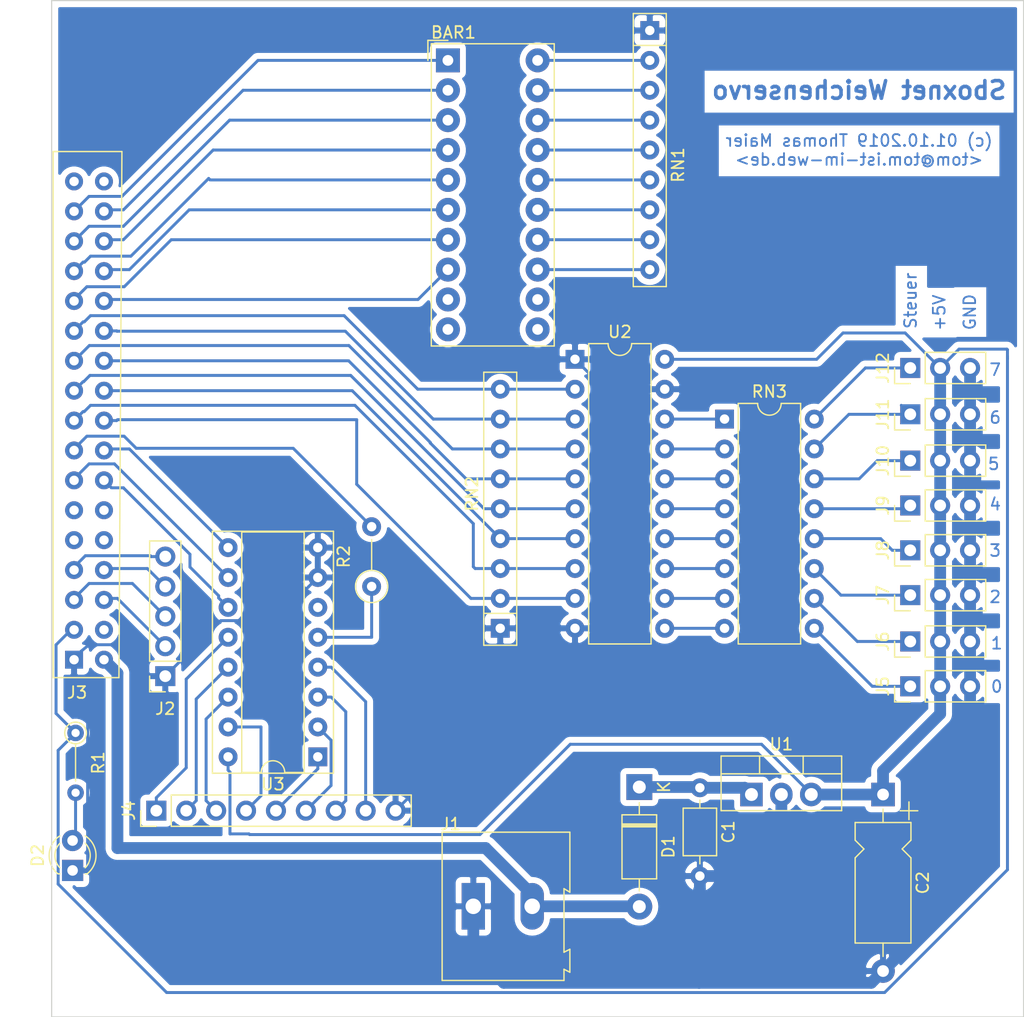
<source format=kicad_pcb>
(kicad_pcb (version 20171130) (host pcbnew 5.1.4-e60b266~84~ubuntu18.04.1)

  (general
    (thickness 1.6)
    (drawings 17)
    (tracks 299)
    (zones 0)
    (modules 25)
    (nets 75)
  )

  (page A4)
  (layers
    (0 F.Cu signal)
    (31 B.Cu signal)
    (32 B.Adhes user)
    (33 F.Adhes user)
    (34 B.Paste user)
    (35 F.Paste user)
    (36 B.SilkS user)
    (37 F.SilkS user)
    (38 B.Mask user)
    (39 F.Mask user)
    (40 Dwgs.User user)
    (41 Cmts.User user)
    (42 Eco1.User user)
    (43 Eco2.User user)
    (44 Edge.Cuts user)
    (45 Margin user)
    (46 B.CrtYd user)
    (47 F.CrtYd user)
    (48 B.Fab user)
    (49 F.Fab user)
  )

  (setup
    (last_trace_width 0.25)
    (user_trace_width 1)
    (trace_clearance 0.2)
    (zone_clearance 0.508)
    (zone_45_only no)
    (trace_min 0.2)
    (via_size 0.8)
    (via_drill 0.4)
    (via_min_size 0.4)
    (via_min_drill 0.3)
    (uvia_size 0.3)
    (uvia_drill 0.1)
    (uvias_allowed no)
    (uvia_min_size 0.2)
    (uvia_min_drill 0.1)
    (edge_width 0.1)
    (segment_width 0.2)
    (pcb_text_width 0.3)
    (pcb_text_size 1.5 1.5)
    (mod_edge_width 0.15)
    (mod_text_size 1 1)
    (mod_text_width 0.15)
    (pad_size 1.524 1.524)
    (pad_drill 0.762)
    (pad_to_mask_clearance 0)
    (aux_axis_origin 0 0)
    (visible_elements FFFFFF7F)
    (pcbplotparams
      (layerselection 0x010fc_ffffffff)
      (usegerberextensions false)
      (usegerberattributes true)
      (usegerberadvancedattributes false)
      (creategerberjobfile false)
      (excludeedgelayer true)
      (linewidth 0.100000)
      (plotframeref false)
      (viasonmask false)
      (mode 1)
      (useauxorigin false)
      (hpglpennumber 1)
      (hpglpenspeed 20)
      (hpglpendiameter 15.000000)
      (psnegative false)
      (psa4output false)
      (plotreference true)
      (plotvalue true)
      (plotinvisibletext false)
      (padsonsilk false)
      (subtractmaskfromsilk false)
      (outputformat 1)
      (mirror false)
      (drillshape 0)
      (scaleselection 1)
      (outputdirectory "gerber/"))
  )

  (net 0 "")
  (net 1 "Net-(BAR1-Pad20)")
  (net 2 "Net-(BAR1-Pad19)")
  (net 3 "Net-(BAR1-Pad18)")
  (net 4 "Net-(BAR1-Pad17)")
  (net 5 "Net-(BAR1-Pad9)")
  (net 6 "Net-(BAR1-Pad10)")
  (net 7 "Net-(BAR1-Pad11)")
  (net 8 "Net-(BAR1-Pad12)")
  (net 9 PD0)
  (net 10 PD1)
  (net 11 PD2)
  (net 12 PD3)
  (net 13 "Net-(BAR1-Pad16)")
  (net 14 "Net-(BAR1-Pad15)")
  (net 15 "Net-(BAR1-Pad14)")
  (net 16 "Net-(BAR1-Pad13)")
  (net 17 PD4)
  (net 18 PD5)
  (net 19 PD6)
  (net 20 PD7)
  (net 21 "Net-(C1-Pad1)")
  (net 22 +5V)
  (net 23 "Net-(D1-Pad2)")
  (net 24 "Net-(D2-Pad2)")
  (net 25 GND)
  (net 26 "Net-(J2-Pad5)")
  (net 27 "Net-(J2-Pad4)")
  (net 28 "Net-(J2-Pad3)")
  (net 29 "Net-(J2-Pad2)")
  (net 30 "Net-(J3-Pad34)")
  (net 31 PC7)
  (net 32 PC5)
  (net 33 "Net-(J3-Pad33)")
  (net 34 PC6)
  (net 35 PC4)
  (net 36 PC3)
  (net 37 PC2)
  (net 38 PC1)
  (net 39 PC0)
  (net 40 PB3)
  (net 41 PB2)
  (net 42 PB1)
  (net 43 PB0)
  (net 44 "Net-(J3-Pad12)")
  (net 45 "Net-(J3-Pad11)")
  (net 46 "Net-(J3-Pad10)")
  (net 47 "Net-(J3-Pad9)")
  (net 48 "Net-(J4-Pad8)")
  (net 49 "Net-(J4-Pad7)")
  (net 50 "Net-(J4-Pad6)")
  (net 51 "Net-(J4-Pad5)")
  (net 52 "Net-(J4-Pad4)")
  (net 53 "Net-(J4-Pad3)")
  (net 54 "Net-(J4-Pad2)")
  (net 55 "Net-(J4-Pad1)")
  (net 56 "Net-(J5-Pad1)")
  (net 57 "Net-(J6-Pad1)")
  (net 58 "Net-(J7-Pad1)")
  (net 59 "Net-(J8-Pad1)")
  (net 60 "Net-(J9-Pad1)")
  (net 61 "Net-(J10-Pad1)")
  (net 62 "Net-(J11-Pad1)")
  (net 63 "Net-(J12-Pad1)")
  (net 64 "Net-(R2-Pad1)")
  (net 65 "Net-(RN3-Pad8)")
  (net 66 "Net-(RN3-Pad7)")
  (net 67 "Net-(RN3-Pad6)")
  (net 68 "Net-(RN3-Pad5)")
  (net 69 "Net-(RN3-Pad4)")
  (net 70 "Net-(RN3-Pad3)")
  (net 71 "Net-(RN3-Pad2)")
  (net 72 "Net-(RN3-Pad1)")
  (net 73 "Net-(U3-Pad6)")
  (net 74 "Net-(J3-Pad3)")

  (net_class Default "This is the default net class."
    (clearance 0.2)
    (trace_width 0.25)
    (via_dia 0.8)
    (via_drill 0.4)
    (uvia_dia 0.3)
    (uvia_drill 0.1)
    (add_net +5V)
    (add_net GND)
    (add_net "Net-(BAR1-Pad10)")
    (add_net "Net-(BAR1-Pad11)")
    (add_net "Net-(BAR1-Pad12)")
    (add_net "Net-(BAR1-Pad13)")
    (add_net "Net-(BAR1-Pad14)")
    (add_net "Net-(BAR1-Pad15)")
    (add_net "Net-(BAR1-Pad16)")
    (add_net "Net-(BAR1-Pad17)")
    (add_net "Net-(BAR1-Pad18)")
    (add_net "Net-(BAR1-Pad19)")
    (add_net "Net-(BAR1-Pad20)")
    (add_net "Net-(BAR1-Pad9)")
    (add_net "Net-(C1-Pad1)")
    (add_net "Net-(D1-Pad2)")
    (add_net "Net-(D2-Pad2)")
    (add_net "Net-(J10-Pad1)")
    (add_net "Net-(J11-Pad1)")
    (add_net "Net-(J12-Pad1)")
    (add_net "Net-(J2-Pad2)")
    (add_net "Net-(J2-Pad3)")
    (add_net "Net-(J2-Pad4)")
    (add_net "Net-(J2-Pad5)")
    (add_net "Net-(J3-Pad10)")
    (add_net "Net-(J3-Pad11)")
    (add_net "Net-(J3-Pad12)")
    (add_net "Net-(J3-Pad3)")
    (add_net "Net-(J3-Pad33)")
    (add_net "Net-(J3-Pad34)")
    (add_net "Net-(J3-Pad9)")
    (add_net "Net-(J4-Pad1)")
    (add_net "Net-(J4-Pad2)")
    (add_net "Net-(J4-Pad3)")
    (add_net "Net-(J4-Pad4)")
    (add_net "Net-(J4-Pad5)")
    (add_net "Net-(J4-Pad6)")
    (add_net "Net-(J4-Pad7)")
    (add_net "Net-(J4-Pad8)")
    (add_net "Net-(J5-Pad1)")
    (add_net "Net-(J6-Pad1)")
    (add_net "Net-(J7-Pad1)")
    (add_net "Net-(J8-Pad1)")
    (add_net "Net-(J9-Pad1)")
    (add_net "Net-(R2-Pad1)")
    (add_net "Net-(RN3-Pad1)")
    (add_net "Net-(RN3-Pad2)")
    (add_net "Net-(RN3-Pad3)")
    (add_net "Net-(RN3-Pad4)")
    (add_net "Net-(RN3-Pad5)")
    (add_net "Net-(RN3-Pad6)")
    (add_net "Net-(RN3-Pad7)")
    (add_net "Net-(RN3-Pad8)")
    (add_net "Net-(U3-Pad6)")
    (add_net PB0)
    (add_net PB1)
    (add_net PB2)
    (add_net PB3)
    (add_net PC0)
    (add_net PC1)
    (add_net PC2)
    (add_net PC3)
    (add_net PC4)
    (add_net PC5)
    (add_net PC6)
    (add_net PC7)
    (add_net PD0)
    (add_net PD1)
    (add_net PD2)
    (add_net PD3)
    (add_net PD4)
    (add_net PD5)
    (add_net PD6)
    (add_net PD7)
  )

  (module Connector_PinHeader_2.54mm:PinHeader_1x03_P2.54mm_Vertical (layer F.Cu) (tedit 59FED5CC) (tstamp 5D76C743)
    (at 90.7034 132.8166 90)
    (descr "Through hole straight pin header, 1x03, 2.54mm pitch, single row")
    (tags "Through hole pin header THT 1x03 2.54mm single row")
    (path /5D793182)
    (fp_text reference J12 (at 0 -2.33 90) (layer F.SilkS)
      (effects (font (size 1 1) (thickness 0.15)))
    )
    (fp_text value Conn_01x03_Male (at 11.2522 1.0922 180) (layer F.Fab)
      (effects (font (size 1 1) (thickness 0.15)))
    )
    (fp_text user %R (at 0 2.54) (layer F.Fab)
      (effects (font (size 1 1) (thickness 0.15)))
    )
    (fp_line (start 1.8 -1.8) (end -1.8 -1.8) (layer F.CrtYd) (width 0.05))
    (fp_line (start 1.8 6.85) (end 1.8 -1.8) (layer F.CrtYd) (width 0.05))
    (fp_line (start -1.8 6.85) (end 1.8 6.85) (layer F.CrtYd) (width 0.05))
    (fp_line (start -1.8 -1.8) (end -1.8 6.85) (layer F.CrtYd) (width 0.05))
    (fp_line (start -1.33 -1.33) (end 0 -1.33) (layer F.SilkS) (width 0.12))
    (fp_line (start -1.33 0) (end -1.33 -1.33) (layer F.SilkS) (width 0.12))
    (fp_line (start -1.33 1.27) (end 1.33 1.27) (layer F.SilkS) (width 0.12))
    (fp_line (start 1.33 1.27) (end 1.33 6.41) (layer F.SilkS) (width 0.12))
    (fp_line (start -1.33 1.27) (end -1.33 6.41) (layer F.SilkS) (width 0.12))
    (fp_line (start -1.33 6.41) (end 1.33 6.41) (layer F.SilkS) (width 0.12))
    (fp_line (start -1.27 -0.635) (end -0.635 -1.27) (layer F.Fab) (width 0.1))
    (fp_line (start -1.27 6.35) (end -1.27 -0.635) (layer F.Fab) (width 0.1))
    (fp_line (start 1.27 6.35) (end -1.27 6.35) (layer F.Fab) (width 0.1))
    (fp_line (start 1.27 -1.27) (end 1.27 6.35) (layer F.Fab) (width 0.1))
    (fp_line (start -0.635 -1.27) (end 1.27 -1.27) (layer F.Fab) (width 0.1))
    (pad 3 thru_hole oval (at 0 5.08 90) (size 1.7 1.7) (drill 1) (layers *.Cu *.Mask)
      (net 25 GND))
    (pad 2 thru_hole oval (at 0 2.54 90) (size 1.7 1.7) (drill 1) (layers *.Cu *.Mask)
      (net 22 +5V))
    (pad 1 thru_hole rect (at 0 0 90) (size 1.7 1.7) (drill 1) (layers *.Cu *.Mask)
      (net 63 "Net-(J12-Pad1)"))
    (model ${KISYS3DMOD}/Connector_PinHeader_2.54mm.3dshapes/PinHeader_1x03_P2.54mm_Vertical.wrl
      (at (xyz 0 0 0))
      (scale (xyz 1 1 1))
      (rotate (xyz 0 0 0))
    )
  )

  (module Diode_THT:D_DO-41_SOD81_P10.16mm_Horizontal (layer F.Cu) (tedit 5AE50CD5) (tstamp 5D74D9AF)
    (at 67.691 168.4274 270)
    (descr "Diode, DO-41_SOD81 series, Axial, Horizontal, pin pitch=10.16mm, , length*diameter=5.2*2.7mm^2, , http://www.diodes.com/_files/packages/DO-41%20(Plastic).pdf")
    (tags "Diode DO-41_SOD81 series Axial Horizontal pin pitch 10.16mm  length 5.2mm diameter 2.7mm")
    (path /5D6B1985)
    (fp_text reference D1 (at 5.08 -2.47 90) (layer F.SilkS)
      (effects (font (size 1 1) (thickness 0.15)))
    )
    (fp_text value 1N4001 (at 5.08 2.47 90) (layer F.Fab)
      (effects (font (size 1 1) (thickness 0.15)))
    )
    (fp_text user K (at 0 -2.1 90) (layer F.SilkS)
      (effects (font (size 1 1) (thickness 0.15)))
    )
    (fp_text user K (at 0 -2.1 90) (layer F.Fab)
      (effects (font (size 1 1) (thickness 0.15)))
    )
    (fp_text user %R (at 5.47 0 90) (layer F.Fab)
      (effects (font (size 1 1) (thickness 0.15)))
    )
    (fp_line (start 11.51 -1.6) (end -1.35 -1.6) (layer F.CrtYd) (width 0.05))
    (fp_line (start 11.51 1.6) (end 11.51 -1.6) (layer F.CrtYd) (width 0.05))
    (fp_line (start -1.35 1.6) (end 11.51 1.6) (layer F.CrtYd) (width 0.05))
    (fp_line (start -1.35 -1.6) (end -1.35 1.6) (layer F.CrtYd) (width 0.05))
    (fp_line (start 3.14 -1.47) (end 3.14 1.47) (layer F.SilkS) (width 0.12))
    (fp_line (start 3.38 -1.47) (end 3.38 1.47) (layer F.SilkS) (width 0.12))
    (fp_line (start 3.26 -1.47) (end 3.26 1.47) (layer F.SilkS) (width 0.12))
    (fp_line (start 8.82 0) (end 7.8 0) (layer F.SilkS) (width 0.12))
    (fp_line (start 1.34 0) (end 2.36 0) (layer F.SilkS) (width 0.12))
    (fp_line (start 7.8 -1.47) (end 2.36 -1.47) (layer F.SilkS) (width 0.12))
    (fp_line (start 7.8 1.47) (end 7.8 -1.47) (layer F.SilkS) (width 0.12))
    (fp_line (start 2.36 1.47) (end 7.8 1.47) (layer F.SilkS) (width 0.12))
    (fp_line (start 2.36 -1.47) (end 2.36 1.47) (layer F.SilkS) (width 0.12))
    (fp_line (start 3.16 -1.35) (end 3.16 1.35) (layer F.Fab) (width 0.1))
    (fp_line (start 3.36 -1.35) (end 3.36 1.35) (layer F.Fab) (width 0.1))
    (fp_line (start 3.26 -1.35) (end 3.26 1.35) (layer F.Fab) (width 0.1))
    (fp_line (start 10.16 0) (end 7.68 0) (layer F.Fab) (width 0.1))
    (fp_line (start 0 0) (end 2.48 0) (layer F.Fab) (width 0.1))
    (fp_line (start 7.68 -1.35) (end 2.48 -1.35) (layer F.Fab) (width 0.1))
    (fp_line (start 7.68 1.35) (end 7.68 -1.35) (layer F.Fab) (width 0.1))
    (fp_line (start 2.48 1.35) (end 7.68 1.35) (layer F.Fab) (width 0.1))
    (fp_line (start 2.48 -1.35) (end 2.48 1.35) (layer F.Fab) (width 0.1))
    (pad 2 thru_hole oval (at 10.16 0 270) (size 2.2 2.2) (drill 1.1) (layers *.Cu *.Mask)
      (net 23 "Net-(D1-Pad2)"))
    (pad 1 thru_hole rect (at 0 0 270) (size 2.2 2.2) (drill 1.1) (layers *.Cu *.Mask)
      (net 21 "Net-(C1-Pad1)"))
    (model ${KISYS3DMOD}/Diode_THT.3dshapes/D_DO-41_SOD81_P10.16mm_Horizontal.wrl
      (at (xyz 0 0 0))
      (scale (xyz 1 1 1))
      (rotate (xyz 0 0 0))
    )
  )

  (module Capacitor_THT:C_Axial_L3.8mm_D2.6mm_P7.50mm_Horizontal (layer F.Cu) (tedit 5AE50EF0) (tstamp 5D74D969)
    (at 72.8345 168.4909 270)
    (descr "C, Axial series, Axial, Horizontal, pin pitch=7.5mm, , length*diameter=3.8*2.6mm^2, http://www.vishay.com/docs/45231/arseries.pdf")
    (tags "C Axial series Axial Horizontal pin pitch 7.5mm  length 3.8mm diameter 2.6mm")
    (path /5D6A9BC0)
    (fp_text reference C1 (at 3.75 -2.42 90) (layer F.SilkS)
      (effects (font (size 1 1) (thickness 0.15)))
    )
    (fp_text value 100n (at 3.75 2.42 90) (layer F.Fab)
      (effects (font (size 1 1) (thickness 0.15)))
    )
    (fp_line (start 1.85 -1.3) (end 1.85 1.3) (layer F.Fab) (width 0.1))
    (fp_line (start 1.85 1.3) (end 5.65 1.3) (layer F.Fab) (width 0.1))
    (fp_line (start 5.65 1.3) (end 5.65 -1.3) (layer F.Fab) (width 0.1))
    (fp_line (start 5.65 -1.3) (end 1.85 -1.3) (layer F.Fab) (width 0.1))
    (fp_line (start 0 0) (end 1.85 0) (layer F.Fab) (width 0.1))
    (fp_line (start 7.5 0) (end 5.65 0) (layer F.Fab) (width 0.1))
    (fp_line (start 1.73 -1.42) (end 1.73 1.42) (layer F.SilkS) (width 0.12))
    (fp_line (start 1.73 1.42) (end 5.77 1.42) (layer F.SilkS) (width 0.12))
    (fp_line (start 5.77 1.42) (end 5.77 -1.42) (layer F.SilkS) (width 0.12))
    (fp_line (start 5.77 -1.42) (end 1.73 -1.42) (layer F.SilkS) (width 0.12))
    (fp_line (start 1.04 0) (end 1.73 0) (layer F.SilkS) (width 0.12))
    (fp_line (start 6.46 0) (end 5.77 0) (layer F.SilkS) (width 0.12))
    (fp_line (start -1.05 -1.55) (end -1.05 1.55) (layer F.CrtYd) (width 0.05))
    (fp_line (start -1.05 1.55) (end 8.55 1.55) (layer F.CrtYd) (width 0.05))
    (fp_line (start 8.55 1.55) (end 8.55 -1.55) (layer F.CrtYd) (width 0.05))
    (fp_line (start 8.55 -1.55) (end -1.05 -1.55) (layer F.CrtYd) (width 0.05))
    (fp_text user %R (at 2.978 0 90) (layer F.Fab)
      (effects (font (size 0.76 0.76) (thickness 0.114)))
    )
    (pad 1 thru_hole circle (at 0 0 270) (size 1.6 1.6) (drill 0.8) (layers *.Cu *.Mask)
      (net 21 "Net-(C1-Pad1)"))
    (pad 2 thru_hole oval (at 7.5 0 270) (size 1.6 1.6) (drill 0.8) (layers *.Cu *.Mask)
      (net 25 GND))
    (model ${KISYS3DMOD}/Capacitor_THT.3dshapes/C_Axial_L3.8mm_D2.6mm_P7.50mm_Horizontal.wrl
      (at (xyz 0 0 0))
      (scale (xyz 1 1 1))
      (rotate (xyz 0 0 0))
    )
  )

  (module Capacitor_THT:CP_Axial_L10.0mm_D4.5mm_P15.00mm_Horizontal (layer F.Cu) (tedit 5AE50EF2) (tstamp 5D74D990)
    (at 88.392 169.0624 270)
    (descr "CP, Axial series, Axial, Horizontal, pin pitch=15mm, , length*diameter=10*4.5mm^2, Electrolytic Capacitor, , http://www.vishay.com/docs/28325/021asm.pdf")
    (tags "CP Axial series Axial Horizontal pin pitch 15mm  length 10mm diameter 4.5mm Electrolytic Capacitor")
    (path /5D6AA20E)
    (fp_text reference C2 (at 7.5 -3.37 90) (layer F.SilkS)
      (effects (font (size 1 1) (thickness 0.15)))
    )
    (fp_text value 10u (at 7.5 3.37 90) (layer F.Fab)
      (effects (font (size 1 1) (thickness 0.15)))
    )
    (fp_text user %R (at 7.5 0 90) (layer F.Fab)
      (effects (font (size 1 1) (thickness 0.15)))
    )
    (fp_line (start 16.25 -2.5) (end -1.25 -2.5) (layer F.CrtYd) (width 0.05))
    (fp_line (start 16.25 2.5) (end 16.25 -2.5) (layer F.CrtYd) (width 0.05))
    (fp_line (start -1.25 2.5) (end 16.25 2.5) (layer F.CrtYd) (width 0.05))
    (fp_line (start -1.25 -2.5) (end -1.25 2.5) (layer F.CrtYd) (width 0.05))
    (fp_line (start 13.76 0) (end 12.62 0) (layer F.SilkS) (width 0.12))
    (fp_line (start 1.24 0) (end 2.38 0) (layer F.SilkS) (width 0.12))
    (fp_line (start 5.38 2.37) (end 12.62 2.37) (layer F.SilkS) (width 0.12))
    (fp_line (start 4.63 1.62) (end 5.38 2.37) (layer F.SilkS) (width 0.12))
    (fp_line (start 3.88 2.37) (end 4.63 1.62) (layer F.SilkS) (width 0.12))
    (fp_line (start 2.38 2.37) (end 3.88 2.37) (layer F.SilkS) (width 0.12))
    (fp_line (start 5.38 -2.37) (end 12.62 -2.37) (layer F.SilkS) (width 0.12))
    (fp_line (start 4.63 -1.62) (end 5.38 -2.37) (layer F.SilkS) (width 0.12))
    (fp_line (start 3.88 -2.37) (end 4.63 -1.62) (layer F.SilkS) (width 0.12))
    (fp_line (start 2.38 -2.37) (end 3.88 -2.37) (layer F.SilkS) (width 0.12))
    (fp_line (start 12.62 -2.37) (end 12.62 2.37) (layer F.SilkS) (width 0.12))
    (fp_line (start 2.38 -2.37) (end 2.38 2.37) (layer F.SilkS) (width 0.12))
    (fp_line (start 1.38 -2.95) (end 1.38 -1.45) (layer F.SilkS) (width 0.12))
    (fp_line (start 0.63 -2.2) (end 2.13 -2.2) (layer F.SilkS) (width 0.12))
    (fp_line (start 4.65 -0.75) (end 4.65 0.75) (layer F.Fab) (width 0.1))
    (fp_line (start 3.9 0) (end 5.4 0) (layer F.Fab) (width 0.1))
    (fp_line (start 15 0) (end 12.5 0) (layer F.Fab) (width 0.1))
    (fp_line (start 0 0) (end 2.5 0) (layer F.Fab) (width 0.1))
    (fp_line (start 5.38 2.25) (end 12.5 2.25) (layer F.Fab) (width 0.1))
    (fp_line (start 4.63 1.5) (end 5.38 2.25) (layer F.Fab) (width 0.1))
    (fp_line (start 3.88 2.25) (end 4.63 1.5) (layer F.Fab) (width 0.1))
    (fp_line (start 2.5 2.25) (end 3.88 2.25) (layer F.Fab) (width 0.1))
    (fp_line (start 5.38 -2.25) (end 12.5 -2.25) (layer F.Fab) (width 0.1))
    (fp_line (start 4.63 -1.5) (end 5.38 -2.25) (layer F.Fab) (width 0.1))
    (fp_line (start 3.88 -2.25) (end 4.63 -1.5) (layer F.Fab) (width 0.1))
    (fp_line (start 2.5 -2.25) (end 3.88 -2.25) (layer F.Fab) (width 0.1))
    (fp_line (start 12.5 -2.25) (end 12.5 2.25) (layer F.Fab) (width 0.1))
    (fp_line (start 2.5 -2.25) (end 2.5 2.25) (layer F.Fab) (width 0.1))
    (pad 2 thru_hole oval (at 15 0 270) (size 2 2) (drill 1) (layers *.Cu *.Mask)
      (net 25 GND))
    (pad 1 thru_hole rect (at 0 0 270) (size 2 2) (drill 1) (layers *.Cu *.Mask)
      (net 22 +5V))
    (model ${KISYS3DMOD}/Capacitor_THT.3dshapes/CP_Axial_L10.0mm_D4.5mm_P15.00mm_Horizontal.wrl
      (at (xyz 0 0 0))
      (scale (xyz 1 1 1))
      (rotate (xyz 0 0 0))
    )
  )

  (module Package_TO_SOT_THT:TO-220-3_Vertical (layer F.Cu) (tedit 5AC8BA0D) (tstamp 5D74DBD7)
    (at 77.216 169.0624)
    (descr "TO-220-3, Vertical, RM 2.54mm, see https://www.vishay.com/docs/66542/to-220-1.pdf")
    (tags "TO-220-3 Vertical RM 2.54mm")
    (path /5D6A854F)
    (fp_text reference U1 (at 2.54 -4.27) (layer F.SilkS)
      (effects (font (size 1 1) (thickness 0.15)))
    )
    (fp_text value LF50_TO220 (at 2.54 2.5) (layer F.Fab)
      (effects (font (size 1 1) (thickness 0.15)))
    )
    (fp_text user %R (at 2.54 -4.27) (layer F.Fab)
      (effects (font (size 1 1) (thickness 0.15)))
    )
    (fp_line (start 7.79 -3.4) (end -2.71 -3.4) (layer F.CrtYd) (width 0.05))
    (fp_line (start 7.79 1.51) (end 7.79 -3.4) (layer F.CrtYd) (width 0.05))
    (fp_line (start -2.71 1.51) (end 7.79 1.51) (layer F.CrtYd) (width 0.05))
    (fp_line (start -2.71 -3.4) (end -2.71 1.51) (layer F.CrtYd) (width 0.05))
    (fp_line (start 4.391 -3.27) (end 4.391 -1.76) (layer F.SilkS) (width 0.12))
    (fp_line (start 0.69 -3.27) (end 0.69 -1.76) (layer F.SilkS) (width 0.12))
    (fp_line (start -2.58 -1.76) (end 7.66 -1.76) (layer F.SilkS) (width 0.12))
    (fp_line (start 7.66 -3.27) (end 7.66 1.371) (layer F.SilkS) (width 0.12))
    (fp_line (start -2.58 -3.27) (end -2.58 1.371) (layer F.SilkS) (width 0.12))
    (fp_line (start -2.58 1.371) (end 7.66 1.371) (layer F.SilkS) (width 0.12))
    (fp_line (start -2.58 -3.27) (end 7.66 -3.27) (layer F.SilkS) (width 0.12))
    (fp_line (start 4.39 -3.15) (end 4.39 -1.88) (layer F.Fab) (width 0.1))
    (fp_line (start 0.69 -3.15) (end 0.69 -1.88) (layer F.Fab) (width 0.1))
    (fp_line (start -2.46 -1.88) (end 7.54 -1.88) (layer F.Fab) (width 0.1))
    (fp_line (start 7.54 -3.15) (end -2.46 -3.15) (layer F.Fab) (width 0.1))
    (fp_line (start 7.54 1.25) (end 7.54 -3.15) (layer F.Fab) (width 0.1))
    (fp_line (start -2.46 1.25) (end 7.54 1.25) (layer F.Fab) (width 0.1))
    (fp_line (start -2.46 -3.15) (end -2.46 1.25) (layer F.Fab) (width 0.1))
    (pad 3 thru_hole oval (at 5.08 0) (size 1.905 2) (drill 1.1) (layers *.Cu *.Mask)
      (net 22 +5V))
    (pad 2 thru_hole oval (at 2.54 0) (size 1.905 2) (drill 1.1) (layers *.Cu *.Mask)
      (net 25 GND))
    (pad 1 thru_hole rect (at 0 0) (size 1.905 2) (drill 1.1) (layers *.Cu *.Mask)
      (net 21 "Net-(C1-Pad1)"))
    (model ${KISYS3DMOD}/Package_TO_SOT_THT.3dshapes/TO-220-3_Vertical.wrl
      (at (xyz 0 0 0))
      (scale (xyz 1 1 1))
      (rotate (xyz 0 0 0))
    )
  )

  (module sboxnet:sboxnet-stecker-2x17 (layer F.Cu) (tedit 5D9A08CB) (tstamp 5DBBC036)
    (at 22.225 160.147 180)
    (path /5D6CC19E)
    (fp_text reference J3 (at 2.286 -0.254) (layer F.SilkS)
      (effects (font (size 1 1) (thickness 0.15)))
    )
    (fp_text value Conn_02x17_Odd_Even (at 0.254 -2.286) (layer F.Fab)
      (effects (font (size 1 1) (thickness 0.15)))
    )
    (fp_line (start 4.318 1.016) (end -1.27 1.016) (layer F.SilkS) (width 0.12))
    (fp_line (start 4.318 1.778) (end 4.318 1.016) (layer F.SilkS) (width 0.12))
    (fp_line (start 4.318 45.72) (end 4.318 1.778) (layer F.SilkS) (width 0.12))
    (fp_line (start -1.524 45.72) (end 4.318 45.72) (layer F.SilkS) (width 0.12))
    (fp_line (start -1.27 1.016) (end -1.524 45.72) (layer F.SilkS) (width 0.12))
    (pad 34 thru_hole circle (at 2.54 43.18 180) (size 1.524 1.524) (drill 0.8) (layers *.Cu *.Mask)
      (net 30 "Net-(J3-Pad34)"))
    (pad 32 thru_hole circle (at 2.54 40.64 180) (size 1.524 1.524) (drill 0.8) (layers *.Cu *.Mask)
      (net 20 PD7))
    (pad 30 thru_hole circle (at 2.54 38.1 180) (size 1.524 1.524) (drill 0.8) (layers *.Cu *.Mask)
      (net 18 PD5))
    (pad 28 thru_hole circle (at 2.54 35.56 180) (size 1.524 1.524) (drill 0.8) (layers *.Cu *.Mask)
      (net 12 PD3))
    (pad 26 thru_hole circle (at 2.54 33.02 180) (size 1.524 1.524) (drill 0.8) (layers *.Cu *.Mask)
      (net 10 PD1))
    (pad 24 thru_hole circle (at 2.54 30.48 180) (size 1.524 1.524) (drill 0.8) (layers *.Cu *.Mask)
      (net 31 PC7))
    (pad 22 thru_hole circle (at 2.54 27.94 180) (size 1.524 1.524) (drill 0.8) (layers *.Cu *.Mask)
      (net 32 PC5))
    (pad 33 thru_hole circle (at 0 43.18 180) (size 1.524 1.524) (drill 0.8) (layers *.Cu *.Mask)
      (net 33 "Net-(J3-Pad33)"))
    (pad 31 thru_hole circle (at 0 40.64 180) (size 1.524 1.524) (drill 0.8) (layers *.Cu *.Mask)
      (net 19 PD6))
    (pad 29 thru_hole circle (at 0 38.1 180) (size 1.524 1.524) (drill 0.8) (layers *.Cu *.Mask)
      (net 17 PD4))
    (pad 27 thru_hole circle (at 0 35.56 180) (size 1.524 1.524) (drill 0.8) (layers *.Cu *.Mask)
      (net 11 PD2))
    (pad 25 thru_hole circle (at 0 33.02 180) (size 1.524 1.524) (drill 0.8) (layers *.Cu *.Mask)
      (net 9 PD0))
    (pad 23 thru_hole circle (at 0 30.48 180) (size 1.524 1.524) (drill 0.8) (layers *.Cu *.Mask)
      (net 34 PC6))
    (pad 21 thru_hole circle (at 0 27.94 180) (size 1.524 1.524) (drill 0.8) (layers *.Cu *.Mask)
      (net 35 PC4))
    (pad 20 thru_hole circle (at 2.54 25.4 180) (size 1.524 1.524) (drill 0.8) (layers *.Cu *.Mask)
      (net 36 PC3))
    (pad 19 thru_hole circle (at 0 25.4 180) (size 1.524 1.524) (drill 0.8) (layers *.Cu *.Mask)
      (net 37 PC2))
    (pad 18 thru_hole circle (at 2.54 22.86 180) (size 1.524 1.524) (drill 0.8) (layers *.Cu *.Mask)
      (net 38 PC1))
    (pad 17 thru_hole circle (at 0 22.86 180) (size 1.524 1.524) (drill 0.8) (layers *.Cu *.Mask)
      (net 39 PC0))
    (pad 16 thru_hole circle (at 2.54 20.32 180) (size 1.524 1.524) (drill 0.8) (layers *.Cu *.Mask)
      (net 40 PB3))
    (pad 15 thru_hole circle (at 0 20.32 180) (size 1.524 1.524) (drill 0.8) (layers *.Cu *.Mask)
      (net 41 PB2))
    (pad 14 thru_hole circle (at 2.54 17.78 180) (size 1.524 1.524) (drill 0.8) (layers *.Cu *.Mask)
      (net 42 PB1))
    (pad 13 thru_hole circle (at 0 17.78 180) (size 1.524 1.524) (drill 0.8) (layers *.Cu *.Mask)
      (net 43 PB0))
    (pad 12 thru_hole circle (at 2.54 15.24 180) (size 1.524 1.524) (drill 0.8) (layers *.Cu *.Mask)
      (net 44 "Net-(J3-Pad12)"))
    (pad 11 thru_hole circle (at 0 15.24 180) (size 1.524 1.524) (drill 0.8) (layers *.Cu *.Mask)
      (net 45 "Net-(J3-Pad11)"))
    (pad 10 thru_hole circle (at 2.54 12.7 180) (size 1.524 1.524) (drill 0.8) (layers *.Cu *.Mask)
      (net 46 "Net-(J3-Pad10)"))
    (pad 9 thru_hole circle (at 0 12.7 180) (size 1.524 1.524) (drill 0.8) (layers *.Cu *.Mask)
      (net 47 "Net-(J3-Pad9)"))
    (pad 8 thru_hole circle (at 2.54 10.16 180) (size 1.524 1.524) (drill 0.8) (layers *.Cu *.Mask)
      (net 26 "Net-(J2-Pad5)"))
    (pad 7 thru_hole circle (at 0 10.16 180) (size 1.524 1.524) (drill 0.8) (layers *.Cu *.Mask)
      (net 27 "Net-(J2-Pad4)"))
    (pad 6 thru_hole circle (at 2.54 7.62 180) (size 1.524 1.524) (drill 0.8) (layers *.Cu *.Mask)
      (net 28 "Net-(J2-Pad3)"))
    (pad 5 thru_hole circle (at 0 7.62 180) (size 1.524 1.524) (drill 0.8) (layers *.Cu *.Mask)
      (net 29 "Net-(J2-Pad2)"))
    (pad 4 thru_hole circle (at 2.54 5.08 180) (size 1.524 1.524) (drill 0.8) (layers *.Cu *.Mask)
      (net 22 +5V))
    (pad 3 thru_hole circle (at 0 5.08 180) (size 1.524 1.524) (drill 0.8) (layers *.Cu *.Mask)
      (net 74 "Net-(J3-Pad3)"))
    (pad 2 thru_hole rect (at 2.54 2.54 180) (size 1.524 1.524) (drill 0.8) (layers *.Cu *.Mask)
      (net 25 GND))
    (pad 1 thru_hole circle (at 0 2.54 180) (size 1.524 1.524) (drill 0.8) (layers *.Cu *.Mask)
      (net 23 "Net-(D1-Pad2)"))
  )

  (module Package_DIP:DIP-20_W7.62mm (layer F.Cu) (tedit 5A02E8C5) (tstamp 5D75A20E)
    (at 62.23 132.08)
    (descr "20-lead though-hole mounted DIP package, row spacing 7.62 mm (300 mils)")
    (tags "THT DIP DIL PDIP 2.54mm 7.62mm 300mil")
    (path /5D6F941A)
    (fp_text reference U2 (at 3.81 -2.33) (layer F.SilkS)
      (effects (font (size 1 1) (thickness 0.15)))
    )
    (fp_text value 74hct540 (at 3.81 25.19) (layer F.Fab)
      (effects (font (size 1 1) (thickness 0.15)))
    )
    (fp_text user %R (at 3.81 11.43) (layer F.Fab)
      (effects (font (size 1 1) (thickness 0.15)))
    )
    (fp_line (start 8.7 -1.55) (end -1.1 -1.55) (layer F.CrtYd) (width 0.05))
    (fp_line (start 8.7 24.4) (end 8.7 -1.55) (layer F.CrtYd) (width 0.05))
    (fp_line (start -1.1 24.4) (end 8.7 24.4) (layer F.CrtYd) (width 0.05))
    (fp_line (start -1.1 -1.55) (end -1.1 24.4) (layer F.CrtYd) (width 0.05))
    (fp_line (start 6.46 -1.33) (end 4.81 -1.33) (layer F.SilkS) (width 0.12))
    (fp_line (start 6.46 24.19) (end 6.46 -1.33) (layer F.SilkS) (width 0.12))
    (fp_line (start 1.16 24.19) (end 6.46 24.19) (layer F.SilkS) (width 0.12))
    (fp_line (start 1.16 -1.33) (end 1.16 24.19) (layer F.SilkS) (width 0.12))
    (fp_line (start 2.81 -1.33) (end 1.16 -1.33) (layer F.SilkS) (width 0.12))
    (fp_line (start 0.635 -0.27) (end 1.635 -1.27) (layer F.Fab) (width 0.1))
    (fp_line (start 0.635 24.13) (end 0.635 -0.27) (layer F.Fab) (width 0.1))
    (fp_line (start 6.985 24.13) (end 0.635 24.13) (layer F.Fab) (width 0.1))
    (fp_line (start 6.985 -1.27) (end 6.985 24.13) (layer F.Fab) (width 0.1))
    (fp_line (start 1.635 -1.27) (end 6.985 -1.27) (layer F.Fab) (width 0.1))
    (fp_arc (start 3.81 -1.33) (end 2.81 -1.33) (angle -180) (layer F.SilkS) (width 0.12))
    (pad 20 thru_hole oval (at 7.62 0) (size 1.6 1.6) (drill 0.8) (layers *.Cu *.Mask)
      (net 22 +5V))
    (pad 10 thru_hole oval (at 0 22.86) (size 1.6 1.6) (drill 0.8) (layers *.Cu *.Mask)
      (net 25 GND))
    (pad 19 thru_hole oval (at 7.62 2.54) (size 1.6 1.6) (drill 0.8) (layers *.Cu *.Mask)
      (net 25 GND))
    (pad 9 thru_hole oval (at 0 20.32) (size 1.6 1.6) (drill 0.8) (layers *.Cu *.Mask)
      (net 39 PC0))
    (pad 18 thru_hole oval (at 7.62 5.08) (size 1.6 1.6) (drill 0.8) (layers *.Cu *.Mask)
      (net 72 "Net-(RN3-Pad1)"))
    (pad 8 thru_hole oval (at 0 17.78) (size 1.6 1.6) (drill 0.8) (layers *.Cu *.Mask)
      (net 38 PC1))
    (pad 17 thru_hole oval (at 7.62 7.62) (size 1.6 1.6) (drill 0.8) (layers *.Cu *.Mask)
      (net 71 "Net-(RN3-Pad2)"))
    (pad 7 thru_hole oval (at 0 15.24) (size 1.6 1.6) (drill 0.8) (layers *.Cu *.Mask)
      (net 37 PC2))
    (pad 16 thru_hole oval (at 7.62 10.16) (size 1.6 1.6) (drill 0.8) (layers *.Cu *.Mask)
      (net 70 "Net-(RN3-Pad3)"))
    (pad 6 thru_hole oval (at 0 12.7) (size 1.6 1.6) (drill 0.8) (layers *.Cu *.Mask)
      (net 36 PC3))
    (pad 15 thru_hole oval (at 7.62 12.7) (size 1.6 1.6) (drill 0.8) (layers *.Cu *.Mask)
      (net 69 "Net-(RN3-Pad4)"))
    (pad 5 thru_hole oval (at 0 10.16) (size 1.6 1.6) (drill 0.8) (layers *.Cu *.Mask)
      (net 35 PC4))
    (pad 14 thru_hole oval (at 7.62 15.24) (size 1.6 1.6) (drill 0.8) (layers *.Cu *.Mask)
      (net 68 "Net-(RN3-Pad5)"))
    (pad 4 thru_hole oval (at 0 7.62) (size 1.6 1.6) (drill 0.8) (layers *.Cu *.Mask)
      (net 32 PC5))
    (pad 13 thru_hole oval (at 7.62 17.78) (size 1.6 1.6) (drill 0.8) (layers *.Cu *.Mask)
      (net 67 "Net-(RN3-Pad6)"))
    (pad 3 thru_hole oval (at 0 5.08) (size 1.6 1.6) (drill 0.8) (layers *.Cu *.Mask)
      (net 34 PC6))
    (pad 12 thru_hole oval (at 7.62 20.32) (size 1.6 1.6) (drill 0.8) (layers *.Cu *.Mask)
      (net 66 "Net-(RN3-Pad7)"))
    (pad 2 thru_hole oval (at 0 2.54) (size 1.6 1.6) (drill 0.8) (layers *.Cu *.Mask)
      (net 31 PC7))
    (pad 11 thru_hole oval (at 7.62 22.86) (size 1.6 1.6) (drill 0.8) (layers *.Cu *.Mask)
      (net 65 "Net-(RN3-Pad8)"))
    (pad 1 thru_hole rect (at 0 0) (size 1.6 1.6) (drill 0.8) (layers *.Cu *.Mask)
      (net 25 GND))
    (model ${KISYS3DMOD}/Package_DIP.3dshapes/DIP-20_W7.62mm.wrl
      (at (xyz 0 0 0))
      (scale (xyz 1 1 1))
      (rotate (xyz 0 0 0))
    )
  )

  (module Package_DIP:DIP-16_W7.62mm (layer F.Cu) (tedit 5A02E8C5) (tstamp 5D74DBBD)
    (at 74.93 137.16)
    (descr "16-lead though-hole mounted DIP package, row spacing 7.62 mm (300 mils)")
    (tags "THT DIP DIL PDIP 2.54mm 7.62mm 300mil")
    (path /5D7539D6)
    (fp_text reference RN3 (at 3.81 -2.33) (layer F.SilkS)
      (effects (font (size 1 1) (thickness 0.15)))
    )
    (fp_text value R_Pack08 (at 3.81 20.11) (layer F.Fab)
      (effects (font (size 1 1) (thickness 0.15)))
    )
    (fp_text user %R (at 3.81 8.89) (layer F.Fab)
      (effects (font (size 1 1) (thickness 0.15)))
    )
    (fp_line (start 8.7 -1.55) (end -1.1 -1.55) (layer F.CrtYd) (width 0.05))
    (fp_line (start 8.7 19.3) (end 8.7 -1.55) (layer F.CrtYd) (width 0.05))
    (fp_line (start -1.1 19.3) (end 8.7 19.3) (layer F.CrtYd) (width 0.05))
    (fp_line (start -1.1 -1.55) (end -1.1 19.3) (layer F.CrtYd) (width 0.05))
    (fp_line (start 6.46 -1.33) (end 4.81 -1.33) (layer F.SilkS) (width 0.12))
    (fp_line (start 6.46 19.11) (end 6.46 -1.33) (layer F.SilkS) (width 0.12))
    (fp_line (start 1.16 19.11) (end 6.46 19.11) (layer F.SilkS) (width 0.12))
    (fp_line (start 1.16 -1.33) (end 1.16 19.11) (layer F.SilkS) (width 0.12))
    (fp_line (start 2.81 -1.33) (end 1.16 -1.33) (layer F.SilkS) (width 0.12))
    (fp_line (start 0.635 -0.27) (end 1.635 -1.27) (layer F.Fab) (width 0.1))
    (fp_line (start 0.635 19.05) (end 0.635 -0.27) (layer F.Fab) (width 0.1))
    (fp_line (start 6.985 19.05) (end 0.635 19.05) (layer F.Fab) (width 0.1))
    (fp_line (start 6.985 -1.27) (end 6.985 19.05) (layer F.Fab) (width 0.1))
    (fp_line (start 1.635 -1.27) (end 6.985 -1.27) (layer F.Fab) (width 0.1))
    (fp_arc (start 3.81 -1.33) (end 2.81 -1.33) (angle -180) (layer F.SilkS) (width 0.12))
    (pad 16 thru_hole oval (at 7.62 0) (size 1.6 1.6) (drill 0.8) (layers *.Cu *.Mask)
      (net 63 "Net-(J12-Pad1)"))
    (pad 8 thru_hole oval (at 0 17.78) (size 1.6 1.6) (drill 0.8) (layers *.Cu *.Mask)
      (net 65 "Net-(RN3-Pad8)"))
    (pad 15 thru_hole oval (at 7.62 2.54) (size 1.6 1.6) (drill 0.8) (layers *.Cu *.Mask)
      (net 62 "Net-(J11-Pad1)"))
    (pad 7 thru_hole oval (at 0 15.24) (size 1.6 1.6) (drill 0.8) (layers *.Cu *.Mask)
      (net 66 "Net-(RN3-Pad7)"))
    (pad 14 thru_hole oval (at 7.62 5.08) (size 1.6 1.6) (drill 0.8) (layers *.Cu *.Mask)
      (net 61 "Net-(J10-Pad1)"))
    (pad 6 thru_hole oval (at 0 12.7) (size 1.6 1.6) (drill 0.8) (layers *.Cu *.Mask)
      (net 67 "Net-(RN3-Pad6)"))
    (pad 13 thru_hole oval (at 7.62 7.62) (size 1.6 1.6) (drill 0.8) (layers *.Cu *.Mask)
      (net 60 "Net-(J9-Pad1)"))
    (pad 5 thru_hole oval (at 0 10.16) (size 1.6 1.6) (drill 0.8) (layers *.Cu *.Mask)
      (net 68 "Net-(RN3-Pad5)"))
    (pad 12 thru_hole oval (at 7.62 10.16) (size 1.6 1.6) (drill 0.8) (layers *.Cu *.Mask)
      (net 59 "Net-(J8-Pad1)"))
    (pad 4 thru_hole oval (at 0 7.62) (size 1.6 1.6) (drill 0.8) (layers *.Cu *.Mask)
      (net 69 "Net-(RN3-Pad4)"))
    (pad 11 thru_hole oval (at 7.62 12.7) (size 1.6 1.6) (drill 0.8) (layers *.Cu *.Mask)
      (net 58 "Net-(J7-Pad1)"))
    (pad 3 thru_hole oval (at 0 5.08) (size 1.6 1.6) (drill 0.8) (layers *.Cu *.Mask)
      (net 70 "Net-(RN3-Pad3)"))
    (pad 10 thru_hole oval (at 7.62 15.24) (size 1.6 1.6) (drill 0.8) (layers *.Cu *.Mask)
      (net 57 "Net-(J6-Pad1)"))
    (pad 2 thru_hole oval (at 0 2.54) (size 1.6 1.6) (drill 0.8) (layers *.Cu *.Mask)
      (net 71 "Net-(RN3-Pad2)"))
    (pad 9 thru_hole oval (at 7.62 17.78) (size 1.6 1.6) (drill 0.8) (layers *.Cu *.Mask)
      (net 56 "Net-(J5-Pad1)"))
    (pad 1 thru_hole rect (at 0 0) (size 1.6 1.6) (drill 0.8) (layers *.Cu *.Mask)
      (net 72 "Net-(RN3-Pad1)"))
    (model ${KISYS3DMOD}/Package_DIP.3dshapes/DIP-16_W7.62mm.wrl
      (at (xyz 0 0 0))
      (scale (xyz 1 1 1))
      (rotate (xyz 0 0 0))
    )
  )

  (module Connector_PinHeader_2.54mm:PinHeader_1x03_P2.54mm_Vertical (layer F.Cu) (tedit 59FED5CC) (tstamp 5D76C785)
    (at 90.7034 159.8676 90)
    (descr "Through hole straight pin header, 1x03, 2.54mm pitch, single row")
    (tags "Through hole pin header THT 1x03 2.54mm single row")
    (path /5D784B42)
    (fp_text reference J5 (at 0 -2.33 90) (layer F.SilkS)
      (effects (font (size 1 1) (thickness 0.15)))
    )
    (fp_text value Conn_01x03_Male (at 38.8112 1.2954 180) (layer F.Fab)
      (effects (font (size 1 1) (thickness 0.15)))
    )
    (fp_text user %R (at 0 2.54) (layer F.Fab)
      (effects (font (size 1 1) (thickness 0.15)))
    )
    (fp_line (start 1.8 -1.8) (end -1.8 -1.8) (layer F.CrtYd) (width 0.05))
    (fp_line (start 1.8 6.85) (end 1.8 -1.8) (layer F.CrtYd) (width 0.05))
    (fp_line (start -1.8 6.85) (end 1.8 6.85) (layer F.CrtYd) (width 0.05))
    (fp_line (start -1.8 -1.8) (end -1.8 6.85) (layer F.CrtYd) (width 0.05))
    (fp_line (start -1.33 -1.33) (end 0 -1.33) (layer F.SilkS) (width 0.12))
    (fp_line (start -1.33 0) (end -1.33 -1.33) (layer F.SilkS) (width 0.12))
    (fp_line (start -1.33 1.27) (end 1.33 1.27) (layer F.SilkS) (width 0.12))
    (fp_line (start 1.33 1.27) (end 1.33 6.41) (layer F.SilkS) (width 0.12))
    (fp_line (start -1.33 1.27) (end -1.33 6.41) (layer F.SilkS) (width 0.12))
    (fp_line (start -1.33 6.41) (end 1.33 6.41) (layer F.SilkS) (width 0.12))
    (fp_line (start -1.27 -0.635) (end -0.635 -1.27) (layer F.Fab) (width 0.1))
    (fp_line (start -1.27 6.35) (end -1.27 -0.635) (layer F.Fab) (width 0.1))
    (fp_line (start 1.27 6.35) (end -1.27 6.35) (layer F.Fab) (width 0.1))
    (fp_line (start 1.27 -1.27) (end 1.27 6.35) (layer F.Fab) (width 0.1))
    (fp_line (start -0.635 -1.27) (end 1.27 -1.27) (layer F.Fab) (width 0.1))
    (pad 3 thru_hole oval (at 0 5.08 90) (size 1.7 1.7) (drill 1) (layers *.Cu *.Mask)
      (net 25 GND))
    (pad 2 thru_hole oval (at 0 2.54 90) (size 1.7 1.7) (drill 1) (layers *.Cu *.Mask)
      (net 22 +5V))
    (pad 1 thru_hole rect (at 0 0 90) (size 1.7 1.7) (drill 1) (layers *.Cu *.Mask)
      (net 56 "Net-(J5-Pad1)"))
    (model ${KISYS3DMOD}/Connector_PinHeader_2.54mm.3dshapes/PinHeader_1x03_P2.54mm_Vertical.wrl
      (at (xyz 0 0 0))
      (scale (xyz 1 1 1))
      (rotate (xyz 0 0 0))
    )
  )

  (module Connector_PinHeader_2.54mm:PinHeader_1x03_P2.54mm_Vertical (layer F.Cu) (tedit 59FED5CC) (tstamp 5D76C6E9)
    (at 90.7034 136.7536 90)
    (descr "Through hole straight pin header, 1x03, 2.54mm pitch, single row")
    (tags "Through hole pin header THT 1x03 2.54mm single row")
    (path /5D78DB78)
    (fp_text reference J11 (at 0 -2.33 90) (layer F.SilkS)
      (effects (font (size 1 1) (thickness 0.15)))
    )
    (fp_text value Conn_01x03_Male (at 14.1732 1.2446 180) (layer F.Fab)
      (effects (font (size 1 1) (thickness 0.15)))
    )
    (fp_text user %R (at 0 2.54) (layer F.Fab)
      (effects (font (size 1 1) (thickness 0.15)))
    )
    (fp_line (start 1.8 -1.8) (end -1.8 -1.8) (layer F.CrtYd) (width 0.05))
    (fp_line (start 1.8 6.85) (end 1.8 -1.8) (layer F.CrtYd) (width 0.05))
    (fp_line (start -1.8 6.85) (end 1.8 6.85) (layer F.CrtYd) (width 0.05))
    (fp_line (start -1.8 -1.8) (end -1.8 6.85) (layer F.CrtYd) (width 0.05))
    (fp_line (start -1.33 -1.33) (end 0 -1.33) (layer F.SilkS) (width 0.12))
    (fp_line (start -1.33 0) (end -1.33 -1.33) (layer F.SilkS) (width 0.12))
    (fp_line (start -1.33 1.27) (end 1.33 1.27) (layer F.SilkS) (width 0.12))
    (fp_line (start 1.33 1.27) (end 1.33 6.41) (layer F.SilkS) (width 0.12))
    (fp_line (start -1.33 1.27) (end -1.33 6.41) (layer F.SilkS) (width 0.12))
    (fp_line (start -1.33 6.41) (end 1.33 6.41) (layer F.SilkS) (width 0.12))
    (fp_line (start -1.27 -0.635) (end -0.635 -1.27) (layer F.Fab) (width 0.1))
    (fp_line (start -1.27 6.35) (end -1.27 -0.635) (layer F.Fab) (width 0.1))
    (fp_line (start 1.27 6.35) (end -1.27 6.35) (layer F.Fab) (width 0.1))
    (fp_line (start 1.27 -1.27) (end 1.27 6.35) (layer F.Fab) (width 0.1))
    (fp_line (start -0.635 -1.27) (end 1.27 -1.27) (layer F.Fab) (width 0.1))
    (pad 3 thru_hole oval (at 0 5.08 90) (size 1.7 1.7) (drill 1) (layers *.Cu *.Mask)
      (net 25 GND))
    (pad 2 thru_hole oval (at 0 2.54 90) (size 1.7 1.7) (drill 1) (layers *.Cu *.Mask)
      (net 22 +5V))
    (pad 1 thru_hole rect (at 0 0 90) (size 1.7 1.7) (drill 1) (layers *.Cu *.Mask)
      (net 62 "Net-(J11-Pad1)"))
    (model ${KISYS3DMOD}/Connector_PinHeader_2.54mm.3dshapes/PinHeader_1x03_P2.54mm_Vertical.wrl
      (at (xyz 0 0 0))
      (scale (xyz 1 1 1))
      (rotate (xyz 0 0 0))
    )
  )

  (module LED_THT:LED_D3.0mm (layer F.Cu) (tedit 587A3A7B) (tstamp 5D74D9C2)
    (at 19.558 175.514 90)
    (descr "LED, diameter 3.0mm, 2 pins")
    (tags "LED diameter 3.0mm 2 pins")
    (path /5D6BE0A6)
    (fp_text reference D2 (at 1.27 -2.96 90) (layer F.SilkS)
      (effects (font (size 1 1) (thickness 0.15)))
    )
    (fp_text value LED (at 1.27 2.96 90) (layer F.Fab)
      (effects (font (size 1 1) (thickness 0.15)))
    )
    (fp_line (start 3.7 -2.25) (end -1.15 -2.25) (layer F.CrtYd) (width 0.05))
    (fp_line (start 3.7 2.25) (end 3.7 -2.25) (layer F.CrtYd) (width 0.05))
    (fp_line (start -1.15 2.25) (end 3.7 2.25) (layer F.CrtYd) (width 0.05))
    (fp_line (start -1.15 -2.25) (end -1.15 2.25) (layer F.CrtYd) (width 0.05))
    (fp_line (start -0.29 1.08) (end -0.29 1.236) (layer F.SilkS) (width 0.12))
    (fp_line (start -0.29 -1.236) (end -0.29 -1.08) (layer F.SilkS) (width 0.12))
    (fp_line (start -0.23 -1.16619) (end -0.23 1.16619) (layer F.Fab) (width 0.1))
    (fp_circle (center 1.27 0) (end 2.77 0) (layer F.Fab) (width 0.1))
    (fp_arc (start 1.27 0) (end 0.229039 1.08) (angle -87.9) (layer F.SilkS) (width 0.12))
    (fp_arc (start 1.27 0) (end 0.229039 -1.08) (angle 87.9) (layer F.SilkS) (width 0.12))
    (fp_arc (start 1.27 0) (end -0.29 1.235516) (angle -108.8) (layer F.SilkS) (width 0.12))
    (fp_arc (start 1.27 0) (end -0.29 -1.235516) (angle 108.8) (layer F.SilkS) (width 0.12))
    (fp_arc (start 1.27 0) (end -0.23 -1.16619) (angle 284.3) (layer F.Fab) (width 0.1))
    (pad 2 thru_hole circle (at 2.54 0 90) (size 1.8 1.8) (drill 0.9) (layers *.Cu *.Mask)
      (net 24 "Net-(D2-Pad2)"))
    (pad 1 thru_hole rect (at 0 0 90) (size 1.8 1.8) (drill 0.9) (layers *.Cu *.Mask)
      (net 25 GND))
    (model ${KISYS3DMOD}/LED_THT.3dshapes/LED_D3.0mm.wrl
      (at (xyz 0 0 0))
      (scale (xyz 1 1 1))
      (rotate (xyz 0 0 0))
    )
  )

  (module Package_DIP:DIP-16_W7.62mm_Socket (layer F.Cu) (tedit 5A02E8C5) (tstamp 5D74DC2B)
    (at 40.386 165.862 180)
    (descr "16-lead though-hole mounted DIP package, row spacing 7.62 mm (300 mils), Socket")
    (tags "THT DIP DIL PDIP 2.54mm 7.62mm 300mil Socket")
    (path /5D6CF1DE)
    (fp_text reference U3 (at 3.81 -2.33) (layer F.SilkS)
      (effects (font (size 1 1) (thickness 0.15)))
    )
    (fp_text value 74HCT151 (at 3.81 20.11) (layer F.Fab)
      (effects (font (size 1 1) (thickness 0.15)))
    )
    (fp_text user %R (at 3.81 8.89) (layer F.Fab)
      (effects (font (size 1 1) (thickness 0.15)))
    )
    (fp_line (start 9.15 -1.6) (end -1.55 -1.6) (layer F.CrtYd) (width 0.05))
    (fp_line (start 9.15 19.4) (end 9.15 -1.6) (layer F.CrtYd) (width 0.05))
    (fp_line (start -1.55 19.4) (end 9.15 19.4) (layer F.CrtYd) (width 0.05))
    (fp_line (start -1.55 -1.6) (end -1.55 19.4) (layer F.CrtYd) (width 0.05))
    (fp_line (start 8.95 -1.39) (end -1.33 -1.39) (layer F.SilkS) (width 0.12))
    (fp_line (start 8.95 19.17) (end 8.95 -1.39) (layer F.SilkS) (width 0.12))
    (fp_line (start -1.33 19.17) (end 8.95 19.17) (layer F.SilkS) (width 0.12))
    (fp_line (start -1.33 -1.39) (end -1.33 19.17) (layer F.SilkS) (width 0.12))
    (fp_line (start 6.46 -1.33) (end 4.81 -1.33) (layer F.SilkS) (width 0.12))
    (fp_line (start 6.46 19.11) (end 6.46 -1.33) (layer F.SilkS) (width 0.12))
    (fp_line (start 1.16 19.11) (end 6.46 19.11) (layer F.SilkS) (width 0.12))
    (fp_line (start 1.16 -1.33) (end 1.16 19.11) (layer F.SilkS) (width 0.12))
    (fp_line (start 2.81 -1.33) (end 1.16 -1.33) (layer F.SilkS) (width 0.12))
    (fp_line (start 8.89 -1.33) (end -1.27 -1.33) (layer F.Fab) (width 0.1))
    (fp_line (start 8.89 19.11) (end 8.89 -1.33) (layer F.Fab) (width 0.1))
    (fp_line (start -1.27 19.11) (end 8.89 19.11) (layer F.Fab) (width 0.1))
    (fp_line (start -1.27 -1.33) (end -1.27 19.11) (layer F.Fab) (width 0.1))
    (fp_line (start 0.635 -0.27) (end 1.635 -1.27) (layer F.Fab) (width 0.1))
    (fp_line (start 0.635 19.05) (end 0.635 -0.27) (layer F.Fab) (width 0.1))
    (fp_line (start 6.985 19.05) (end 0.635 19.05) (layer F.Fab) (width 0.1))
    (fp_line (start 6.985 -1.27) (end 6.985 19.05) (layer F.Fab) (width 0.1))
    (fp_line (start 1.635 -1.27) (end 6.985 -1.27) (layer F.Fab) (width 0.1))
    (fp_arc (start 3.81 -1.33) (end 2.81 -1.33) (angle -180) (layer F.SilkS) (width 0.12))
    (pad 16 thru_hole oval (at 7.62 0 180) (size 1.6 1.6) (drill 0.8) (layers *.Cu *.Mask)
      (net 22 +5V))
    (pad 8 thru_hole oval (at 0 17.78 180) (size 1.6 1.6) (drill 0.8) (layers *.Cu *.Mask)
      (net 25 GND))
    (pad 15 thru_hole oval (at 7.62 2.54 180) (size 1.6 1.6) (drill 0.8) (layers *.Cu *.Mask)
      (net 52 "Net-(J4-Pad4)"))
    (pad 7 thru_hole oval (at 0 15.24 180) (size 1.6 1.6) (drill 0.8) (layers *.Cu *.Mask)
      (net 25 GND))
    (pad 14 thru_hole oval (at 7.62 5.08 180) (size 1.6 1.6) (drill 0.8) (layers *.Cu *.Mask)
      (net 53 "Net-(J4-Pad3)"))
    (pad 6 thru_hole oval (at 0 12.7 180) (size 1.6 1.6) (drill 0.8) (layers *.Cu *.Mask)
      (net 73 "Net-(U3-Pad6)"))
    (pad 13 thru_hole oval (at 7.62 7.62 180) (size 1.6 1.6) (drill 0.8) (layers *.Cu *.Mask)
      (net 54 "Net-(J4-Pad2)"))
    (pad 5 thru_hole oval (at 0 10.16 180) (size 1.6 1.6) (drill 0.8) (layers *.Cu *.Mask)
      (net 64 "Net-(R2-Pad1)"))
    (pad 12 thru_hole oval (at 7.62 10.16 180) (size 1.6 1.6) (drill 0.8) (layers *.Cu *.Mask)
      (net 55 "Net-(J4-Pad1)"))
    (pad 4 thru_hole oval (at 0 7.62 180) (size 1.6 1.6) (drill 0.8) (layers *.Cu *.Mask)
      (net 48 "Net-(J4-Pad8)"))
    (pad 11 thru_hole oval (at 7.62 12.7 180) (size 1.6 1.6) (drill 0.8) (layers *.Cu *.Mask)
      (net 43 PB0))
    (pad 3 thru_hole oval (at 0 5.08 180) (size 1.6 1.6) (drill 0.8) (layers *.Cu *.Mask)
      (net 49 "Net-(J4-Pad7)"))
    (pad 10 thru_hole oval (at 7.62 15.24 180) (size 1.6 1.6) (drill 0.8) (layers *.Cu *.Mask)
      (net 42 PB1))
    (pad 2 thru_hole oval (at 0 2.54 180) (size 1.6 1.6) (drill 0.8) (layers *.Cu *.Mask)
      (net 50 "Net-(J4-Pad6)"))
    (pad 9 thru_hole oval (at 7.62 17.78 180) (size 1.6 1.6) (drill 0.8) (layers *.Cu *.Mask)
      (net 41 PB2))
    (pad 1 thru_hole rect (at 0 0 180) (size 1.6 1.6) (drill 0.8) (layers *.Cu *.Mask)
      (net 51 "Net-(J4-Pad5)"))
    (model ${KISYS3DMOD}/Package_DIP.3dshapes/DIP-16_W7.62mm_Socket.wrl
      (at (xyz 0 0 0))
      (scale (xyz 1 1 1))
      (rotate (xyz 0 0 0))
    )
  )

  (module Connector_PinHeader_2.54mm:PinHeader_1x03_P2.54mm_Vertical (layer F.Cu) (tedit 59FED5CC) (tstamp 5D76C7D6)
    (at 90.7034 140.6906 90)
    (descr "Through hole straight pin header, 1x03, 2.54mm pitch, single row")
    (tags "Through hole pin header THT 1x03 2.54mm single row")
    (path /5D7893CF)
    (fp_text reference J10 (at 0 -2.33 90) (layer F.SilkS)
      (effects (font (size 1 1) (thickness 0.15)))
    )
    (fp_text value Conn_01x03_Male (at 17.399 1.0414 180) (layer F.Fab)
      (effects (font (size 1 1) (thickness 0.15)))
    )
    (fp_text user %R (at 0 2.54) (layer F.Fab)
      (effects (font (size 1 1) (thickness 0.15)))
    )
    (fp_line (start 1.8 -1.8) (end -1.8 -1.8) (layer F.CrtYd) (width 0.05))
    (fp_line (start 1.8 6.85) (end 1.8 -1.8) (layer F.CrtYd) (width 0.05))
    (fp_line (start -1.8 6.85) (end 1.8 6.85) (layer F.CrtYd) (width 0.05))
    (fp_line (start -1.8 -1.8) (end -1.8 6.85) (layer F.CrtYd) (width 0.05))
    (fp_line (start -1.33 -1.33) (end 0 -1.33) (layer F.SilkS) (width 0.12))
    (fp_line (start -1.33 0) (end -1.33 -1.33) (layer F.SilkS) (width 0.12))
    (fp_line (start -1.33 1.27) (end 1.33 1.27) (layer F.SilkS) (width 0.12))
    (fp_line (start 1.33 1.27) (end 1.33 6.41) (layer F.SilkS) (width 0.12))
    (fp_line (start -1.33 1.27) (end -1.33 6.41) (layer F.SilkS) (width 0.12))
    (fp_line (start -1.33 6.41) (end 1.33 6.41) (layer F.SilkS) (width 0.12))
    (fp_line (start -1.27 -0.635) (end -0.635 -1.27) (layer F.Fab) (width 0.1))
    (fp_line (start -1.27 6.35) (end -1.27 -0.635) (layer F.Fab) (width 0.1))
    (fp_line (start 1.27 6.35) (end -1.27 6.35) (layer F.Fab) (width 0.1))
    (fp_line (start 1.27 -1.27) (end 1.27 6.35) (layer F.Fab) (width 0.1))
    (fp_line (start -0.635 -1.27) (end 1.27 -1.27) (layer F.Fab) (width 0.1))
    (pad 3 thru_hole oval (at 0 5.08 90) (size 1.7 1.7) (drill 1) (layers *.Cu *.Mask)
      (net 25 GND))
    (pad 2 thru_hole oval (at 0 2.54 90) (size 1.7 1.7) (drill 1) (layers *.Cu *.Mask)
      (net 22 +5V))
    (pad 1 thru_hole rect (at 0 0 90) (size 1.7 1.7) (drill 1) (layers *.Cu *.Mask)
      (net 61 "Net-(J10-Pad1)"))
    (model ${KISYS3DMOD}/Connector_PinHeader_2.54mm.3dshapes/PinHeader_1x03_P2.54mm_Vertical.wrl
      (at (xyz 0 0 0))
      (scale (xyz 1 1 1))
      (rotate (xyz 0 0 0))
    )
  )

  (module Connector_PinHeader_2.54mm:PinHeader_1x03_P2.54mm_Vertical (layer F.Cu) (tedit 59FED5CC) (tstamp 5D76C6A7)
    (at 90.7034 144.5006 90)
    (descr "Through hole straight pin header, 1x03, 2.54mm pitch, single row")
    (tags "Through hole pin header THT 1x03 2.54mm single row")
    (path /5D75C9C5)
    (fp_text reference J9 (at 0 -2.33 90) (layer F.SilkS)
      (effects (font (size 1 1) (thickness 0.15)))
    )
    (fp_text value Conn_01x03_Male (at 21.209 1.397 180) (layer F.Fab)
      (effects (font (size 1 1) (thickness 0.15)))
    )
    (fp_text user %R (at 0 2.54) (layer F.Fab)
      (effects (font (size 1 1) (thickness 0.15)))
    )
    (fp_line (start 1.8 -1.8) (end -1.8 -1.8) (layer F.CrtYd) (width 0.05))
    (fp_line (start 1.8 6.85) (end 1.8 -1.8) (layer F.CrtYd) (width 0.05))
    (fp_line (start -1.8 6.85) (end 1.8 6.85) (layer F.CrtYd) (width 0.05))
    (fp_line (start -1.8 -1.8) (end -1.8 6.85) (layer F.CrtYd) (width 0.05))
    (fp_line (start -1.33 -1.33) (end 0 -1.33) (layer F.SilkS) (width 0.12))
    (fp_line (start -1.33 0) (end -1.33 -1.33) (layer F.SilkS) (width 0.12))
    (fp_line (start -1.33 1.27) (end 1.33 1.27) (layer F.SilkS) (width 0.12))
    (fp_line (start 1.33 1.27) (end 1.33 6.41) (layer F.SilkS) (width 0.12))
    (fp_line (start -1.33 1.27) (end -1.33 6.41) (layer F.SilkS) (width 0.12))
    (fp_line (start -1.33 6.41) (end 1.33 6.41) (layer F.SilkS) (width 0.12))
    (fp_line (start -1.27 -0.635) (end -0.635 -1.27) (layer F.Fab) (width 0.1))
    (fp_line (start -1.27 6.35) (end -1.27 -0.635) (layer F.Fab) (width 0.1))
    (fp_line (start 1.27 6.35) (end -1.27 6.35) (layer F.Fab) (width 0.1))
    (fp_line (start 1.27 -1.27) (end 1.27 6.35) (layer F.Fab) (width 0.1))
    (fp_line (start -0.635 -1.27) (end 1.27 -1.27) (layer F.Fab) (width 0.1))
    (pad 3 thru_hole oval (at 0 5.08 90) (size 1.7 1.7) (drill 1) (layers *.Cu *.Mask)
      (net 25 GND))
    (pad 2 thru_hole oval (at 0 2.54 90) (size 1.7 1.7) (drill 1) (layers *.Cu *.Mask)
      (net 22 +5V))
    (pad 1 thru_hole rect (at 0 0 90) (size 1.7 1.7) (drill 1) (layers *.Cu *.Mask)
      (net 60 "Net-(J9-Pad1)"))
    (model ${KISYS3DMOD}/Connector_PinHeader_2.54mm.3dshapes/PinHeader_1x03_P2.54mm_Vertical.wrl
      (at (xyz 0 0 0))
      (scale (xyz 1 1 1))
      (rotate (xyz 0 0 0))
    )
  )

  (module Connector_PinHeader_2.54mm:PinHeader_1x03_P2.54mm_Vertical (layer F.Cu) (tedit 59FED5CC) (tstamp 5D76C599)
    (at 90.7034 148.3106 90)
    (descr "Through hole straight pin header, 1x03, 2.54mm pitch, single row")
    (tags "Through hole pin header THT 1x03 2.54mm single row")
    (path /5D7761CD)
    (fp_text reference J8 (at 0 -2.33 90) (layer F.SilkS)
      (effects (font (size 1 1) (thickness 0.15)))
    )
    (fp_text value Conn_01x03_Male (at 25.019 1.397 180) (layer F.Fab)
      (effects (font (size 1 1) (thickness 0.15)))
    )
    (fp_text user %R (at 0 2.54) (layer F.Fab)
      (effects (font (size 1 1) (thickness 0.15)))
    )
    (fp_line (start 1.8 -1.8) (end -1.8 -1.8) (layer F.CrtYd) (width 0.05))
    (fp_line (start 1.8 6.85) (end 1.8 -1.8) (layer F.CrtYd) (width 0.05))
    (fp_line (start -1.8 6.85) (end 1.8 6.85) (layer F.CrtYd) (width 0.05))
    (fp_line (start -1.8 -1.8) (end -1.8 6.85) (layer F.CrtYd) (width 0.05))
    (fp_line (start -1.33 -1.33) (end 0 -1.33) (layer F.SilkS) (width 0.12))
    (fp_line (start -1.33 0) (end -1.33 -1.33) (layer F.SilkS) (width 0.12))
    (fp_line (start -1.33 1.27) (end 1.33 1.27) (layer F.SilkS) (width 0.12))
    (fp_line (start 1.33 1.27) (end 1.33 6.41) (layer F.SilkS) (width 0.12))
    (fp_line (start -1.33 1.27) (end -1.33 6.41) (layer F.SilkS) (width 0.12))
    (fp_line (start -1.33 6.41) (end 1.33 6.41) (layer F.SilkS) (width 0.12))
    (fp_line (start -1.27 -0.635) (end -0.635 -1.27) (layer F.Fab) (width 0.1))
    (fp_line (start -1.27 6.35) (end -1.27 -0.635) (layer F.Fab) (width 0.1))
    (fp_line (start 1.27 6.35) (end -1.27 6.35) (layer F.Fab) (width 0.1))
    (fp_line (start 1.27 -1.27) (end 1.27 6.35) (layer F.Fab) (width 0.1))
    (fp_line (start -0.635 -1.27) (end 1.27 -1.27) (layer F.Fab) (width 0.1))
    (pad 3 thru_hole oval (at 0 5.08 90) (size 1.7 1.7) (drill 1) (layers *.Cu *.Mask)
      (net 25 GND))
    (pad 2 thru_hole oval (at 0 2.54 90) (size 1.7 1.7) (drill 1) (layers *.Cu *.Mask)
      (net 22 +5V))
    (pad 1 thru_hole rect (at 0 0 90) (size 1.7 1.7) (drill 1) (layers *.Cu *.Mask)
      (net 59 "Net-(J8-Pad1)"))
    (model ${KISYS3DMOD}/Connector_PinHeader_2.54mm.3dshapes/PinHeader_1x03_P2.54mm_Vertical.wrl
      (at (xyz 0 0 0))
      (scale (xyz 1 1 1))
      (rotate (xyz 0 0 0))
    )
  )

  (module Connector_PinHeader_2.54mm:PinHeader_1x03_P2.54mm_Vertical (layer F.Cu) (tedit 59FED5CC) (tstamp 5D76C629)
    (at 90.7034 152.1206 90)
    (descr "Through hole straight pin header, 1x03, 2.54mm pitch, single row")
    (tags "Through hole pin header THT 1x03 2.54mm single row")
    (path /5D77C2EE)
    (fp_text reference J7 (at 0 -2.33 90) (layer F.SilkS)
      (effects (font (size 1 1) (thickness 0.15)))
    )
    (fp_text value Conn_01x03_Male (at 29.845 0.381 180) (layer F.Fab)
      (effects (font (size 1 1) (thickness 0.15)))
    )
    (fp_text user %R (at 0 2.54) (layer F.Fab)
      (effects (font (size 1 1) (thickness 0.15)))
    )
    (fp_line (start 1.8 -1.8) (end -1.8 -1.8) (layer F.CrtYd) (width 0.05))
    (fp_line (start 1.8 6.85) (end 1.8 -1.8) (layer F.CrtYd) (width 0.05))
    (fp_line (start -1.8 6.85) (end 1.8 6.85) (layer F.CrtYd) (width 0.05))
    (fp_line (start -1.8 -1.8) (end -1.8 6.85) (layer F.CrtYd) (width 0.05))
    (fp_line (start -1.33 -1.33) (end 0 -1.33) (layer F.SilkS) (width 0.12))
    (fp_line (start -1.33 0) (end -1.33 -1.33) (layer F.SilkS) (width 0.12))
    (fp_line (start -1.33 1.27) (end 1.33 1.27) (layer F.SilkS) (width 0.12))
    (fp_line (start 1.33 1.27) (end 1.33 6.41) (layer F.SilkS) (width 0.12))
    (fp_line (start -1.33 1.27) (end -1.33 6.41) (layer F.SilkS) (width 0.12))
    (fp_line (start -1.33 6.41) (end 1.33 6.41) (layer F.SilkS) (width 0.12))
    (fp_line (start -1.27 -0.635) (end -0.635 -1.27) (layer F.Fab) (width 0.1))
    (fp_line (start -1.27 6.35) (end -1.27 -0.635) (layer F.Fab) (width 0.1))
    (fp_line (start 1.27 6.35) (end -1.27 6.35) (layer F.Fab) (width 0.1))
    (fp_line (start 1.27 -1.27) (end 1.27 6.35) (layer F.Fab) (width 0.1))
    (fp_line (start -0.635 -1.27) (end 1.27 -1.27) (layer F.Fab) (width 0.1))
    (pad 3 thru_hole oval (at 0 5.08 90) (size 1.7 1.7) (drill 1) (layers *.Cu *.Mask)
      (net 25 GND))
    (pad 2 thru_hole oval (at 0 2.54 90) (size 1.7 1.7) (drill 1) (layers *.Cu *.Mask)
      (net 22 +5V))
    (pad 1 thru_hole rect (at 0 0 90) (size 1.7 1.7) (drill 1) (layers *.Cu *.Mask)
      (net 58 "Net-(J7-Pad1)"))
    (model ${KISYS3DMOD}/Connector_PinHeader_2.54mm.3dshapes/PinHeader_1x03_P2.54mm_Vertical.wrl
      (at (xyz 0 0 0))
      (scale (xyz 1 1 1))
      (rotate (xyz 0 0 0))
    )
  )

  (module Connector_PinHeader_2.54mm:PinHeader_1x03_P2.54mm_Vertical (layer F.Cu) (tedit 59FED5CC) (tstamp 5D76C5DE)
    (at 90.7034 156.0576 90)
    (descr "Through hole straight pin header, 1x03, 2.54mm pitch, single row")
    (tags "Through hole pin header THT 1x03 2.54mm single row")
    (path /5D780FE3)
    (fp_text reference J6 (at 0 -2.33 90) (layer F.SilkS)
      (effects (font (size 1 1) (thickness 0.15)))
    )
    (fp_text value Conn_01x03_Male (at 32.766 0.127 180) (layer F.Fab)
      (effects (font (size 1 1) (thickness 0.15)))
    )
    (fp_text user %R (at 0 2.54) (layer F.Fab)
      (effects (font (size 1 1) (thickness 0.15)))
    )
    (fp_line (start 1.8 -1.8) (end -1.8 -1.8) (layer F.CrtYd) (width 0.05))
    (fp_line (start 1.8 6.85) (end 1.8 -1.8) (layer F.CrtYd) (width 0.05))
    (fp_line (start -1.8 6.85) (end 1.8 6.85) (layer F.CrtYd) (width 0.05))
    (fp_line (start -1.8 -1.8) (end -1.8 6.85) (layer F.CrtYd) (width 0.05))
    (fp_line (start -1.33 -1.33) (end 0 -1.33) (layer F.SilkS) (width 0.12))
    (fp_line (start -1.33 0) (end -1.33 -1.33) (layer F.SilkS) (width 0.12))
    (fp_line (start -1.33 1.27) (end 1.33 1.27) (layer F.SilkS) (width 0.12))
    (fp_line (start 1.33 1.27) (end 1.33 6.41) (layer F.SilkS) (width 0.12))
    (fp_line (start -1.33 1.27) (end -1.33 6.41) (layer F.SilkS) (width 0.12))
    (fp_line (start -1.33 6.41) (end 1.33 6.41) (layer F.SilkS) (width 0.12))
    (fp_line (start -1.27 -0.635) (end -0.635 -1.27) (layer F.Fab) (width 0.1))
    (fp_line (start -1.27 6.35) (end -1.27 -0.635) (layer F.Fab) (width 0.1))
    (fp_line (start 1.27 6.35) (end -1.27 6.35) (layer F.Fab) (width 0.1))
    (fp_line (start 1.27 -1.27) (end 1.27 6.35) (layer F.Fab) (width 0.1))
    (fp_line (start -0.635 -1.27) (end 1.27 -1.27) (layer F.Fab) (width 0.1))
    (pad 3 thru_hole oval (at 0 5.08 90) (size 1.7 1.7) (drill 1) (layers *.Cu *.Mask)
      (net 25 GND))
    (pad 2 thru_hole oval (at 0 2.54 90) (size 1.7 1.7) (drill 1) (layers *.Cu *.Mask)
      (net 22 +5V))
    (pad 1 thru_hole rect (at 0 0 90) (size 1.7 1.7) (drill 1) (layers *.Cu *.Mask)
      (net 57 "Net-(J6-Pad1)"))
    (model ${KISYS3DMOD}/Connector_PinHeader_2.54mm.3dshapes/PinHeader_1x03_P2.54mm_Vertical.wrl
      (at (xyz 0 0 0))
      (scale (xyz 1 1 1))
      (rotate (xyz 0 0 0))
    )
  )

  (module TerminalBlock:TerminalBlock_Altech_AK300-2_P5.00mm (layer F.Cu) (tedit 59FF0306) (tstamp 5D74DA29)
    (at 53.594 178.562)
    (descr "Altech AK300 terminal block, pitch 5.0mm, 45 degree angled, see http://www.mouser.com/ds/2/16/PCBMETRC-24178.pdf")
    (tags "Altech AK300 terminal block pitch 5.0mm")
    (path /5D6B9643)
    (fp_text reference J1 (at -1.92 -6.99) (layer F.SilkS)
      (effects (font (size 1 1) (thickness 0.15)))
    )
    (fp_text value Screw_Terminal_01x02 (at 2.78 7.75) (layer F.Fab)
      (effects (font (size 1 1) (thickness 0.15)))
    )
    (fp_arc (start -1.13 -4.65) (end -1.42 -4.13) (angle 104.2) (layer F.Fab) (width 0.1))
    (fp_arc (start -0.01 -3.71) (end -1.62 -5) (angle 100) (layer F.Fab) (width 0.1))
    (fp_arc (start 0.06 -6.07) (end 1.53 -4.12) (angle 75.5) (layer F.Fab) (width 0.1))
    (fp_arc (start 1.03 -4.59) (end 1.53 -5.05) (angle 90.5) (layer F.Fab) (width 0.1))
    (fp_arc (start 3.87 -4.65) (end 3.58 -4.13) (angle 104.2) (layer F.Fab) (width 0.1))
    (fp_arc (start 4.99 -3.71) (end 3.39 -5) (angle 100) (layer F.Fab) (width 0.1))
    (fp_arc (start 5.07 -6.07) (end 6.53 -4.12) (angle 75.5) (layer F.Fab) (width 0.1))
    (fp_arc (start 6.03 -4.59) (end 6.54 -5.05) (angle 90.5) (layer F.Fab) (width 0.1))
    (fp_line (start 8.36 6.47) (end -2.83 6.47) (layer F.CrtYd) (width 0.05))
    (fp_line (start 8.36 6.47) (end 8.36 -6.47) (layer F.CrtYd) (width 0.05))
    (fp_line (start -2.83 -6.47) (end -2.83 6.47) (layer F.CrtYd) (width 0.05))
    (fp_line (start -2.83 -6.47) (end 8.36 -6.47) (layer F.CrtYd) (width 0.05))
    (fp_line (start 3.36 -0.25) (end 6.67 -0.25) (layer F.Fab) (width 0.1))
    (fp_line (start 2.98 -0.25) (end 3.36 -0.25) (layer F.Fab) (width 0.1))
    (fp_line (start 7.05 -0.25) (end 6.67 -0.25) (layer F.Fab) (width 0.1))
    (fp_line (start 6.67 -0.64) (end 3.36 -0.64) (layer F.Fab) (width 0.1))
    (fp_line (start 7.61 -0.64) (end 6.67 -0.64) (layer F.Fab) (width 0.1))
    (fp_line (start 1.66 -0.64) (end 3.36 -0.64) (layer F.Fab) (width 0.1))
    (fp_line (start -1.64 -0.64) (end 1.66 -0.64) (layer F.Fab) (width 0.1))
    (fp_line (start -2.58 -0.64) (end -1.64 -0.64) (layer F.Fab) (width 0.1))
    (fp_line (start 1.66 -0.25) (end -1.64 -0.25) (layer F.Fab) (width 0.1))
    (fp_line (start 2.04 -0.25) (end 1.66 -0.25) (layer F.Fab) (width 0.1))
    (fp_line (start -2.02 -0.25) (end -1.64 -0.25) (layer F.Fab) (width 0.1))
    (fp_line (start -1.49 -4.32) (end 1.56 -4.95) (layer F.Fab) (width 0.1))
    (fp_line (start -1.62 -4.45) (end 1.44 -5.08) (layer F.Fab) (width 0.1))
    (fp_line (start 3.52 -4.32) (end 6.56 -4.95) (layer F.Fab) (width 0.1))
    (fp_line (start 3.39 -4.45) (end 6.44 -5.08) (layer F.Fab) (width 0.1))
    (fp_line (start 2.04 -5.97) (end -2.02 -5.97) (layer F.Fab) (width 0.1))
    (fp_line (start -2.02 -3.43) (end -2.02 -5.97) (layer F.Fab) (width 0.1))
    (fp_line (start 2.04 -3.43) (end -2.02 -3.43) (layer F.Fab) (width 0.1))
    (fp_line (start 2.04 -3.43) (end 2.04 -5.97) (layer F.Fab) (width 0.1))
    (fp_line (start 7.05 -3.43) (end 2.98 -3.43) (layer F.Fab) (width 0.1))
    (fp_line (start 7.05 -5.97) (end 7.05 -3.43) (layer F.Fab) (width 0.1))
    (fp_line (start 2.98 -5.97) (end 7.05 -5.97) (layer F.Fab) (width 0.1))
    (fp_line (start 2.98 -3.43) (end 2.98 -5.97) (layer F.Fab) (width 0.1))
    (fp_line (start 7.61 -3.17) (end 7.61 -1.65) (layer F.Fab) (width 0.1))
    (fp_line (start -2.58 -3.17) (end -2.58 -6.22) (layer F.Fab) (width 0.1))
    (fp_line (start -2.58 -3.17) (end 7.61 -3.17) (layer F.Fab) (width 0.1))
    (fp_line (start 7.61 -0.64) (end 7.61 4.06) (layer F.Fab) (width 0.1))
    (fp_line (start 7.61 -1.65) (end 7.61 -0.64) (layer F.Fab) (width 0.1))
    (fp_line (start -2.58 -0.64) (end -2.58 -3.17) (layer F.Fab) (width 0.1))
    (fp_line (start -2.58 6.22) (end -2.58 -0.64) (layer F.Fab) (width 0.1))
    (fp_line (start 6.67 0.51) (end 6.28 0.51) (layer F.Fab) (width 0.1))
    (fp_line (start 3.36 0.51) (end 3.74 0.51) (layer F.Fab) (width 0.1))
    (fp_line (start 1.66 0.51) (end 1.28 0.51) (layer F.Fab) (width 0.1))
    (fp_line (start -1.64 0.51) (end -1.26 0.51) (layer F.Fab) (width 0.1))
    (fp_line (start -1.64 3.68) (end -1.64 0.51) (layer F.Fab) (width 0.1))
    (fp_line (start 1.66 3.68) (end -1.64 3.68) (layer F.Fab) (width 0.1))
    (fp_line (start 1.66 3.68) (end 1.66 0.51) (layer F.Fab) (width 0.1))
    (fp_line (start 3.36 3.68) (end 3.36 0.51) (layer F.Fab) (width 0.1))
    (fp_line (start 6.67 3.68) (end 3.36 3.68) (layer F.Fab) (width 0.1))
    (fp_line (start 6.67 3.68) (end 6.67 0.51) (layer F.Fab) (width 0.1))
    (fp_line (start -2.02 4.32) (end -2.02 6.22) (layer F.Fab) (width 0.1))
    (fp_line (start 2.04 4.32) (end 2.04 -0.25) (layer F.Fab) (width 0.1))
    (fp_line (start 2.04 4.32) (end -2.02 4.32) (layer F.Fab) (width 0.1))
    (fp_line (start 7.05 4.32) (end 7.05 6.22) (layer F.Fab) (width 0.1))
    (fp_line (start 2.98 4.32) (end 2.98 -0.25) (layer F.Fab) (width 0.1))
    (fp_line (start 2.98 4.32) (end 7.05 4.32) (layer F.Fab) (width 0.1))
    (fp_line (start -2.02 6.22) (end 2.04 6.22) (layer F.Fab) (width 0.1))
    (fp_line (start -2.58 6.22) (end -2.02 6.22) (layer F.Fab) (width 0.1))
    (fp_line (start -2.02 -0.25) (end -2.02 4.32) (layer F.Fab) (width 0.1))
    (fp_line (start 2.04 6.22) (end 2.98 6.22) (layer F.Fab) (width 0.1))
    (fp_line (start 2.04 6.22) (end 2.04 4.32) (layer F.Fab) (width 0.1))
    (fp_line (start 7.05 6.22) (end 7.61 6.22) (layer F.Fab) (width 0.1))
    (fp_line (start 2.98 6.22) (end 7.05 6.22) (layer F.Fab) (width 0.1))
    (fp_line (start 7.05 -0.25) (end 7.05 4.32) (layer F.Fab) (width 0.1))
    (fp_line (start 2.98 6.22) (end 2.98 4.32) (layer F.Fab) (width 0.1))
    (fp_line (start 8.11 3.81) (end 8.11 5.46) (layer F.Fab) (width 0.1))
    (fp_line (start 7.61 4.06) (end 7.61 5.21) (layer F.Fab) (width 0.1))
    (fp_line (start 8.11 3.81) (end 7.61 4.06) (layer F.Fab) (width 0.1))
    (fp_line (start 7.61 5.21) (end 7.61 6.22) (layer F.Fab) (width 0.1))
    (fp_line (start 8.11 5.46) (end 7.61 5.21) (layer F.Fab) (width 0.1))
    (fp_line (start 8.11 -1.4) (end 7.61 -1.65) (layer F.Fab) (width 0.1))
    (fp_line (start 8.11 -6.22) (end 8.11 -1.4) (layer F.Fab) (width 0.1))
    (fp_line (start 7.61 -6.22) (end 8.11 -6.22) (layer F.Fab) (width 0.1))
    (fp_line (start 7.61 -6.22) (end -2.58 -6.22) (layer F.Fab) (width 0.1))
    (fp_line (start 7.61 -6.22) (end 7.61 -3.17) (layer F.Fab) (width 0.1))
    (fp_line (start 3.74 2.54) (end 3.74 -0.25) (layer F.Fab) (width 0.1))
    (fp_line (start 3.74 -0.25) (end 6.28 -0.25) (layer F.Fab) (width 0.1))
    (fp_line (start 6.28 2.54) (end 6.28 -0.25) (layer F.Fab) (width 0.1))
    (fp_line (start 3.74 2.54) (end 6.28 2.54) (layer F.Fab) (width 0.1))
    (fp_line (start -1.26 2.54) (end -1.26 -0.25) (layer F.Fab) (width 0.1))
    (fp_line (start -1.26 -0.25) (end 1.28 -0.25) (layer F.Fab) (width 0.1))
    (fp_line (start 1.28 2.54) (end 1.28 -0.25) (layer F.Fab) (width 0.1))
    (fp_line (start -1.26 2.54) (end 1.28 2.54) (layer F.Fab) (width 0.1))
    (fp_line (start 8.2 -6.3) (end -2.65 -6.3) (layer F.SilkS) (width 0.12))
    (fp_line (start 8.2 -1.2) (end 8.2 -6.3) (layer F.SilkS) (width 0.12))
    (fp_line (start 7.7 -1.5) (end 8.2 -1.2) (layer F.SilkS) (width 0.12))
    (fp_line (start 7.7 3.9) (end 7.7 -1.5) (layer F.SilkS) (width 0.12))
    (fp_line (start 8.2 3.65) (end 7.7 3.9) (layer F.SilkS) (width 0.12))
    (fp_line (start 8.2 3.7) (end 8.2 3.65) (layer F.SilkS) (width 0.12))
    (fp_line (start 8.2 5.6) (end 8.2 3.7) (layer F.SilkS) (width 0.12))
    (fp_line (start 7.7 5.35) (end 8.2 5.6) (layer F.SilkS) (width 0.12))
    (fp_line (start 7.7 6.3) (end 7.7 5.35) (layer F.SilkS) (width 0.12))
    (fp_line (start -2.65 6.3) (end 7.7 6.3) (layer F.SilkS) (width 0.12))
    (fp_line (start -2.65 -6.3) (end -2.65 6.3) (layer F.SilkS) (width 0.12))
    (fp_text user %R (at 2.5 -2) (layer F.Fab)
      (effects (font (size 1 1) (thickness 0.15)))
    )
    (pad 2 thru_hole oval (at 5 0) (size 1.98 3.96) (drill 1.32) (layers *.Cu *.Mask)
      (net 23 "Net-(D1-Pad2)"))
    (pad 1 thru_hole rect (at 0 0) (size 1.98 3.96) (drill 1.32) (layers *.Cu *.Mask)
      (net 25 GND))
    (model ${KISYS3DMOD}/TerminalBlock.3dshapes/TerminalBlock_Altech_AK300-2_P5.00mm.wrl
      (at (xyz 0 0 0))
      (scale (xyz 1 1 1))
      (rotate (xyz 0 0 0))
    )
  )

  (module Resistor_THT:R_Axial_DIN0204_L3.6mm_D1.6mm_P5.08mm_Vertical (layer F.Cu) (tedit 5AE5139B) (tstamp 5D74DB52)
    (at 19.812 163.83 270)
    (descr "Resistor, Axial_DIN0204 series, Axial, Vertical, pin pitch=5.08mm, 0.167W, length*diameter=3.6*1.6mm^2, http://cdn-reichelt.de/documents/datenblatt/B400/1_4W%23YAG.pdf")
    (tags "Resistor Axial_DIN0204 series Axial Vertical pin pitch 5.08mm 0.167W length 3.6mm diameter 1.6mm")
    (path /5D6BCCAC)
    (fp_text reference R1 (at 2.54 -1.92 90) (layer F.SilkS)
      (effects (font (size 1 1) (thickness 0.15)))
    )
    (fp_text value 1k (at 2.54 1.92 90) (layer F.Fab)
      (effects (font (size 1 1) (thickness 0.15)))
    )
    (fp_text user %R (at 2.54 -1.92 90) (layer F.Fab)
      (effects (font (size 1 1) (thickness 0.15)))
    )
    (fp_line (start 6.03 -1.05) (end -1.05 -1.05) (layer F.CrtYd) (width 0.05))
    (fp_line (start 6.03 1.05) (end 6.03 -1.05) (layer F.CrtYd) (width 0.05))
    (fp_line (start -1.05 1.05) (end 6.03 1.05) (layer F.CrtYd) (width 0.05))
    (fp_line (start -1.05 -1.05) (end -1.05 1.05) (layer F.CrtYd) (width 0.05))
    (fp_line (start 0.92 0) (end 4.08 0) (layer F.SilkS) (width 0.12))
    (fp_line (start 0 0) (end 5.08 0) (layer F.Fab) (width 0.1))
    (fp_circle (center 0 0) (end 0.92 0) (layer F.SilkS) (width 0.12))
    (fp_circle (center 0 0) (end 0.8 0) (layer F.Fab) (width 0.1))
    (pad 2 thru_hole oval (at 5.08 0 270) (size 1.4 1.4) (drill 0.7) (layers *.Cu *.Mask)
      (net 24 "Net-(D2-Pad2)"))
    (pad 1 thru_hole circle (at 0 0 270) (size 1.4 1.4) (drill 0.7) (layers *.Cu *.Mask)
      (net 22 +5V))
    (model ${KISYS3DMOD}/Resistor_THT.3dshapes/R_Axial_DIN0204_L3.6mm_D1.6mm_P5.08mm_Vertical.wrl
      (at (xyz 0 0 0))
      (scale (xyz 1 1 1))
      (rotate (xyz 0 0 0))
    )
  )

  (module Connector_PinHeader_2.54mm:PinHeader_1x09_P2.54mm_Vertical (layer F.Cu) (tedit 59FED5CC) (tstamp 5D74DA8B)
    (at 26.67 170.434 90)
    (descr "Through hole straight pin header, 1x09, 2.54mm pitch, single row")
    (tags "Through hole pin header THT 1x09 2.54mm single row")
    (path /5D6D1DB9)
    (fp_text reference J4 (at 0 -2.33 90) (layer F.SilkS)
      (effects (font (size 1 1) (thickness 0.15)))
    )
    (fp_text value Conn_01x09_Female (at 0 22.65 90) (layer F.Fab)
      (effects (font (size 1 1) (thickness 0.15)))
    )
    (fp_text user %R (at 0 10.16) (layer F.Fab)
      (effects (font (size 1 1) (thickness 0.15)))
    )
    (fp_line (start 1.8 -1.8) (end -1.8 -1.8) (layer F.CrtYd) (width 0.05))
    (fp_line (start 1.8 22.1) (end 1.8 -1.8) (layer F.CrtYd) (width 0.05))
    (fp_line (start -1.8 22.1) (end 1.8 22.1) (layer F.CrtYd) (width 0.05))
    (fp_line (start -1.8 -1.8) (end -1.8 22.1) (layer F.CrtYd) (width 0.05))
    (fp_line (start -1.33 -1.33) (end 0 -1.33) (layer F.SilkS) (width 0.12))
    (fp_line (start -1.33 0) (end -1.33 -1.33) (layer F.SilkS) (width 0.12))
    (fp_line (start -1.33 1.27) (end 1.33 1.27) (layer F.SilkS) (width 0.12))
    (fp_line (start 1.33 1.27) (end 1.33 21.65) (layer F.SilkS) (width 0.12))
    (fp_line (start -1.33 1.27) (end -1.33 21.65) (layer F.SilkS) (width 0.12))
    (fp_line (start -1.33 21.65) (end 1.33 21.65) (layer F.SilkS) (width 0.12))
    (fp_line (start -1.27 -0.635) (end -0.635 -1.27) (layer F.Fab) (width 0.1))
    (fp_line (start -1.27 21.59) (end -1.27 -0.635) (layer F.Fab) (width 0.1))
    (fp_line (start 1.27 21.59) (end -1.27 21.59) (layer F.Fab) (width 0.1))
    (fp_line (start 1.27 -1.27) (end 1.27 21.59) (layer F.Fab) (width 0.1))
    (fp_line (start -0.635 -1.27) (end 1.27 -1.27) (layer F.Fab) (width 0.1))
    (pad 9 thru_hole oval (at 0 20.32 90) (size 1.7 1.7) (drill 1) (layers *.Cu *.Mask)
      (net 25 GND))
    (pad 8 thru_hole oval (at 0 17.78 90) (size 1.7 1.7) (drill 1) (layers *.Cu *.Mask)
      (net 48 "Net-(J4-Pad8)"))
    (pad 7 thru_hole oval (at 0 15.24 90) (size 1.7 1.7) (drill 1) (layers *.Cu *.Mask)
      (net 49 "Net-(J4-Pad7)"))
    (pad 6 thru_hole oval (at 0 12.7 90) (size 1.7 1.7) (drill 1) (layers *.Cu *.Mask)
      (net 50 "Net-(J4-Pad6)"))
    (pad 5 thru_hole oval (at 0 10.16 90) (size 1.7 1.7) (drill 1) (layers *.Cu *.Mask)
      (net 51 "Net-(J4-Pad5)"))
    (pad 4 thru_hole oval (at 0 7.62 90) (size 1.7 1.7) (drill 1) (layers *.Cu *.Mask)
      (net 52 "Net-(J4-Pad4)"))
    (pad 3 thru_hole oval (at 0 5.08 90) (size 1.7 1.7) (drill 1) (layers *.Cu *.Mask)
      (net 53 "Net-(J4-Pad3)"))
    (pad 2 thru_hole oval (at 0 2.54 90) (size 1.7 1.7) (drill 1) (layers *.Cu *.Mask)
      (net 54 "Net-(J4-Pad2)"))
    (pad 1 thru_hole rect (at 0 0 90) (size 1.7 1.7) (drill 1) (layers *.Cu *.Mask)
      (net 55 "Net-(J4-Pad1)"))
    (model ${KISYS3DMOD}/Connector_PinHeader_2.54mm.3dshapes/PinHeader_1x09_P2.54mm_Vertical.wrl
      (at (xyz 0 0 0))
      (scale (xyz 1 1 1))
      (rotate (xyz 0 0 0))
    )
  )

  (module Resistor_THT:R_Array_SIP9 (layer F.Cu) (tedit 5A14249F) (tstamp 5D74DB99)
    (at 55.88 154.94 90)
    (descr "9-pin Resistor SIP pack")
    (tags R)
    (path /5D6FF43B)
    (fp_text reference RN2 (at 11.43 -2.4 90) (layer F.SilkS)
      (effects (font (size 1 1) (thickness 0.15)))
    )
    (fp_text value "8x 10k" (at 11.43 2.4 90) (layer F.Fab)
      (effects (font (size 1 1) (thickness 0.15)))
    )
    (fp_line (start 22.05 -1.65) (end -1.7 -1.65) (layer F.CrtYd) (width 0.05))
    (fp_line (start 22.05 1.65) (end 22.05 -1.65) (layer F.CrtYd) (width 0.05))
    (fp_line (start -1.7 1.65) (end 22.05 1.65) (layer F.CrtYd) (width 0.05))
    (fp_line (start -1.7 -1.65) (end -1.7 1.65) (layer F.CrtYd) (width 0.05))
    (fp_line (start 1.27 -1.4) (end 1.27 1.4) (layer F.SilkS) (width 0.12))
    (fp_line (start 21.76 -1.4) (end -1.44 -1.4) (layer F.SilkS) (width 0.12))
    (fp_line (start 21.76 1.4) (end 21.76 -1.4) (layer F.SilkS) (width 0.12))
    (fp_line (start -1.44 1.4) (end 21.76 1.4) (layer F.SilkS) (width 0.12))
    (fp_line (start -1.44 -1.4) (end -1.44 1.4) (layer F.SilkS) (width 0.12))
    (fp_line (start 1.27 -1.25) (end 1.27 1.25) (layer F.Fab) (width 0.1))
    (fp_line (start 21.61 -1.25) (end -1.29 -1.25) (layer F.Fab) (width 0.1))
    (fp_line (start 21.61 1.25) (end 21.61 -1.25) (layer F.Fab) (width 0.1))
    (fp_line (start -1.29 1.25) (end 21.61 1.25) (layer F.Fab) (width 0.1))
    (fp_line (start -1.29 -1.25) (end -1.29 1.25) (layer F.Fab) (width 0.1))
    (fp_text user %R (at 10.16 0 90) (layer F.Fab)
      (effects (font (size 1 1) (thickness 0.15)))
    )
    (pad 9 thru_hole oval (at 20.32 0 90) (size 1.6 1.6) (drill 0.8) (layers *.Cu *.Mask)
      (net 31 PC7))
    (pad 8 thru_hole oval (at 17.78 0 90) (size 1.6 1.6) (drill 0.8) (layers *.Cu *.Mask)
      (net 34 PC6))
    (pad 7 thru_hole oval (at 15.24 0 90) (size 1.6 1.6) (drill 0.8) (layers *.Cu *.Mask)
      (net 32 PC5))
    (pad 6 thru_hole oval (at 12.7 0 90) (size 1.6 1.6) (drill 0.8) (layers *.Cu *.Mask)
      (net 35 PC4))
    (pad 5 thru_hole oval (at 10.16 0 90) (size 1.6 1.6) (drill 0.8) (layers *.Cu *.Mask)
      (net 36 PC3))
    (pad 4 thru_hole oval (at 7.62 0 90) (size 1.6 1.6) (drill 0.8) (layers *.Cu *.Mask)
      (net 37 PC2))
    (pad 3 thru_hole oval (at 5.08 0 90) (size 1.6 1.6) (drill 0.8) (layers *.Cu *.Mask)
      (net 38 PC1))
    (pad 2 thru_hole oval (at 2.54 0 90) (size 1.6 1.6) (drill 0.8) (layers *.Cu *.Mask)
      (net 39 PC0))
    (pad 1 thru_hole rect (at 0 0 90) (size 1.6 1.6) (drill 0.8) (layers *.Cu *.Mask)
      (net 25 GND))
    (model ${KISYS3DMOD}/Resistor_THT.3dshapes/R_Array_SIP9.wrl
      (at (xyz 0 0 0))
      (scale (xyz 1 1 1))
      (rotate (xyz 0 0 0))
    )
  )

  (module Resistor_THT:R_Array_SIP9 (layer F.Cu) (tedit 5A14249F) (tstamp 5D74DB7D)
    (at 68.58 104.14 270)
    (descr "9-pin Resistor SIP pack")
    (tags R)
    (path /5D8B8220)
    (fp_text reference RN1 (at 11.43 -2.4 90) (layer F.SilkS)
      (effects (font (size 1 1) (thickness 0.15)))
    )
    (fp_text value "8x 1k" (at 11.43 2.4 90) (layer F.Fab)
      (effects (font (size 1 1) (thickness 0.15)))
    )
    (fp_line (start 22.05 -1.65) (end -1.7 -1.65) (layer F.CrtYd) (width 0.05))
    (fp_line (start 22.05 1.65) (end 22.05 -1.65) (layer F.CrtYd) (width 0.05))
    (fp_line (start -1.7 1.65) (end 22.05 1.65) (layer F.CrtYd) (width 0.05))
    (fp_line (start -1.7 -1.65) (end -1.7 1.65) (layer F.CrtYd) (width 0.05))
    (fp_line (start 1.27 -1.4) (end 1.27 1.4) (layer F.SilkS) (width 0.12))
    (fp_line (start 21.76 -1.4) (end -1.44 -1.4) (layer F.SilkS) (width 0.12))
    (fp_line (start 21.76 1.4) (end 21.76 -1.4) (layer F.SilkS) (width 0.12))
    (fp_line (start -1.44 1.4) (end 21.76 1.4) (layer F.SilkS) (width 0.12))
    (fp_line (start -1.44 -1.4) (end -1.44 1.4) (layer F.SilkS) (width 0.12))
    (fp_line (start 1.27 -1.25) (end 1.27 1.25) (layer F.Fab) (width 0.1))
    (fp_line (start 21.61 -1.25) (end -1.29 -1.25) (layer F.Fab) (width 0.1))
    (fp_line (start 21.61 1.25) (end 21.61 -1.25) (layer F.Fab) (width 0.1))
    (fp_line (start -1.29 1.25) (end 21.61 1.25) (layer F.Fab) (width 0.1))
    (fp_line (start -1.29 -1.25) (end -1.29 1.25) (layer F.Fab) (width 0.1))
    (fp_text user %R (at 10.16 0 90) (layer F.Fab)
      (effects (font (size 1 1) (thickness 0.15)))
    )
    (pad 9 thru_hole oval (at 20.32 0 270) (size 1.6 1.6) (drill 0.8) (layers *.Cu *.Mask)
      (net 16 "Net-(BAR1-Pad13)"))
    (pad 8 thru_hole oval (at 17.78 0 270) (size 1.6 1.6) (drill 0.8) (layers *.Cu *.Mask)
      (net 15 "Net-(BAR1-Pad14)"))
    (pad 7 thru_hole oval (at 15.24 0 270) (size 1.6 1.6) (drill 0.8) (layers *.Cu *.Mask)
      (net 14 "Net-(BAR1-Pad15)"))
    (pad 6 thru_hole oval (at 12.7 0 270) (size 1.6 1.6) (drill 0.8) (layers *.Cu *.Mask)
      (net 13 "Net-(BAR1-Pad16)"))
    (pad 5 thru_hole oval (at 10.16 0 270) (size 1.6 1.6) (drill 0.8) (layers *.Cu *.Mask)
      (net 4 "Net-(BAR1-Pad17)"))
    (pad 4 thru_hole oval (at 7.62 0 270) (size 1.6 1.6) (drill 0.8) (layers *.Cu *.Mask)
      (net 3 "Net-(BAR1-Pad18)"))
    (pad 3 thru_hole oval (at 5.08 0 270) (size 1.6 1.6) (drill 0.8) (layers *.Cu *.Mask)
      (net 2 "Net-(BAR1-Pad19)"))
    (pad 2 thru_hole oval (at 2.54 0 270) (size 1.6 1.6) (drill 0.8) (layers *.Cu *.Mask)
      (net 1 "Net-(BAR1-Pad20)"))
    (pad 1 thru_hole rect (at 0 0 270) (size 1.6 1.6) (drill 0.8) (layers *.Cu *.Mask)
      (net 25 GND))
    (model ${KISYS3DMOD}/Resistor_THT.3dshapes/R_Array_SIP9.wrl
      (at (xyz 0 0 0))
      (scale (xyz 1 1 1))
      (rotate (xyz 0 0 0))
    )
  )

  (module Resistor_THT:R_Axial_DIN0207_L6.3mm_D2.5mm_P5.08mm_Vertical (layer F.Cu) (tedit 5AE5139B) (tstamp 5D74DB61)
    (at 44.958 151.384 90)
    (descr "Resistor, Axial_DIN0207 series, Axial, Vertical, pin pitch=5.08mm, 0.25W = 1/4W, length*diameter=6.3*2.5mm^2, http://cdn-reichelt.de/documents/datenblatt/B400/1_4W%23YAG.pdf")
    (tags "Resistor Axial_DIN0207 series Axial Vertical pin pitch 5.08mm 0.25W = 1/4W length 6.3mm diameter 2.5mm")
    (path /5D7D90E0)
    (fp_text reference R2 (at 2.54 -2.37 90) (layer F.SilkS)
      (effects (font (size 1 1) (thickness 0.15)))
    )
    (fp_text value 100 (at 2.54 2.37 90) (layer F.Fab)
      (effects (font (size 1 1) (thickness 0.15)))
    )
    (fp_text user %R (at 2.54 -2.37 90) (layer F.Fab)
      (effects (font (size 1 1) (thickness 0.15)))
    )
    (fp_line (start 6.13 -1.5) (end -1.5 -1.5) (layer F.CrtYd) (width 0.05))
    (fp_line (start 6.13 1.5) (end 6.13 -1.5) (layer F.CrtYd) (width 0.05))
    (fp_line (start -1.5 1.5) (end 6.13 1.5) (layer F.CrtYd) (width 0.05))
    (fp_line (start -1.5 -1.5) (end -1.5 1.5) (layer F.CrtYd) (width 0.05))
    (fp_line (start 1.37 0) (end 3.98 0) (layer F.SilkS) (width 0.12))
    (fp_line (start 0 0) (end 5.08 0) (layer F.Fab) (width 0.1))
    (fp_circle (center 0 0) (end 1.37 0) (layer F.SilkS) (width 0.12))
    (fp_circle (center 0 0) (end 1.25 0) (layer F.Fab) (width 0.1))
    (pad 2 thru_hole oval (at 5.08 0 90) (size 1.6 1.6) (drill 0.8) (layers *.Cu *.Mask)
      (net 40 PB3))
    (pad 1 thru_hole circle (at 0 0 90) (size 1.6 1.6) (drill 0.8) (layers *.Cu *.Mask)
      (net 64 "Net-(R2-Pad1)"))
    (model ${KISYS3DMOD}/Resistor_THT.3dshapes/R_Axial_DIN0207_L6.3mm_D2.5mm_P5.08mm_Vertical.wrl
      (at (xyz 0 0 0))
      (scale (xyz 1 1 1))
      (rotate (xyz 0 0 0))
    )
  )

  (module Connector_PinSocket_2.54mm:PinSocket_1x05_P2.54mm_Vertical (layer F.Cu) (tedit 5A19A420) (tstamp 5D74DA42)
    (at 27.432 159.004 180)
    (descr "Through hole straight socket strip, 1x05, 2.54mm pitch, single row (from Kicad 4.0.7), script generated")
    (tags "Through hole socket strip THT 1x05 2.54mm single row")
    (path /5D6CC078)
    (fp_text reference J2 (at 0 -2.77) (layer F.SilkS)
      (effects (font (size 1 1) (thickness 0.15)))
    )
    (fp_text value Conn_01x05_Female (at 0 12.93) (layer F.Fab)
      (effects (font (size 1 1) (thickness 0.15)))
    )
    (fp_text user %R (at 0 5.08 90) (layer F.Fab)
      (effects (font (size 1 1) (thickness 0.15)))
    )
    (fp_line (start -1.8 11.9) (end -1.8 -1.8) (layer F.CrtYd) (width 0.05))
    (fp_line (start 1.75 11.9) (end -1.8 11.9) (layer F.CrtYd) (width 0.05))
    (fp_line (start 1.75 -1.8) (end 1.75 11.9) (layer F.CrtYd) (width 0.05))
    (fp_line (start -1.8 -1.8) (end 1.75 -1.8) (layer F.CrtYd) (width 0.05))
    (fp_line (start 0 -1.33) (end 1.33 -1.33) (layer F.SilkS) (width 0.12))
    (fp_line (start 1.33 -1.33) (end 1.33 0) (layer F.SilkS) (width 0.12))
    (fp_line (start 1.33 1.27) (end 1.33 11.49) (layer F.SilkS) (width 0.12))
    (fp_line (start -1.33 11.49) (end 1.33 11.49) (layer F.SilkS) (width 0.12))
    (fp_line (start -1.33 1.27) (end -1.33 11.49) (layer F.SilkS) (width 0.12))
    (fp_line (start -1.33 1.27) (end 1.33 1.27) (layer F.SilkS) (width 0.12))
    (fp_line (start -1.27 11.43) (end -1.27 -1.27) (layer F.Fab) (width 0.1))
    (fp_line (start 1.27 11.43) (end -1.27 11.43) (layer F.Fab) (width 0.1))
    (fp_line (start 1.27 -0.635) (end 1.27 11.43) (layer F.Fab) (width 0.1))
    (fp_line (start 0.635 -1.27) (end 1.27 -0.635) (layer F.Fab) (width 0.1))
    (fp_line (start -1.27 -1.27) (end 0.635 -1.27) (layer F.Fab) (width 0.1))
    (pad 5 thru_hole oval (at 0 10.16 180) (size 1.7 1.7) (drill 1) (layers *.Cu *.Mask)
      (net 26 "Net-(J2-Pad5)"))
    (pad 4 thru_hole oval (at 0 7.62 180) (size 1.7 1.7) (drill 1) (layers *.Cu *.Mask)
      (net 27 "Net-(J2-Pad4)"))
    (pad 3 thru_hole oval (at 0 5.08 180) (size 1.7 1.7) (drill 1) (layers *.Cu *.Mask)
      (net 28 "Net-(J2-Pad3)"))
    (pad 2 thru_hole oval (at 0 2.54 180) (size 1.7 1.7) (drill 1) (layers *.Cu *.Mask)
      (net 29 "Net-(J2-Pad2)"))
    (pad 1 thru_hole rect (at 0 0 180) (size 1.7 1.7) (drill 1) (layers *.Cu *.Mask)
      (net 25 GND))
    (model ${KISYS3DMOD}/Connector_PinSocket_2.54mm.3dshapes/PinSocket_1x05_P2.54mm_Vertical.wrl
      (at (xyz 0 0 0))
      (scale (xyz 1 1 1))
      (rotate (xyz 0 0 0))
    )
  )

  (module Display:HDSP-4830 (layer F.Cu) (tedit 5D74C87E) (tstamp 5D74D952)
    (at 51.435 106.68)
    (descr "10-Element Red Bar Graph Array https://docs.broadcom.com/docs/AV02-1798EN")
    (tags "10-Element Red Bar Graph Array")
    (path /5D746743)
    (fp_text reference BAR1 (at 0.47 -2.37) (layer F.SilkS)
      (effects (font (size 1 1) (thickness 0.15)))
    )
    (fp_text value HDSP-4830_2 (at 2.89 25.22) (layer F.Fab)
      (effects (font (size 1 1) (thickness 0.15)))
    )
    (fp_line (start 9.03 -1.41) (end 9.03 24.27) (layer F.SilkS) (width 0.12))
    (fp_line (start -1.41 -1.41) (end 9.03 -1.41) (layer F.SilkS) (width 0.12))
    (fp_line (start -1.41 24.27) (end -1.41 -1.41) (layer F.SilkS) (width 0.12))
    (fp_line (start 9.03 24.27) (end -1.41 24.27) (layer F.SilkS) (width 0.12))
    (fp_line (start 0 -1.27) (end 8.89 -1.27) (layer F.Fab) (width 0.1))
    (fp_text user %R (at 4 12) (layer F.Fab)
      (effects (font (size 1 1) (thickness 0.1)))
    )
    (fp_line (start -1.27 0) (end -1.27 24.13) (layer F.Fab) (width 0.1))
    (fp_line (start -1.27 24.13) (end 8.89 24.13) (layer F.Fab) (width 0.1))
    (fp_line (start 8.89 -1.27) (end 8.89 24.13) (layer F.Fab) (width 0.1))
    (fp_line (start -1.52 -1.52) (end 9.14 -1.52) (layer F.CrtYd) (width 0.05))
    (fp_line (start -1.52 -1.52) (end -1.52 24.38) (layer F.CrtYd) (width 0.05))
    (fp_line (start 9.14 24.38) (end 9.14 -1.52) (layer F.CrtYd) (width 0.05))
    (fp_line (start -1.52 24.38) (end 9.14 24.38) (layer F.CrtYd) (width 0.05))
    (fp_line (start 0 -1.27) (end -1.27 0) (layer F.Fab) (width 0.1))
    (fp_line (start -1.7 -1.7) (end -1.7 0) (layer F.SilkS) (width 0.12))
    (fp_line (start 0 -1.7) (end -1.7 -1.7) (layer F.SilkS) (width 0.12))
    (pad 20 thru_hole circle (at 7.62 0 270) (size 2.032 2.032) (drill 0.9144) (layers *.Cu *.Mask)
      (net 1 "Net-(BAR1-Pad20)"))
    (pad 19 thru_hole circle (at 7.62 2.54 270) (size 2.032 2.032) (drill 0.9144) (layers *.Cu *.Mask)
      (net 2 "Net-(BAR1-Pad19)"))
    (pad 18 thru_hole circle (at 7.62 5.08 270) (size 2.032 2.032) (drill 0.9144) (layers *.Cu *.Mask)
      (net 3 "Net-(BAR1-Pad18)"))
    (pad 17 thru_hole circle (at 7.62 7.62 270) (size 2.032 2.032) (drill 0.9144) (layers *.Cu *.Mask)
      (net 4 "Net-(BAR1-Pad17)"))
    (pad 9 thru_hole circle (at 0 20.32 270) (size 2.032 2.032) (drill 0.9144) (layers *.Cu *.Mask)
      (net 5 "Net-(BAR1-Pad9)"))
    (pad 10 thru_hole circle (at 0 22.86 270) (size 2.032 2.032) (drill 0.9144) (layers *.Cu *.Mask)
      (net 6 "Net-(BAR1-Pad10)"))
    (pad 11 thru_hole circle (at 7.62 22.86 270) (size 2.032 2.032) (drill 0.9144) (layers *.Cu *.Mask)
      (net 7 "Net-(BAR1-Pad11)"))
    (pad 12 thru_hole circle (at 7.62 20.32 270) (size 2.032 2.032) (drill 0.9144) (layers *.Cu *.Mask)
      (net 8 "Net-(BAR1-Pad12)"))
    (pad 8 thru_hole circle (at 0 17.78 270) (size 2.032 2.032) (drill 0.9144) (layers *.Cu *.Mask)
      (net 9 PD0))
    (pad 7 thru_hole circle (at 0 15.24 270) (size 2.032 2.032) (drill 0.9144) (layers *.Cu *.Mask)
      (net 10 PD1))
    (pad 6 thru_hole circle (at 0 12.7 270) (size 2.032 2.032) (drill 0.9144) (layers *.Cu *.Mask)
      (net 11 PD2))
    (pad 5 thru_hole circle (at 0 10.16 270) (size 2.032 2.032) (drill 0.9144) (layers *.Cu *.Mask)
      (net 12 PD3))
    (pad 16 thru_hole circle (at 7.62 10.16 270) (size 2.032 2.032) (drill 0.9144) (layers *.Cu *.Mask)
      (net 13 "Net-(BAR1-Pad16)"))
    (pad 15 thru_hole circle (at 7.62 12.7 270) (size 2.032 2.032) (drill 0.9144) (layers *.Cu *.Mask)
      (net 14 "Net-(BAR1-Pad15)"))
    (pad 14 thru_hole circle (at 7.62 15.24 270) (size 2.032 2.032) (drill 0.9144) (layers *.Cu *.Mask)
      (net 15 "Net-(BAR1-Pad14)"))
    (pad 13 thru_hole circle (at 7.62 17.78 270) (size 2.032 2.032) (drill 0.9144) (layers *.Cu *.Mask)
      (net 16 "Net-(BAR1-Pad13)"))
    (pad 4 thru_hole circle (at 0 7.62 270) (size 2.032 2.032) (drill 0.9144) (layers *.Cu *.Mask)
      (net 17 PD4))
    (pad 3 thru_hole circle (at 0 5.08 270) (size 2.032 2.032) (drill 0.9144) (layers *.Cu *.Mask)
      (net 18 PD5))
    (pad 2 thru_hole circle (at 0 2.54 270) (size 2.032 2.032) (drill 0.9144) (layers *.Cu *.Mask)
      (net 19 PD6))
    (pad 1 thru_hole rect (at 0 0 270) (size 2.032 2.032) (drill 0.9144) (layers *.Cu *.Mask)
      (net 20 PD7))
    (model ${KISYS3DMOD}/Display.3dshapes/HDSP-4830.wrl
      (at (xyz 0 0 0))
      (scale (xyz 1 1 1))
      (rotate (xyz 0 0 0))
    )
  )

  (gr_line (start 17.78 187.96) (end 17.78 101.6) (layer Edge.Cuts) (width 0.1) (tstamp 5DBF412D))
  (gr_line (start 100.33 187.96) (end 17.78 187.96) (layer Edge.Cuts) (width 0.1))
  (gr_line (start 100.33 101.6) (end 100.33 187.96) (layer Edge.Cuts) (width 0.1))
  (gr_line (start 17.78 101.6) (end 100.33 101.6) (layer Edge.Cuts) (width 0.1))
  (gr_text "(c) 01.10.2019 Thomas Maier\n<tom@tom.ist-im-web.de>" (at 86.36 114.3) (layer B.Cu)
    (effects (font (size 1 1) (thickness 0.15)) (justify mirror))
  )
  (gr_text "Sboxnet Weichenservo" (at 86.36 109.22) (layer B.Cu)
    (effects (font (size 1.5 1.5) (thickness 0.3)) (justify mirror))
  )
  (gr_text 1 (at 98.044 156.21) (layer B.Cu) (tstamp 5D76C7BE)
    (effects (font (size 1 1) (thickness 0.15)))
  )
  (gr_text 7 (at 97.917 132.969) (layer B.Cu) (tstamp 5D76C7BB)
    (effects (font (size 1 1) (thickness 0.15)))
  )
  (gr_text 6 (at 97.917 137.033) (layer B.Cu) (tstamp 5D76C7B8)
    (effects (font (size 1 1) (thickness 0.15)))
  )
  (gr_text 5 (at 97.79 140.97) (layer B.Cu) (tstamp 5D76C7B5)
    (effects (font (size 1 1) (thickness 0.15)))
  )
  (gr_text 4 (at 97.917 144.399) (layer B.Cu) (tstamp 5D76C7B2)
    (effects (font (size 1 1) (thickness 0.15)))
  )
  (gr_text 3 (at 97.917 148.336) (layer B.Cu) (tstamp 5D76C725)
    (effects (font (size 1 1) (thickness 0.15)))
  )
  (gr_text 2 (at 97.917 152.273) (layer B.Cu) (tstamp 5D76C722)
    (effects (font (size 1 1) (thickness 0.15)))
  )
  (gr_text 0 (at 98.044 159.893) (layer B.Cu) (tstamp 5D76C71F)
    (effects (font (size 1 1) (thickness 0.15)))
  )
  (gr_text Steuer (at 90.7288 127.1016 90) (layer B.Cu) (tstamp 5D76C71C)
    (effects (font (size 1 1) (thickness 0.15)))
  )
  (gr_text +5V (at 93.1672 128.1176 90) (layer B.Cu) (tstamp 5D76C719)
    (effects (font (size 1 1) (thickness 0.15)))
  )
  (gr_text GND (at 95.758 128.0668 90) (layer B.Cu) (tstamp 5D76C716)
    (effects (font (size 1 1) (thickness 0.15)))
  )

  (segment (start 59.055 106.68) (end 68.58 106.68) (width 0.25) (layer B.Cu) (net 1))
  (segment (start 68.58 109.22) (end 59.055 109.22) (width 0.25) (layer B.Cu) (net 2))
  (segment (start 59.055 111.76) (end 68.58 111.76) (width 0.25) (layer B.Cu) (net 3))
  (segment (start 68.58 114.3) (end 59.055 114.3) (width 0.25) (layer B.Cu) (net 4))
  (segment (start 48.895 127) (end 22.225 127) (width 0.25) (layer B.Cu) (net 9))
  (segment (start 51.435 124.46) (end 48.895 127) (width 0.25) (layer B.Cu) (net 9))
  (segment (start 23.947001 125.912999) (end 20.772001 125.912999) (width 0.25) (layer B.Cu) (net 10))
  (segment (start 20.446999 126.238001) (end 19.685 127) (width 0.25) (layer B.Cu) (net 10))
  (segment (start 20.772001 125.912999) (end 20.446999 126.238001) (width 0.25) (layer B.Cu) (net 10))
  (segment (start 27.94 121.92) (end 23.947001 125.912999) (width 0.25) (layer B.Cu) (net 10) (tstamp 5DBBC964))
  (segment (start 51.435 121.92) (end 27.94 121.92) (width 0.25) (layer B.Cu) (net 10))
  (segment (start 51.435 119.38) (end 29.464 119.38) (width 0.25) (layer B.Cu) (net 11))
  (segment (start 24.384 124.46) (end 22.225 124.46) (width 0.25) (layer B.Cu) (net 11))
  (segment (start 29.464 119.38) (end 24.384 124.46) (width 0.25) (layer B.Cu) (net 11))
  (segment (start 20.446999 123.825001) (end 20.573999 123.825001) (width 0.25) (layer B.Cu) (net 12))
  (segment (start 19.685 124.587) (end 20.446999 123.825001) (width 0.25) (layer B.Cu) (net 12))
  (segment (start 20.573999 123.825001) (end 21.082 123.317) (width 0.25) (layer B.Cu) (net 12))
  (segment (start 24.511 123.317) (end 31.115 116.713) (width 0.25) (layer B.Cu) (net 12))
  (segment (start 21.082 123.317) (end 24.511 123.317) (width 0.25) (layer B.Cu) (net 12))
  (segment (start 31.242 116.84) (end 51.435 116.84) (width 0.25) (layer B.Cu) (net 12))
  (segment (start 31.115 116.713) (end 31.242 116.84) (width 0.25) (layer B.Cu) (net 12))
  (segment (start 59.055 116.84) (end 68.58 116.84) (width 0.25) (layer B.Cu) (net 13))
  (segment (start 68.58 119.38) (end 59.055 119.38) (width 0.25) (layer B.Cu) (net 14))
  (segment (start 59.055 121.92) (end 68.58 121.92) (width 0.25) (layer B.Cu) (net 15))
  (segment (start 68.58 124.46) (end 59.055 124.46) (width 0.25) (layer B.Cu) (net 16))
  (segment (start 51.435 114.3) (end 31.496 114.3) (width 0.25) (layer B.Cu) (net 17))
  (segment (start 31.496 114.3) (end 23.876 121.92) (width 0.25) (layer B.Cu) (net 17))
  (segment (start 23.876 121.92) (end 22.225 121.92) (width 0.25) (layer B.Cu) (net 17))
  (segment (start 32.893 111.76) (end 51.435 111.76) (width 0.25) (layer B.Cu) (net 18))
  (segment (start 23.876 120.777) (end 32.893 111.76) (width 0.25) (layer B.Cu) (net 18))
  (segment (start 19.685 122.047) (end 20.955 120.777) (width 0.25) (layer B.Cu) (net 18))
  (segment (start 20.955 120.777) (end 23.876 120.777) (width 0.25) (layer B.Cu) (net 18))
  (segment (start 51.435 109.22) (end 34.036 109.22) (width 0.25) (layer B.Cu) (net 19))
  (segment (start 23.876 119.38) (end 22.225 119.38) (width 0.25) (layer B.Cu) (net 19))
  (segment (start 34.036 109.22) (end 23.876 119.38) (width 0.25) (layer B.Cu) (net 19))
  (segment (start 35.306 106.68) (end 51.435 106.68) (width 0.25) (layer B.Cu) (net 20))
  (segment (start 23.749 118.237) (end 35.306 106.68) (width 0.25) (layer B.Cu) (net 20))
  (segment (start 19.685 119.507) (end 20.955 118.237) (width 0.25) (layer B.Cu) (net 20))
  (segment (start 20.955 118.237) (end 23.749 118.237) (width 0.25) (layer B.Cu) (net 20))
  (segment (start 72.8345 168.4909) (end 76.6445 168.4909) (width 1) (layer B.Cu) (net 21))
  (segment (start 76.6445 168.4909) (end 77.216 169.0624) (width 1) (layer B.Cu) (net 21))
  (segment (start 67.691 168.4274) (end 72.771 168.4274) (width 1) (layer B.Cu) (net 21))
  (segment (start 72.771 168.4274) (end 72.8345 168.4909) (width 1) (layer B.Cu) (net 21))
  (segment (start 76.708 168.5544) (end 77.216 169.0624) (width 0.25) (layer B.Cu) (net 21))
  (segment (start 93.2434 159.8676) (end 93.2434 156.0576) (width 1) (layer B.Cu) (net 22))
  (segment (start 93.2434 156.0576) (end 93.2434 152.1206) (width 1) (layer B.Cu) (net 22))
  (segment (start 93.2434 152.1206) (end 93.2434 148.3106) (width 1) (layer B.Cu) (net 22))
  (segment (start 93.2434 148.3106) (end 93.2434 144.5006) (width 1) (layer B.Cu) (net 22))
  (segment (start 93.2434 144.5006) (end 93.2434 140.6906) (width 1) (layer B.Cu) (net 22))
  (segment (start 93.2434 140.6906) (end 93.2434 136.7536) (width 1) (layer B.Cu) (net 22))
  (segment (start 93.2434 136.7536) (end 93.2434 132.8166) (width 1) (layer B.Cu) (net 22))
  (segment (start 93.2434 161.0106) (end 93.2434 159.8676) (width 1) (layer B.Cu) (net 22))
  (segment (start 18.15501 162.17301) (end 19.112001 163.130001) (width 0.25) (layer B.Cu) (net 22))
  (segment (start 18.15501 156.34299) (end 18.15501 162.17301) (width 0.25) (layer B.Cu) (net 22))
  (segment (start 19.112001 163.130001) (end 19.812 163.83) (width 0.25) (layer B.Cu) (net 22))
  (segment (start 19.558 154.94) (end 18.15501 156.34299) (width 0.25) (layer B.Cu) (net 22))
  (segment (start 88.392 169.0624) (end 82.296 169.0624) (width 1) (layer B.Cu) (net 22))
  (segment (start 93.2434 160.45014) (end 92.95213 160.15887) (width 1) (layer B.Cu) (net 22))
  (segment (start 93.2434 162.211) (end 93.2434 160.45014) (width 1) (layer B.Cu) (net 22))
  (segment (start 88.392 169.0624) (end 88.392 167.0624) (width 1) (layer B.Cu) (net 22))
  (segment (start 88.392 167.0624) (end 93.2434 162.211) (width 1) (layer B.Cu) (net 22))
  (segment (start 32.925001 167.152371) (end 32.925001 172.408599) (width 0.25) (layer B.Cu) (net 22))
  (segment (start 32.766 165.862) (end 32.766 166.99337) (width 0.25) (layer B.Cu) (net 22))
  (segment (start 32.766 166.99337) (end 32.925001 167.152371) (width 0.25) (layer B.Cu) (net 22))
  (segment (start 34.537399 172.408599) (end 34.5948 172.466) (width 0.25) (layer B.Cu) (net 22))
  (segment (start 32.925001 172.408599) (end 34.537399 172.408599) (width 0.25) (layer B.Cu) (net 22))
  (segment (start 34.5948 172.466) (end 54.1528 172.466) (width 0.25) (layer B.Cu) (net 22))
  (segment (start 54.1528 172.466) (end 61.8236 164.7952) (width 0.25) (layer B.Cu) (net 22))
  (segment (start 78.0763 164.7952) (end 82.296 169.0149) (width 0.25) (layer B.Cu) (net 22))
  (segment (start 82.296 169.0149) (end 82.296 169.0624) (width 0.25) (layer B.Cu) (net 22))
  (segment (start 61.8236 164.7952) (end 78.0763 164.7952) (width 0.25) (layer B.Cu) (net 22))
  (segment (start 88.525992 185.88941) (end 98.9584 175.457002) (width 0.25) (layer B.Cu) (net 22))
  (segment (start 27.548408 185.88941) (end 88.525992 185.88941) (width 0.25) (layer B.Cu) (net 22))
  (segment (start 18.332999 176.674001) (end 27.548408 185.88941) (width 0.25) (layer B.Cu) (net 22))
  (segment (start 19.812 163.83) (end 18.332999 165.309001) (width 0.25) (layer B.Cu) (net 22))
  (segment (start 18.332999 165.309001) (end 18.332999 176.674001) (width 0.25) (layer B.Cu) (net 22))
  (segment (start 98.9584 132.0292) (end 98.9584 131.826) (width 0.25) (layer B.Cu) (net 22))
  (segment (start 98.9584 175.457002) (end 98.9584 132.0292) (width 0.25) (layer B.Cu) (net 22))
  (segment (start 93.2434 132.8166) (end 94.8436 131.2164) (width 0.25) (layer B.Cu) (net 22))
  (segment (start 94.8436 131.2164) (end 98.9076 131.2164) (width 0.25) (layer B.Cu) (net 22))
  (segment (start 98.9584 131.2672) (end 98.9584 132.0292) (width 0.25) (layer B.Cu) (net 22))
  (segment (start 98.9076 131.2164) (end 98.9584 131.2672) (width 0.25) (layer B.Cu) (net 22))
  (segment (start 69.85 132.08) (end 82.7532 132.08) (width 0.25) (layer B.Cu) (net 22))
  (segment (start 82.7532 132.08) (end 84.9884 129.8448) (width 0.25) (layer B.Cu) (net 22))
  (segment (start 90.2716 129.8448) (end 93.2434 132.8166) (width 0.25) (layer B.Cu) (net 22))
  (segment (start 84.9884 129.8448) (end 90.2716 129.8448) (width 0.25) (layer B.Cu) (net 22))
  (segment (start 23.368 173.60802) (end 23.368 158.75) (width 1) (layer B.Cu) (net 23))
  (segment (start 23.368 158.75) (end 22.098 157.48) (width 1) (layer B.Cu) (net 23))
  (segment (start 23.36751 173.60851) (end 23.368 173.60802) (width 1) (layer B.Cu) (net 23))
  (segment (start 54.63051 173.60851) (end 23.36751 173.60851) (width 1) (layer B.Cu) (net 23))
  (segment (start 58.594 178.562) (end 58.594 177.572) (width 1) (layer B.Cu) (net 23))
  (segment (start 58.594 177.572) (end 54.63051 173.60851) (width 1) (layer B.Cu) (net 23))
  (segment (start 67.6656 178.562) (end 67.691 178.5874) (width 1) (layer B.Cu) (net 23))
  (segment (start 58.594 178.562) (end 67.6656 178.562) (width 1) (layer B.Cu) (net 23))
  (segment (start 19.812 172.72) (end 19.558 172.974) (width 0.25) (layer B.Cu) (net 24))
  (segment (start 19.812 168.91) (end 19.812 172.72) (width 0.25) (layer B.Cu) (net 24))
  (segment (start 40.386 149.21337) (end 40.386 150.622) (width 0.25) (layer B.Cu) (net 25))
  (segment (start 40.386 148.082) (end 40.386 149.21337) (width 0.25) (layer B.Cu) (net 25))
  (segment (start 46.99 170.434) (end 48.669001 168.754999) (width 0.25) (layer B.Cu) (net 25))
  (segment (start 43.54937 148.59) (end 48.514 148.59) (width 0.25) (layer B.Cu) (net 25))
  (segment (start 41.51737 150.622) (end 43.54937 148.59) (width 0.25) (layer B.Cu) (net 25))
  (segment (start 48.669001 168.754999) (end 48.923001 168.754999) (width 0.25) (layer B.Cu) (net 25))
  (segment (start 40.386 150.622) (end 41.51737 150.622) (width 0.25) (layer B.Cu) (net 25))
  (segment (start 48.514 148.59) (end 48.923001 148.999001) (width 0.25) (layer B.Cu) (net 25))
  (segment (start 39.586001 151.421999) (end 40.386 150.622) (width 0.25) (layer B.Cu) (net 25))
  (segment (start 32.146179 154.287001) (end 36.720999 154.287001) (width 0.25) (layer B.Cu) (net 25))
  (segment (start 36.720999 154.287001) (end 39.586001 151.421999) (width 0.25) (layer B.Cu) (net 25))
  (segment (start 27.432 159.00118) (end 32.146179 154.287001) (width 0.25) (layer B.Cu) (net 25))
  (segment (start 27.432 159.004) (end 27.432 159.00118) (width 0.25) (layer B.Cu) (net 25))
  (segment (start 19.685 157.48) (end 19.685 161.163) (width 0.25) (layer B.Cu) (net 25))
  (segment (start 20.837001 175.384999) (end 20.708 175.514) (width 0.25) (layer B.Cu) (net 25))
  (segment (start 20.837001 162.315001) (end 20.837001 175.384999) (width 0.25) (layer B.Cu) (net 25))
  (segment (start 19.685 161.163) (end 20.837001 162.315001) (width 0.25) (layer B.Cu) (net 25))
  (segment (start 95.7834 159.8676) (end 95.7834 158.665519) (width 0.25) (layer B.Cu) (net 25) (tstamp 5D76C68F))
  (segment (start 95.7834 140.6906) (end 95.7834 139.488519) (width 0.25) (layer B.Cu) (net 25) (tstamp 5D76C66B))
  (segment (start 95.7834 136.7536) (end 95.7834 135.551519) (width 0.25) (layer B.Cu) (net 25) (tstamp 5D76C668))
  (segment (start 52.354 178.562) (end 53.594 178.562) (width 0.25) (layer B.Cu) (net 25))
  (segment (start 23.756 178.562) (end 52.354 178.562) (width 0.25) (layer B.Cu) (net 25))
  (segment (start 20.708 175.514) (end 23.756 178.562) (width 0.25) (layer B.Cu) (net 25))
  (segment (start 19.558 175.514) (end 20.708 175.514) (width 0.25) (layer B.Cu) (net 25))
  (segment (start 95.7834 132.8166) (end 95.7834 136.7536) (width 1) (layer B.Cu) (net 25) (tstamp 5D76C806))
  (segment (start 95.7834 136.7536) (end 95.7834 140.6906) (width 1) (layer B.Cu) (net 25) (tstamp 5D76C66E))
  (segment (start 95.7834 140.6906) (end 95.7834 144.5006) (width 1) (layer B.Cu) (net 25) (tstamp 5D76C728))
  (segment (start 95.7834 144.5006) (end 95.7834 148.3106) (width 1) (layer B.Cu) (net 25) (tstamp 5D76C57B))
  (segment (start 95.7834 148.3106) (end 95.7834 152.1206) (width 1) (layer B.Cu) (net 25) (tstamp 5D76C57E))
  (segment (start 95.7834 152.1206) (end 95.7834 156.0576) (width 1) (layer B.Cu) (net 25) (tstamp 5D76C581))
  (segment (start 95.7834 156.0576) (end 95.7834 159.8676) (width 1) (layer B.Cu) (net 25) (tstamp 5D76C803))
  (segment (start 48.923001 148.999001) (end 48.923001 151.355999) (width 0.25) (layer B.Cu) (net 25))
  (segment (start 25.654 159.004) (end 27.432 159.004) (width 0.25) (layer B.Cu) (net 25))
  (segment (start 19.558 157.48) (end 20.955 156.337) (width 0.25) (layer B.Cu) (net 25))
  (segment (start 22.86 156.337) (end 25.654 159.004) (width 0.25) (layer B.Cu) (net 25))
  (segment (start 20.955 156.337) (end 22.86 156.337) (width 0.25) (layer B.Cu) (net 25))
  (segment (start 64.77 134.62) (end 62.23 132.08) (width 0.25) (layer B.Cu) (net 25))
  (segment (start 69.85 134.62) (end 64.77 134.62) (width 0.25) (layer B.Cu) (net 25))
  (segment (start 68.58 128.27) (end 71.12 128.27) (width 0.25) (layer B.Cu) (net 25))
  (segment (start 62.23 132.08) (end 64.77 132.08) (width 0.25) (layer B.Cu) (net 25))
  (segment (start 71.12 104.14) (end 68.58 104.14) (width 0.25) (layer B.Cu) (net 25))
  (segment (start 71.12 128.27) (end 71.12 104.14) (width 0.25) (layer B.Cu) (net 25))
  (segment (start 64.77 132.08) (end 68.58 128.27) (width 0.25) (layer B.Cu) (net 25))
  (segment (start 72.8345 175.9909) (end 74.8275 175.9909) (width 1) (layer B.Cu) (net 25))
  (segment (start 74.8275 175.9909) (end 79.756 171.0624) (width 1) (layer B.Cu) (net 25))
  (segment (start 79.756 171.0624) (end 79.756 169.0624) (width 1) (layer B.Cu) (net 25))
  (segment (start 72.771 185.0644) (end 87.39 185.0644) (width 1) (layer B.Cu) (net 25))
  (segment (start 72.8345 175.9909) (end 72.8345 177.12227) (width 1) (layer B.Cu) (net 25))
  (segment (start 72.8345 177.12227) (end 72.771 177.18577) (width 1) (layer B.Cu) (net 25))
  (segment (start 72.771 177.18577) (end 72.771 185.0644) (width 1) (layer B.Cu) (net 25))
  (segment (start 87.39 185.0644) (end 88.392 184.0624) (width 1) (layer B.Cu) (net 25))
  (segment (start 55.88 154.94) (end 62.23 154.94) (width 0.25) (layer B.Cu) (net 25))
  (segment (start 50.8 154.94) (end 48.923001 153.063001) (width 0.25) (layer B.Cu) (net 25))
  (segment (start 55.88 154.94) (end 50.8 154.94) (width 0.25) (layer B.Cu) (net 25))
  (segment (start 48.923001 151.355999) (end 48.923001 153.063001) (width 0.25) (layer B.Cu) (net 25))
  (segment (start 48.923001 153.063001) (end 48.923001 168.754999) (width 0.25) (layer B.Cu) (net 25))
  (segment (start 64.77 134.62) (end 64.77 154.94) (width 0.25) (layer B.Cu) (net 25))
  (segment (start 64.77 154.94) (end 62.23 154.94) (width 0.25) (layer B.Cu) (net 25))
  (segment (start 89.391999 183.062401) (end 89.391999 174.768001) (width 1) (layer B.Cu) (net 25))
  (segment (start 88.392 184.0624) (end 89.391999 183.062401) (width 1) (layer B.Cu) (net 25))
  (segment (start 95.7834 168.3766) (end 95.7834 159.8676) (width 1) (layer B.Cu) (net 25))
  (segment (start 89.391999 174.768001) (end 95.7834 168.3766) (width 1) (layer B.Cu) (net 25))
  (segment (start 56.1848 185.0644) (end 72.771 185.0644) (width 1) (layer B.Cu) (net 25))
  (segment (start 53.594 178.562) (end 53.594 182.4736) (width 1) (layer B.Cu) (net 25))
  (segment (start 53.594 182.4736) (end 56.1848 185.0644) (width 1) (layer B.Cu) (net 25))
  (segment (start 20.645001 148.772999) (end 19.558 149.86) (width 0.25) (layer B.Cu) (net 26))
  (segment (start 26.158918 148.772999) (end 20.645001 148.772999) (width 0.25) (layer B.Cu) (net 26))
  (segment (start 27.432 148.844) (end 26.229919 148.844) (width 0.25) (layer B.Cu) (net 26))
  (segment (start 26.229919 148.844) (end 26.158918 148.772999) (width 0.25) (layer B.Cu) (net 26))
  (segment (start 25.908 149.86) (end 27.432 151.384) (width 0.25) (layer B.Cu) (net 27))
  (segment (start 22.225 149.86) (end 25.908 149.86) (width 0.25) (layer B.Cu) (net 27))
  (segment (start 26.582001 153.074001) (end 27.432 153.924) (width 0.25) (layer B.Cu) (net 28))
  (segment (start 20.955 151.13) (end 24.638 151.13) (width 0.25) (layer B.Cu) (net 28))
  (segment (start 24.638 151.13) (end 26.582001 153.074001) (width 0.25) (layer B.Cu) (net 28))
  (segment (start 19.685 152.4) (end 20.955 151.13) (width 0.25) (layer B.Cu) (net 28))
  (segment (start 23.368 152.4) (end 27.432 156.464) (width 0.25) (layer B.Cu) (net 29))
  (segment (start 22.225 152.4) (end 23.368 152.4) (width 0.25) (layer B.Cu) (net 29))
  (segment (start 55.88 134.62) (end 62.23 134.62) (width 0.25) (layer B.Cu) (net 31))
  (segment (start 42.6212 128.3716) (end 48.8696 134.62) (width 0.25) (layer B.Cu) (net 31))
  (segment (start 20.548599 128.905001) (end 21.082 128.3716) (width 0.25) (layer B.Cu) (net 31))
  (segment (start 48.8696 134.62) (end 55.88 134.62) (width 0.25) (layer B.Cu) (net 31))
  (segment (start 19.685 129.667) (end 20.446999 128.905001) (width 0.25) (layer B.Cu) (net 31))
  (segment (start 21.082 128.3716) (end 42.6212 128.3716) (width 0.25) (layer B.Cu) (net 31))
  (segment (start 20.446999 128.905001) (end 20.548599 128.905001) (width 0.25) (layer B.Cu) (net 31))
  (segment (start 55.88 139.7) (end 62.23 139.7) (width 0.25) (layer B.Cu) (net 32))
  (segment (start 51.816 139.7) (end 55.88 139.7) (width 0.25) (layer B.Cu) (net 32))
  (segment (start 43.0276 130.9116) (end 51.816 139.7) (width 0.25) (layer B.Cu) (net 32))
  (segment (start 19.685 132.207) (end 20.9804 130.9116) (width 0.25) (layer B.Cu) (net 32))
  (segment (start 20.9804 130.9116) (end 43.0276 130.9116) (width 0.25) (layer B.Cu) (net 32))
  (segment (start 55.88 137.16) (end 62.23 137.16) (width 0.25) (layer B.Cu) (net 34))
  (segment (start 50.1904 137.16) (end 55.88 137.16) (width 0.25) (layer B.Cu) (net 34))
  (segment (start 42.7228 129.6924) (end 50.1904 137.16) (width 0.25) (layer B.Cu) (net 34))
  (segment (start 23.32803 129.6924) (end 42.7228 129.6924) (width 0.25) (layer B.Cu) (net 34))
  (segment (start 22.225 129.667) (end 23.30263 129.667) (width 0.25) (layer B.Cu) (net 34))
  (segment (start 23.30263 129.667) (end 23.32803 129.6924) (width 0.25) (layer B.Cu) (net 34))
  (segment (start 55.88 142.24) (end 62.23 142.24) (width 0.25) (layer B.Cu) (net 35))
  (segment (start 52.9844 142.24) (end 55.88 142.24) (width 0.25) (layer B.Cu) (net 35))
  (segment (start 49.9364 139.192) (end 52.9844 142.24) (width 0.25) (layer B.Cu) (net 35))
  (segment (start 49.9364 139.1412) (end 49.9364 139.192) (width 0.25) (layer B.Cu) (net 35))
  (segment (start 22.225 132.207) (end 43.0022 132.207) (width 0.25) (layer B.Cu) (net 35))
  (segment (start 43.0022 132.207) (end 49.9364 139.1412) (width 0.25) (layer B.Cu) (net 35))
  (segment (start 55.88 144.78) (end 62.23 144.78) (width 0.25) (layer B.Cu) (net 36))
  (segment (start 43.18 133.4516) (end 54.5084 144.78) (width 0.25) (layer B.Cu) (net 36))
  (segment (start 21.0312 133.4516) (end 43.18 133.4516) (width 0.25) (layer B.Cu) (net 36))
  (segment (start 19.685 134.747) (end 20.446999 133.985001) (width 0.25) (layer B.Cu) (net 36))
  (segment (start 54.5084 144.78) (end 55.88 144.78) (width 0.25) (layer B.Cu) (net 36))
  (segment (start 20.497799 133.985001) (end 21.0312 133.4516) (width 0.25) (layer B.Cu) (net 36))
  (segment (start 20.446999 133.985001) (end 20.497799 133.985001) (width 0.25) (layer B.Cu) (net 36))
  (segment (start 55.88 147.32) (end 62.23 147.32) (width 0.25) (layer B.Cu) (net 37))
  (segment (start 43.307 134.747) (end 55.88 147.32) (width 0.25) (layer B.Cu) (net 37))
  (segment (start 22.225 134.747) (end 43.307 134.747) (width 0.25) (layer B.Cu) (net 37))
  (segment (start 55.88 149.86) (end 62.23 149.86) (width 0.25) (layer B.Cu) (net 38))
  (segment (start 53.7464 149.86) (end 55.88 149.86) (width 0.25) (layer B.Cu) (net 38))
  (segment (start 53.594 149.7076) (end 53.7464 149.86) (width 0.25) (layer B.Cu) (net 38))
  (segment (start 20.446999 136.525001) (end 20.548599 136.525001) (width 0.25) (layer B.Cu) (net 38))
  (segment (start 43.5356 135.9916) (end 53.594 146.05) (width 0.25) (layer B.Cu) (net 38))
  (segment (start 19.685 137.287) (end 20.446999 136.525001) (width 0.25) (layer B.Cu) (net 38))
  (segment (start 20.548599 136.525001) (end 21.082 135.9916) (width 0.25) (layer B.Cu) (net 38))
  (segment (start 21.082 135.9916) (end 43.5356 135.9916) (width 0.25) (layer B.Cu) (net 38))
  (segment (start 53.594 146.05) (end 53.594 149.7076) (width 0.25) (layer B.Cu) (net 38))
  (segment (start 55.88 152.4) (end 62.23 152.4) (width 0.25) (layer B.Cu) (net 39))
  (segment (start 23.30263 137.287) (end 23.37883 137.2108) (width 0.25) (layer B.Cu) (net 39))
  (segment (start 22.225 137.287) (end 23.30263 137.287) (width 0.25) (layer B.Cu) (net 39))
  (segment (start 23.37883 137.2108) (end 43.688 137.2108) (width 0.25) (layer B.Cu) (net 39))
  (segment (start 43.688 137.2108) (end 43.688 142.6972) (width 0.25) (layer B.Cu) (net 39))
  (segment (start 53.3908 152.4) (end 55.88 152.4) (width 0.25) (layer B.Cu) (net 39))
  (segment (start 43.688 142.6972) (end 53.3908 152.4) (width 0.25) (layer B.Cu) (net 39))
  (segment (start 20.446999 138.938001) (end 19.685 139.7) (width 0.25) (layer B.Cu) (net 40))
  (segment (start 20.772001 138.612999) (end 20.446999 138.938001) (width 0.25) (layer B.Cu) (net 40))
  (segment (start 38.29601 139.64201) (end 24.96242 139.64201) (width 0.25) (layer B.Cu) (net 40))
  (segment (start 23.933409 138.612999) (end 20.772001 138.612999) (width 0.25) (layer B.Cu) (net 40))
  (segment (start 24.96242 139.64201) (end 23.933409 138.612999) (width 0.25) (layer B.Cu) (net 40))
  (segment (start 44.958 146.304) (end 38.29601 139.64201) (width 0.25) (layer B.Cu) (net 40))
  (segment (start 24.384 139.7) (end 32.766 148.082) (width 0.25) (layer B.Cu) (net 41))
  (segment (start 22.225 139.7) (end 24.384 139.7) (width 0.25) (layer B.Cu) (net 41))
  (segment (start 19.685 142.24) (end 20.955 140.97) (width 0.25) (layer B.Cu) (net 42))
  (segment (start 23.114 140.97) (end 32.766 150.622) (width 0.25) (layer B.Cu) (net 42))
  (segment (start 20.955 140.97) (end 23.114 140.97) (width 0.25) (layer B.Cu) (net 42))
  (segment (start 31.966001 152.362001) (end 31.966001 152.171501) (width 0.25) (layer B.Cu) (net 43))
  (segment (start 32.766 153.162) (end 31.966001 152.362001) (width 0.25) (layer B.Cu) (net 43))
  (segment (start 31.966001 152.171501) (end 29.5275 149.733) (width 0.25) (layer B.Cu) (net 43))
  (segment (start 29.5275 149.733) (end 29.5275 148.6535) (width 0.25) (layer B.Cu) (net 43))
  (segment (start 23.875999 143.001999) (end 22.859999 143.001999) (width 0.25) (layer B.Cu) (net 43))
  (segment (start 22.859999 143.001999) (end 22.098 142.24) (width 0.25) (layer B.Cu) (net 43))
  (segment (start 29.5275 148.6535) (end 23.875999 143.001999) (width 0.25) (layer B.Cu) (net 43))
  (segment (start 44.45 169.231919) (end 44.45 170.434) (width 0.25) (layer B.Cu) (net 48))
  (segment (start 44.45 161.17463) (end 44.45 169.231919) (width 0.25) (layer B.Cu) (net 48))
  (segment (start 41.51737 158.242) (end 44.45 161.17463) (width 0.25) (layer B.Cu) (net 48))
  (segment (start 40.386 158.242) (end 41.51737 158.242) (width 0.25) (layer B.Cu) (net 48))
  (segment (start 42.759999 169.584001) (end 41.91 170.434) (width 0.25) (layer B.Cu) (net 49))
  (segment (start 42.759999 162.024629) (end 42.759999 169.584001) (width 0.25) (layer B.Cu) (net 49))
  (segment (start 41.51737 160.782) (end 42.759999 162.024629) (width 0.25) (layer B.Cu) (net 49))
  (segment (start 40.386 160.782) (end 41.51737 160.782) (width 0.25) (layer B.Cu) (net 49))
  (segment (start 40.386 163.322) (end 41.511001 164.447001) (width 0.25) (layer B.Cu) (net 50))
  (segment (start 41.511001 168.292999) (end 39.37 170.434) (width 0.25) (layer B.Cu) (net 50))
  (segment (start 41.511001 164.447001) (end 41.511001 168.292999) (width 0.25) (layer B.Cu) (net 50))
  (segment (start 40.386 166.878) (end 40.386 165.862) (width 0.25) (layer B.Cu) (net 51))
  (segment (start 36.83 170.434) (end 40.386 166.878) (width 0.25) (layer B.Cu) (net 51))
  (segment (start 32.766 163.322) (end 35.56 163.322) (width 0.25) (layer B.Cu) (net 52))
  (segment (start 35.56 169.164) (end 34.29 170.434) (width 0.25) (layer B.Cu) (net 52))
  (segment (start 35.56 163.322) (end 35.56 169.164) (width 0.25) (layer B.Cu) (net 52))
  (segment (start 30.900001 162.647999) (end 30.900001 169.584001) (width 0.25) (layer B.Cu) (net 53))
  (segment (start 30.900001 169.584001) (end 31.75 170.434) (width 0.25) (layer B.Cu) (net 53))
  (segment (start 32.766 160.782) (end 30.900001 162.647999) (width 0.25) (layer B.Cu) (net 53))
  (segment (start 31.966001 159.041999) (end 32.766 158.242) (width 0.25) (layer B.Cu) (net 54))
  (segment (start 30.059999 160.948001) (end 31.966001 159.041999) (width 0.25) (layer B.Cu) (net 54))
  (segment (start 30.059999 169.584001) (end 30.059999 160.948001) (width 0.25) (layer B.Cu) (net 54))
  (segment (start 29.21 170.434) (end 30.059999 169.584001) (width 0.25) (layer B.Cu) (net 54))
  (segment (start 26.67 169.334) (end 29.21 166.794) (width 0.25) (layer B.Cu) (net 55))
  (segment (start 26.67 170.434) (end 26.67 169.334) (width 0.25) (layer B.Cu) (net 55))
  (segment (start 29.21 159.258) (end 32.766 155.702) (width 0.25) (layer B.Cu) (net 55))
  (segment (start 29.21 166.794) (end 29.21 159.258) (width 0.25) (layer B.Cu) (net 55))
  (segment (start 87.4776 159.8676) (end 90.7034 159.8676) (width 0.25) (layer B.Cu) (net 56))
  (segment (start 82.55 154.94) (end 87.4776 159.8676) (width 0.25) (layer B.Cu) (net 56))
  (segment (start 86.2076 156.0576) (end 90.7034 156.0576) (width 0.25) (layer B.Cu) (net 57))
  (segment (start 82.55 152.4) (end 86.2076 156.0576) (width 0.25) (layer B.Cu) (net 57))
  (segment (start 84.8106 152.1206) (end 90.7034 152.1206) (width 0.25) (layer B.Cu) (net 58))
  (segment (start 82.55 149.86) (end 84.8106 152.1206) (width 0.25) (layer B.Cu) (net 58))
  (segment (start 89.178402 148.3106) (end 90.60899 148.3106) (width 0.25) (layer B.Cu) (net 59))
  (segment (start 82.55 147.32) (end 88.187802 147.32) (width 0.25) (layer B.Cu) (net 59))
  (segment (start 88.187802 147.32) (end 89.178402 148.3106) (width 0.25) (layer B.Cu) (net 59))
  (segment (start 90.32959 144.78) (end 90.60899 144.5006) (width 0.25) (layer B.Cu) (net 60))
  (segment (start 82.55 144.78) (end 90.32959 144.78) (width 0.25) (layer B.Cu) (net 60))
  (segment (start 82.55 142.24) (end 86.36 142.24) (width 0.25) (layer B.Cu) (net 61))
  (segment (start 87.9094 140.6906) (end 90.7034 140.6906) (width 0.25) (layer B.Cu) (net 61))
  (segment (start 86.36 142.24) (end 87.9094 140.6906) (width 0.25) (layer B.Cu) (net 61))
  (segment (start 89.9414 135.9916) (end 90.7034 136.7536) (width 0.25) (layer B.Cu) (net 62))
  (segment (start 85.4964 136.7536) (end 90.7034 136.7536) (width 0.25) (layer B.Cu) (net 62))
  (segment (start 82.55 139.7) (end 85.4964 136.7536) (width 0.25) (layer B.Cu) (net 62))
  (segment (start 90.0684 133.4516) (end 90.7034 132.8166) (width 0.25) (layer B.Cu) (net 63))
  (segment (start 86.8934 132.8166) (end 90.7034 132.8166) (width 0.25) (layer B.Cu) (net 63))
  (segment (start 82.55 137.16) (end 86.8934 132.8166) (width 0.25) (layer B.Cu) (net 63))
  (segment (start 41.51737 155.702) (end 44.958 155.702) (width 0.25) (layer B.Cu) (net 64))
  (segment (start 40.386 155.702) (end 41.51737 155.702) (width 0.25) (layer B.Cu) (net 64))
  (segment (start 44.958 151.384) (end 44.958 155.702) (width 0.25) (layer B.Cu) (net 64))
  (segment (start 69.85 154.94) (end 74.93 154.94) (width 0.25) (layer B.Cu) (net 65))
  (segment (start 69.85 152.4) (end 74.93 152.4) (width 0.25) (layer B.Cu) (net 66))
  (segment (start 69.85 149.86) (end 74.93 149.86) (width 0.25) (layer B.Cu) (net 67))
  (segment (start 69.85 147.32) (end 74.93 147.32) (width 0.25) (layer B.Cu) (net 68))
  (segment (start 69.85 144.78) (end 74.93 144.78) (width 0.25) (layer B.Cu) (net 69))
  (segment (start 69.85 142.24) (end 74.93 142.24) (width 0.25) (layer B.Cu) (net 70))
  (segment (start 69.85 139.7) (end 74.93 139.7) (width 0.25) (layer B.Cu) (net 71))
  (segment (start 69.85 137.16) (end 74.93 137.16) (width 0.25) (layer B.Cu) (net 72))

  (zone (net 25) (net_name GND) (layer B.Cu) (tstamp 0) (hatch edge 0.508)
    (connect_pads (clearance 0.508))
    (min_thickness 0.254)
    (fill yes (arc_segments 32) (thermal_gap 0.508) (thermal_bridge_width 0.508))
    (polygon
      (pts
        (xy 17.78 101.6) (xy 100.33 101.6) (xy 100.33 187.96) (xy 17.78 187.96)
      )
    )
    (filled_polygon
      (pts
        (xy 95.9104 132.6896) (xy 95.9304 132.6896) (xy 95.9304 132.9436) (xy 95.9104 132.9436) (xy 95.9104 134.136755)
        (xy 96.14029 134.258076) (xy 96.287499 134.213425) (xy 96.55032 134.088241) (xy 96.73081 133.953615) (xy 96.73081 134.4965)
        (xy 98.198401 134.4965) (xy 98.198401 135.6405) (xy 96.762872 135.6405) (xy 96.55032 135.481959) (xy 96.287499 135.356775)
        (xy 96.14029 135.312124) (xy 95.9104 135.433445) (xy 95.9104 136.6266) (xy 95.9304 136.6266) (xy 95.9304 136.8806)
        (xy 95.9104 136.8806) (xy 95.9104 138.073755) (xy 96.14029 138.195076) (xy 96.287499 138.150425) (xy 96.55032 138.025241)
        (xy 96.73081 137.890615) (xy 96.73081 138.5605) (xy 98.198401 138.5605) (xy 98.198401 139.5775) (xy 96.762872 139.5775)
        (xy 96.55032 139.418959) (xy 96.287499 139.293775) (xy 96.14029 139.249124) (xy 95.9104 139.370445) (xy 95.9104 140.5636)
        (xy 95.9304 140.5636) (xy 95.9304 140.8176) (xy 95.9104 140.8176) (xy 95.9104 142.010755) (xy 96.14029 142.132076)
        (xy 96.287499 142.087425) (xy 96.55032 141.962241) (xy 96.60381 141.922343) (xy 96.60381 142.4975) (xy 98.198401 142.4975)
        (xy 98.198401 143.0065) (xy 96.73081 143.0065) (xy 96.73081 143.363585) (xy 96.55032 143.228959) (xy 96.287499 143.103775)
        (xy 96.14029 143.059124) (xy 95.9104 143.180445) (xy 95.9104 144.3736) (xy 95.9304 144.3736) (xy 95.9304 144.6276)
        (xy 95.9104 144.6276) (xy 95.9104 145.820755) (xy 96.14029 145.942076) (xy 96.287499 145.897425) (xy 96.55032 145.772241)
        (xy 96.73081 145.637615) (xy 96.73081 145.9265) (xy 98.198401 145.9265) (xy 98.198401 146.9435) (xy 96.73081 146.9435)
        (xy 96.73081 147.173585) (xy 96.55032 147.038959) (xy 96.287499 146.913775) (xy 96.14029 146.869124) (xy 95.9104 146.990445)
        (xy 95.9104 148.1836) (xy 95.9304 148.1836) (xy 95.9304 148.4376) (xy 95.9104 148.4376) (xy 95.9104 149.630755)
        (xy 96.14029 149.752076) (xy 96.287499 149.707425) (xy 96.55032 149.582241) (xy 96.73081 149.447615) (xy 96.73081 149.8635)
        (xy 98.198401 149.8635) (xy 98.198401 150.8805) (xy 96.73081 150.8805) (xy 96.73081 150.983585) (xy 96.55032 150.848959)
        (xy 96.287499 150.723775) (xy 96.14029 150.679124) (xy 95.9104 150.800445) (xy 95.9104 151.9936) (xy 95.9304 151.9936)
        (xy 95.9304 152.2476) (xy 95.9104 152.2476) (xy 95.9104 153.440755) (xy 96.14029 153.562076) (xy 96.287499 153.517425)
        (xy 96.55032 153.392241) (xy 96.73081 153.257615) (xy 96.73081 153.8005) (xy 98.1984 153.8005) (xy 98.1984 154.8175)
        (xy 96.85781 154.8175) (xy 96.85781 155.042264) (xy 96.783669 154.960012) (xy 96.55032 154.785959) (xy 96.287499 154.660775)
        (xy 96.14029 154.616124) (xy 95.9104 154.737445) (xy 95.9104 155.9306) (xy 95.9304 155.9306) (xy 95.9304 156.1846)
        (xy 95.9104 156.1846) (xy 95.9104 157.377755) (xy 96.14029 157.499076) (xy 96.287499 157.454425) (xy 96.55032 157.329241)
        (xy 96.783669 157.155188) (xy 96.85781 157.072936) (xy 96.85781 157.7375) (xy 98.1984 157.7375) (xy 98.1984 158.5005)
        (xy 96.85781 158.5005) (xy 96.85781 158.852264) (xy 96.783669 158.770012) (xy 96.55032 158.595959) (xy 96.287499 158.470775)
        (xy 96.14029 158.426124) (xy 95.9104 158.547445) (xy 95.9104 159.7406) (xy 95.9304 159.7406) (xy 95.9304 159.9946)
        (xy 95.9104 159.9946) (xy 95.9104 161.187755) (xy 96.14029 161.309076) (xy 96.287499 161.264425) (xy 96.55032 161.139241)
        (xy 96.783669 160.965188) (xy 96.85781 160.882936) (xy 96.85781 161.4205) (xy 98.1984 161.4205) (xy 98.1984 175.1422)
        (xy 89.898992 183.441609) (xy 89.877356 183.379056) (xy 89.715501 183.102408) (xy 89.502785 182.862652) (xy 89.247382 182.669001)
        (xy 88.959107 182.528898) (xy 88.772434 182.472276) (xy 88.519 182.591623) (xy 88.519 183.9354) (xy 88.539 183.9354)
        (xy 88.539 184.1894) (xy 88.519 184.1894) (xy 88.519 184.2094) (xy 88.265 184.2094) (xy 88.265 184.1894)
        (xy 86.920685 184.1894) (xy 86.801871 184.442835) (xy 86.906644 184.745744) (xy 87.068499 185.022392) (xy 87.163447 185.12941)
        (xy 27.863211 185.12941) (xy 26.415766 183.681965) (xy 86.801871 183.681965) (xy 86.920685 183.9354) (xy 88.265 183.9354)
        (xy 88.265 182.591623) (xy 88.011566 182.472276) (xy 87.824893 182.528898) (xy 87.536618 182.669001) (xy 87.281215 182.862652)
        (xy 87.068499 183.102408) (xy 86.906644 183.379056) (xy 86.801871 183.681965) (xy 26.415766 183.681965) (xy 23.2758 180.542)
        (xy 51.965928 180.542) (xy 51.978188 180.666482) (xy 52.014498 180.78618) (xy 52.073463 180.896494) (xy 52.152815 180.993185)
        (xy 52.249506 181.072537) (xy 52.35982 181.131502) (xy 52.479518 181.167812) (xy 52.604 181.180072) (xy 53.30825 181.177)
        (xy 53.467 181.01825) (xy 53.467 178.689) (xy 53.721 178.689) (xy 53.721 181.01825) (xy 53.87975 181.177)
        (xy 54.584 181.180072) (xy 54.708482 181.167812) (xy 54.82818 181.131502) (xy 54.938494 181.072537) (xy 55.035185 180.993185)
        (xy 55.114537 180.896494) (xy 55.173502 180.78618) (xy 55.209812 180.666482) (xy 55.222072 180.542) (xy 55.219 178.84775)
        (xy 55.06025 178.689) (xy 53.721 178.689) (xy 53.467 178.689) (xy 52.12775 178.689) (xy 51.969 178.84775)
        (xy 51.965928 180.542) (xy 23.2758 180.542) (xy 19.685002 176.951203) (xy 19.685002 176.890252) (xy 19.84375 177.049)
        (xy 20.458 177.052072) (xy 20.582482 177.039812) (xy 20.70218 177.003502) (xy 20.812494 176.944537) (xy 20.909185 176.865185)
        (xy 20.988537 176.768494) (xy 21.047502 176.65818) (xy 21.07061 176.582) (xy 51.965928 176.582) (xy 51.969 178.27625)
        (xy 52.12775 178.435) (xy 53.467 178.435) (xy 53.467 176.10575) (xy 53.721 176.10575) (xy 53.721 178.435)
        (xy 55.06025 178.435) (xy 55.219 178.27625) (xy 55.222072 176.582) (xy 55.209812 176.457518) (xy 55.173502 176.33782)
        (xy 55.114537 176.227506) (xy 55.035185 176.130815) (xy 54.938494 176.051463) (xy 54.82818 175.992498) (xy 54.708482 175.956188)
        (xy 54.584 175.943928) (xy 53.87975 175.947) (xy 53.721 176.10575) (xy 53.467 176.10575) (xy 53.30825 175.947)
        (xy 52.604 175.943928) (xy 52.479518 175.956188) (xy 52.35982 175.992498) (xy 52.249506 176.051463) (xy 52.152815 176.130815)
        (xy 52.073463 176.227506) (xy 52.014498 176.33782) (xy 51.978188 176.457518) (xy 51.965928 176.582) (xy 21.07061 176.582)
        (xy 21.083812 176.538482) (xy 21.096072 176.414) (xy 21.093 175.79975) (xy 20.93425 175.641) (xy 19.685 175.641)
        (xy 19.685 175.661) (xy 19.431 175.661) (xy 19.431 175.641) (xy 19.411 175.641) (xy 19.411 175.387)
        (xy 19.431 175.387) (xy 19.431 175.367) (xy 19.685 175.367) (xy 19.685 175.387) (xy 20.93425 175.387)
        (xy 21.093 175.22825) (xy 21.096072 174.614) (xy 21.083812 174.489518) (xy 21.047502 174.36982) (xy 20.988537 174.259506)
        (xy 20.909185 174.162815) (xy 20.812494 174.083463) (xy 20.70218 174.024498) (xy 20.683873 174.018944) (xy 20.750312 173.952505)
        (xy 20.918299 173.701095) (xy 21.034011 173.421743) (xy 21.093 173.125184) (xy 21.093 172.822816) (xy 21.034011 172.526257)
        (xy 20.918299 172.246905) (xy 20.750312 171.995495) (xy 20.572 171.817183) (xy 20.572 170.013298) (xy 20.760555 169.858555)
        (xy 20.927382 169.655275) (xy 21.051347 169.423354) (xy 21.127683 169.171706) (xy 21.153459 168.91) (xy 21.127683 168.648294)
        (xy 21.051347 168.396646) (xy 20.927382 168.164725) (xy 20.760555 167.961445) (xy 20.557275 167.794618) (xy 20.325354 167.670653)
        (xy 20.073706 167.594317) (xy 19.877579 167.575) (xy 19.746421 167.575) (xy 19.550294 167.594317) (xy 19.298646 167.670653)
        (xy 19.092999 167.780574) (xy 19.092999 165.623802) (xy 19.573157 165.143645) (xy 19.680514 165.165) (xy 19.943486 165.165)
        (xy 20.201405 165.113696) (xy 20.444359 165.013061) (xy 20.663013 164.866962) (xy 20.848962 164.681013) (xy 20.995061 164.462359)
        (xy 21.095696 164.219405) (xy 21.147 163.961486) (xy 21.147 163.698514) (xy 21.095696 163.440595) (xy 20.995061 163.197641)
        (xy 20.848962 162.978987) (xy 20.663013 162.793038) (xy 20.444359 162.646939) (xy 20.201405 162.546304) (xy 19.943486 162.495)
        (xy 19.680514 162.495) (xy 19.573157 162.516355) (xy 18.91501 161.858209) (xy 18.91501 159.006285) (xy 18.923 159.007072)
        (xy 19.39925 159.004) (xy 19.558 158.84525) (xy 19.558 157.734) (xy 19.538 157.734) (xy 19.538 157.48)
        (xy 19.558 157.48) (xy 19.558 157.46) (xy 19.812 157.46) (xy 19.812 157.48) (xy 19.832 157.48)
        (xy 19.832 157.734) (xy 19.812 157.734) (xy 19.812 158.84525) (xy 19.97075 159.004) (xy 20.447 159.007072)
        (xy 20.571482 158.994812) (xy 20.69118 158.958502) (xy 20.801494 158.899537) (xy 20.898185 158.820185) (xy 20.977537 158.723494)
        (xy 21.036502 158.61318) (xy 21.072812 158.493482) (xy 21.08108 158.409535) (xy 21.13988 158.497535) (xy 21.334465 158.69212)
        (xy 21.563273 158.845005) (xy 21.81751 158.950314) (xy 21.999353 158.986485) (xy 22.233001 159.220133) (xy 22.233 173.547783)
        (xy 22.227019 173.60851) (xy 22.248933 173.831009) (xy 22.313834 174.044957) (xy 22.419226 174.242133) (xy 22.561061 174.414959)
        (xy 22.733887 174.556794) (xy 22.931063 174.662186) (xy 23.145011 174.727087) (xy 23.311758 174.74351) (xy 23.311759 174.74351)
        (xy 23.36751 174.749001) (xy 23.423261 174.74351) (xy 54.160379 174.74351) (xy 56.969 177.552132) (xy 56.969001 179.631824)
        (xy 56.992514 179.870556) (xy 57.085433 180.176869) (xy 57.236326 180.45917) (xy 57.439393 180.706608) (xy 57.686831 180.909675)
        (xy 57.969132 181.060568) (xy 58.275445 181.153487) (xy 58.594 181.184862) (xy 58.912556 181.153487) (xy 59.218869 181.060568)
        (xy 59.50117 180.909675) (xy 59.748608 180.706608) (xy 59.951675 180.45917) (xy 60.102568 180.176869) (xy 60.195487 179.870556)
        (xy 60.212581 179.697) (xy 66.357155 179.697) (xy 66.458234 179.820166) (xy 66.722422 180.036979) (xy 67.023832 180.198086)
        (xy 67.350881 180.297295) (xy 67.605775 180.3224) (xy 67.776225 180.3224) (xy 68.031119 180.297295) (xy 68.358168 180.198086)
        (xy 68.659578 180.036979) (xy 68.923766 179.820166) (xy 69.140579 179.555978) (xy 69.301686 179.254568) (xy 69.400895 178.927519)
        (xy 69.434394 178.5874) (xy 69.400895 178.247281) (xy 69.301686 177.920232) (xy 69.140579 177.618822) (xy 68.923766 177.354634)
        (xy 68.659578 177.137821) (xy 68.358168 176.976714) (xy 68.031119 176.877505) (xy 67.776225 176.8524) (xy 67.605775 176.8524)
        (xy 67.350881 176.877505) (xy 67.023832 176.976714) (xy 66.722422 177.137821) (xy 66.458234 177.354634) (xy 66.398845 177.427)
        (xy 60.212581 177.427) (xy 60.195487 177.253444) (xy 60.102568 176.947131) (xy 59.951675 176.66483) (xy 59.748608 176.417392)
        (xy 59.654233 176.33994) (xy 71.442591 176.33994) (xy 71.53743 176.604781) (xy 71.682115 176.846031) (xy 71.871086 177.054419)
        (xy 72.09708 177.221937) (xy 72.351413 177.342146) (xy 72.485461 177.382804) (xy 72.7075 177.260815) (xy 72.7075 176.1179)
        (xy 72.9615 176.1179) (xy 72.9615 177.260815) (xy 73.183539 177.382804) (xy 73.317587 177.342146) (xy 73.57192 177.221937)
        (xy 73.797914 177.054419) (xy 73.986885 176.846031) (xy 74.13157 176.604781) (xy 74.226409 176.33994) (xy 74.105124 176.1179)
        (xy 72.9615 176.1179) (xy 72.7075 176.1179) (xy 71.563876 176.1179) (xy 71.442591 176.33994) (xy 59.654233 176.33994)
        (xy 59.501169 176.214325) (xy 59.218868 176.063432) (xy 58.912555 175.970513) (xy 58.594 175.939138) (xy 58.568756 175.941624)
        (xy 58.268992 175.64186) (xy 71.442591 175.64186) (xy 71.563876 175.8639) (xy 72.7075 175.8639) (xy 72.7075 174.720985)
        (xy 72.9615 174.720985) (xy 72.9615 175.8639) (xy 74.105124 175.8639) (xy 74.226409 175.64186) (xy 74.13157 175.377019)
        (xy 73.986885 175.135769) (xy 73.797914 174.927381) (xy 73.57192 174.759863) (xy 73.317587 174.639654) (xy 73.183539 174.598996)
        (xy 72.9615 174.720985) (xy 72.7075 174.720985) (xy 72.485461 174.598996) (xy 72.351413 174.639654) (xy 72.09708 174.759863)
        (xy 71.871086 174.927381) (xy 71.682115 175.135769) (xy 71.53743 175.377019) (xy 71.442591 175.64186) (xy 58.268992 175.64186)
        (xy 55.472506 172.845375) (xy 55.436959 172.802061) (xy 55.264133 172.660226) (xy 55.113754 172.579847) (xy 62.138403 165.5552)
        (xy 77.761499 165.5552) (xy 79.633698 167.4274) (xy 79.628998 167.4274) (xy 79.628998 167.591805) (xy 79.38302 167.471837)
        (xy 79.164906 167.542829) (xy 78.889077 167.686431) (xy 78.748059 167.799619) (xy 78.699037 167.707906) (xy 78.619685 167.611215)
        (xy 78.522994 167.531863) (xy 78.41268 167.472898) (xy 78.292982 167.436588) (xy 78.1685 167.424328) (xy 77.038435 167.424328)
        (xy 76.866999 167.372323) (xy 76.700252 167.3559) (xy 76.700251 167.3559) (xy 76.6445 167.350409) (xy 76.588749 167.3559)
        (xy 73.718784 167.3559) (xy 73.514227 167.21922) (xy 73.253074 167.111047) (xy 72.975835 167.0559) (xy 72.693165 167.0559)
        (xy 72.415926 167.111047) (xy 72.154773 167.21922) (xy 72.045251 167.2924) (xy 69.425625 167.2924) (xy 69.416812 167.202918)
        (xy 69.380502 167.08322) (xy 69.321537 166.972906) (xy 69.242185 166.876215) (xy 69.145494 166.796863) (xy 69.03518 166.737898)
        (xy 68.915482 166.701588) (xy 68.791 166.689328) (xy 66.591 166.689328) (xy 66.466518 166.701588) (xy 66.34682 166.737898)
        (xy 66.236506 166.796863) (xy 66.139815 166.876215) (xy 66.060463 166.972906) (xy 66.001498 167.08322) (xy 65.965188 167.202918)
        (xy 65.952928 167.3274) (xy 65.952928 169.5274) (xy 65.965188 169.651882) (xy 66.001498 169.77158) (xy 66.060463 169.881894)
        (xy 66.139815 169.978585) (xy 66.236506 170.057937) (xy 66.34682 170.116902) (xy 66.466518 170.153212) (xy 66.591 170.165472)
        (xy 68.791 170.165472) (xy 68.915482 170.153212) (xy 69.03518 170.116902) (xy 69.145494 170.057937) (xy 69.242185 169.978585)
        (xy 69.321537 169.881894) (xy 69.380502 169.77158) (xy 69.416812 169.651882) (xy 69.425625 169.5624) (xy 71.876604 169.5624)
        (xy 71.919741 169.605537) (xy 72.154773 169.76258) (xy 72.415926 169.870753) (xy 72.693165 169.9259) (xy 72.975835 169.9259)
        (xy 73.253074 169.870753) (xy 73.514227 169.76258) (xy 73.718784 169.6259) (xy 75.625428 169.6259) (xy 75.625428 170.0624)
        (xy 75.637688 170.186882) (xy 75.673998 170.30658) (xy 75.732963 170.416894) (xy 75.812315 170.513585) (xy 75.909006 170.592937)
        (xy 76.01932 170.651902) (xy 76.139018 170.688212) (xy 76.2635 170.700472) (xy 78.1685 170.700472) (xy 78.292982 170.688212)
        (xy 78.41268 170.651902) (xy 78.522994 170.592937) (xy 78.619685 170.513585) (xy 78.699037 170.416894) (xy 78.748059 170.325181)
        (xy 78.889077 170.438369) (xy 79.164906 170.581971) (xy 79.38302 170.652963) (xy 79.629 170.532994) (xy 79.629 169.1894)
        (xy 79.609 169.1894) (xy 79.609 168.9354) (xy 79.629 168.9354) (xy 79.629 168.9154) (xy 79.883 168.9154)
        (xy 79.883 168.9354) (xy 79.903 168.9354) (xy 79.903 169.1894) (xy 79.883 169.1894) (xy 79.883 170.532994)
        (xy 80.12898 170.652963) (xy 80.347094 170.581971) (xy 80.622923 170.438369) (xy 80.865437 170.243715) (xy 81.020837 170.058501)
        (xy 81.168037 170.237863) (xy 81.409766 170.436245) (xy 81.685552 170.583655) (xy 81.984797 170.67443) (xy 82.296 170.705081)
        (xy 82.607204 170.67443) (xy 82.906449 170.583655) (xy 83.182235 170.436245) (xy 83.423963 170.237863) (xy 83.45717 170.1974)
        (xy 86.769379 170.1974) (xy 86.802498 170.30658) (xy 86.861463 170.416894) (xy 86.940815 170.513585) (xy 87.037506 170.592937)
        (xy 87.14782 170.651902) (xy 87.267518 170.688212) (xy 87.392 170.700472) (xy 89.392 170.700472) (xy 89.516482 170.688212)
        (xy 89.63618 170.651902) (xy 89.746494 170.592937) (xy 89.843185 170.513585) (xy 89.922537 170.416894) (xy 89.981502 170.30658)
        (xy 90.017812 170.186882) (xy 90.030072 170.0624) (xy 90.030072 168.0624) (xy 90.017812 167.937918) (xy 89.981502 167.81822)
        (xy 89.922537 167.707906) (xy 89.843185 167.611215) (xy 89.746494 167.531863) (xy 89.63618 167.472898) (xy 89.598165 167.461366)
        (xy 94.006546 163.052987) (xy 94.049849 163.017449) (xy 94.191684 162.844623) (xy 94.297076 162.647447) (xy 94.361977 162.433499)
        (xy 94.3784 162.266752) (xy 94.3784 162.266751) (xy 94.383891 162.211) (xy 94.3784 162.155248) (xy 94.3784 160.825417)
        (xy 94.484106 160.696614) (xy 94.518601 160.632077) (xy 94.588222 160.748955) (xy 94.783131 160.965188) (xy 95.01648 161.139241)
        (xy 95.279301 161.264425) (xy 95.42651 161.309076) (xy 95.6564 161.187755) (xy 95.6564 159.9946) (xy 95.6364 159.9946)
        (xy 95.6364 159.7406) (xy 95.6564 159.7406) (xy 95.6564 158.547445) (xy 95.42651 158.426124) (xy 95.279301 158.470775)
        (xy 95.01648 158.595959) (xy 94.783131 158.770012) (xy 94.588222 158.986245) (xy 94.518601 159.103123) (xy 94.484106 159.038586)
        (xy 94.3784 158.909783) (xy 94.3784 157.015417) (xy 94.484106 156.886614) (xy 94.518601 156.822077) (xy 94.588222 156.938955)
        (xy 94.783131 157.155188) (xy 95.01648 157.329241) (xy 95.279301 157.454425) (xy 95.42651 157.499076) (xy 95.6564 157.377755)
        (xy 95.6564 156.1846) (xy 95.6364 156.1846) (xy 95.6364 155.9306) (xy 95.6564 155.9306) (xy 95.6564 154.737445)
        (xy 95.42651 154.616124) (xy 95.279301 154.660775) (xy 95.01648 154.785959) (xy 94.783131 154.960012) (xy 94.588222 155.176245)
        (xy 94.518601 155.293123) (xy 94.484106 155.228586) (xy 94.3784 155.099783) (xy 94.3784 153.078417) (xy 94.484106 152.949614)
        (xy 94.518601 152.885077) (xy 94.588222 153.001955) (xy 94.783131 153.218188) (xy 95.01648 153.392241) (xy 95.279301 153.517425)
        (xy 95.42651 153.562076) (xy 95.6564 153.440755) (xy 95.6564 152.2476) (xy 95.6364 152.2476) (xy 95.6364 151.9936)
        (xy 95.6564 151.9936) (xy 95.6564 150.800445) (xy 95.42651 150.679124) (xy 95.279301 150.723775) (xy 95.01648 150.848959)
        (xy 94.783131 151.023012) (xy 94.588222 151.239245) (xy 94.518601 151.356123) (xy 94.484106 151.291586) (xy 94.3784 151.162783)
        (xy 94.3784 149.268417) (xy 94.484106 149.139614) (xy 94.518601 149.075077) (xy 94.588222 149.191955) (xy 94.783131 149.408188)
        (xy 95.01648 149.582241) (xy 95.279301 149.707425) (xy 95.42651 149.752076) (xy 95.6564 149.630755) (xy 95.6564 148.4376)
        (xy 95.6364 148.4376) (xy 95.6364 148.1836) (xy 95.6564 148.1836) (xy 95.6564 146.990445) (xy 95.42651 146.869124)
        (xy 95.279301 146.913775) (xy 95.01648 147.038959) (xy 94.783131 147.213012) (xy 94.588222 147.429245) (xy 94.518601 147.546123)
        (xy 94.484106 147.481586) (xy 94.3784 147.352783) (xy 94.3784 145.458417) (xy 94.484106 145.329614) (xy 94.518601 145.265077)
        (xy 94.588222 145.381955) (xy 94.783131 145.598188) (xy 95.01648 145.772241) (xy 95.279301 145.897425) (xy 95.42651 145.942076)
        (xy 95.6564 145.820755) (xy 95.6564 144.6276) (xy 95.6364 144.6276) (xy 95.6364 144.3736) (xy 95.6564 144.3736)
        (xy 95.6564 143.180445) (xy 95.42651 143.059124) (xy 95.279301 143.103775) (xy 95.01648 143.228959) (xy 94.783131 143.403012)
        (xy 94.588222 143.619245) (xy 94.518601 143.736123) (xy 94.484106 143.671586) (xy 94.3784 143.542783) (xy 94.3784 141.648417)
        (xy 94.484106 141.519614) (xy 94.518601 141.455077) (xy 94.588222 141.571955) (xy 94.783131 141.788188) (xy 95.01648 141.962241)
        (xy 95.279301 142.087425) (xy 95.42651 142.132076) (xy 95.6564 142.010755) (xy 95.6564 140.8176) (xy 95.6364 140.8176)
        (xy 95.6364 140.5636) (xy 95.6564 140.5636) (xy 95.6564 139.370445) (xy 95.42651 139.249124) (xy 95.279301 139.293775)
        (xy 95.01648 139.418959) (xy 94.783131 139.593012) (xy 94.588222 139.809245) (xy 94.518601 139.926123) (xy 94.484106 139.861586)
        (xy 94.3784 139.732783) (xy 94.3784 137.711417) (xy 94.484106 137.582614) (xy 94.518601 137.518077) (xy 94.588222 137.634955)
        (xy 94.783131 137.851188) (xy 95.01648 138.025241) (xy 95.279301 138.150425) (xy 95.42651 138.195076) (xy 95.6564 138.073755)
        (xy 95.6564 136.8806) (xy 95.6364 136.8806) (xy 95.6364 136.6266) (xy 95.6564 136.6266) (xy 95.6564 135.433445)
        (xy 95.42651 135.312124) (xy 95.279301 135.356775) (xy 95.01648 135.481959) (xy 94.783131 135.656012) (xy 94.588222 135.872245)
        (xy 94.518601 135.989123) (xy 94.484106 135.924586) (xy 94.3784 135.795783) (xy 94.3784 133.774417) (xy 94.484106 133.645614)
        (xy 94.518601 133.581077) (xy 94.588222 133.697955) (xy 94.783131 133.914188) (xy 95.01648 134.088241) (xy 95.279301 134.213425)
        (xy 95.42651 134.258076) (xy 95.6564 134.136755) (xy 95.6564 132.9436) (xy 95.6364 132.9436) (xy 95.6364 132.6896)
        (xy 95.6564 132.6896) (xy 95.6564 132.6696) (xy 95.9104 132.6696)
      )
    )
    (filled_polygon
      (pts
        (xy 25.991203 156.098005) (xy 25.968487 156.172889) (xy 25.939815 156.464) (xy 25.968487 156.755111) (xy 26.053401 157.035034)
        (xy 26.191294 157.293014) (xy 26.376866 157.519134) (xy 26.406687 157.543607) (xy 26.33782 157.564498) (xy 26.227506 157.623463)
        (xy 26.130815 157.702815) (xy 26.051463 157.799506) (xy 25.992498 157.90982) (xy 25.956188 158.029518) (xy 25.943928 158.154)
        (xy 25.947 158.71825) (xy 26.10575 158.877) (xy 27.305 158.877) (xy 27.305 158.857) (xy 27.559 158.857)
        (xy 27.559 158.877) (xy 27.579 158.877) (xy 27.579 159.131) (xy 27.559 159.131) (xy 27.559 160.33025)
        (xy 27.71775 160.489) (xy 28.282 160.492072) (xy 28.406482 160.479812) (xy 28.450001 160.466611) (xy 28.45 166.479197)
        (xy 26.158998 168.770201) (xy 26.13 168.793999) (xy 26.106202 168.822997) (xy 26.106201 168.822998) (xy 26.035026 168.909724)
        (xy 26.015674 168.945928) (xy 25.82 168.945928) (xy 25.695518 168.958188) (xy 25.57582 168.994498) (xy 25.465506 169.053463)
        (xy 25.368815 169.132815) (xy 25.289463 169.229506) (xy 25.230498 169.33982) (xy 25.194188 169.459518) (xy 25.181928 169.584)
        (xy 25.181928 171.284) (xy 25.194188 171.408482) (xy 25.230498 171.52818) (xy 25.289463 171.638494) (xy 25.368815 171.735185)
        (xy 25.465506 171.814537) (xy 25.57582 171.873502) (xy 25.695518 171.909812) (xy 25.82 171.922072) (xy 27.52 171.922072)
        (xy 27.644482 171.909812) (xy 27.76418 171.873502) (xy 27.874494 171.814537) (xy 27.971185 171.735185) (xy 28.050537 171.638494)
        (xy 28.109502 171.52818) (xy 28.130393 171.459313) (xy 28.154866 171.489134) (xy 28.380986 171.674706) (xy 28.638966 171.812599)
        (xy 28.918889 171.897513) (xy 29.13705 171.919) (xy 29.28295 171.919) (xy 29.501111 171.897513) (xy 29.781034 171.812599)
        (xy 30.039014 171.674706) (xy 30.265134 171.489134) (xy 30.450706 171.263014) (xy 30.48 171.208209) (xy 30.509294 171.263014)
        (xy 30.694866 171.489134) (xy 30.920986 171.674706) (xy 31.178966 171.812599) (xy 31.458889 171.897513) (xy 31.67705 171.919)
        (xy 31.82295 171.919) (xy 32.041111 171.897513) (xy 32.165002 171.859931) (xy 32.165002 172.371256) (xy 32.161324 172.408599)
        (xy 32.167717 172.47351) (xy 24.503 172.47351) (xy 24.503 159.854) (xy 25.943928 159.854) (xy 25.956188 159.978482)
        (xy 25.992498 160.09818) (xy 26.051463 160.208494) (xy 26.130815 160.305185) (xy 26.227506 160.384537) (xy 26.33782 160.443502)
        (xy 26.457518 160.479812) (xy 26.582 160.492072) (xy 27.14625 160.489) (xy 27.305 160.33025) (xy 27.305 159.131)
        (xy 26.10575 159.131) (xy 25.947 159.28975) (xy 25.943928 159.854) (xy 24.503 159.854) (xy 24.503 158.805743)
        (xy 24.50849 158.749999) (xy 24.503 158.694255) (xy 24.503 158.694248) (xy 24.486577 158.527501) (xy 24.485306 158.523309)
        (xy 24.455824 158.426124) (xy 24.421676 158.313553) (xy 24.316284 158.116377) (xy 24.174449 157.943551) (xy 24.13114 157.908008)
        (xy 23.604485 157.381353) (xy 23.568314 157.19951) (xy 23.463005 156.945273) (xy 23.31012 156.716465) (xy 23.115535 156.52188)
        (xy 22.886727 156.368995) (xy 22.809485 156.337) (xy 22.886727 156.305005) (xy 23.115535 156.15212) (xy 23.31012 155.957535)
        (xy 23.463005 155.728727) (xy 23.568314 155.47449) (xy 23.622 155.204592) (xy 23.622 154.929408) (xy 23.568314 154.65951)
        (xy 23.463005 154.405273) (xy 23.31012 154.176465) (xy 23.115535 153.98188) (xy 22.886727 153.828995) (xy 22.809485 153.797)
        (xy 22.886727 153.765005) (xy 23.115535 153.61212) (xy 23.31012 153.417535) (xy 23.310366 153.417167)
      )
    )
    (filled_polygon
      (pts
        (xy 99.645 130.939509) (xy 99.593374 130.842924) (xy 99.498401 130.727199) (xy 99.4705 130.704301) (xy 99.447601 130.676399)
        (xy 99.331876 130.581426) (xy 99.199847 130.510854) (xy 99.056586 130.467397) (xy 98.944933 130.4564) (xy 98.944922 130.4564)
        (xy 98.9076 130.452724) (xy 98.870278 130.4564) (xy 94.880933 130.4564) (xy 94.8436 130.452723) (xy 94.806267 130.4564)
        (xy 94.694614 130.467397) (xy 94.551353 130.510854) (xy 94.419324 130.581426) (xy 94.303599 130.676399) (xy 94.279801 130.705397)
        (xy 93.609395 131.375803) (xy 93.534511 131.353087) (xy 93.31635 131.3316) (xy 93.17045 131.3316) (xy 92.952289 131.353087)
        (xy 92.877405 131.375803) (xy 91.85301 130.351409) (xy 94.6947 130.351409) (xy 94.6947 130.300609) (xy 97.2855 130.300609)
        (xy 97.2855 125.83299) (xy 94.3655 125.83299) (xy 94.3655 125.88379) (xy 92.2563 125.88379) (xy 92.2563 124.010647)
        (xy 89.3363 124.010647) (xy 89.3363 129.0848) (xy 85.025722 129.0848) (xy 84.988399 129.081124) (xy 84.951076 129.0848)
        (xy 84.951067 129.0848) (xy 84.839414 129.095797) (xy 84.696153 129.139254) (xy 84.564123 129.209826) (xy 84.480483 129.278468)
        (xy 84.448399 129.304799) (xy 84.424601 129.333797) (xy 82.438399 131.32) (xy 71.070901 131.32) (xy 71.048932 131.278899)
        (xy 70.869608 131.060392) (xy 70.651101 130.881068) (xy 70.401808 130.747818) (xy 70.131309 130.665764) (xy 69.920492 130.645)
        (xy 69.779508 130.645) (xy 69.568691 130.665764) (xy 69.298192 130.747818) (xy 69.048899 130.881068) (xy 68.830392 131.060392)
        (xy 68.651068 131.278899) (xy 68.517818 131.528192) (xy 68.435764 131.798691) (xy 68.408057 132.08) (xy 68.435764 132.361309)
        (xy 68.517818 132.631808) (xy 68.651068 132.881101) (xy 68.830392 133.099608) (xy 69.048899 133.278932) (xy 69.186682 133.352579)
        (xy 68.994869 133.467615) (xy 68.786481 133.656586) (xy 68.618963 133.88258) (xy 68.498754 134.136913) (xy 68.458096 134.270961)
        (xy 68.580085 134.493) (xy 69.723 134.493) (xy 69.723 134.473) (xy 69.977 134.473) (xy 69.977 134.493)
        (xy 71.119915 134.493) (xy 71.241904 134.270961) (xy 71.201246 134.136913) (xy 71.081037 133.88258) (xy 70.913519 133.656586)
        (xy 70.705131 133.467615) (xy 70.513318 133.352579) (xy 70.651101 133.278932) (xy 70.869608 133.099608) (xy 71.048932 132.881101)
        (xy 71.070901 132.84) (xy 82.715878 132.84) (xy 82.7532 132.843676) (xy 82.790522 132.84) (xy 82.790533 132.84)
        (xy 82.902186 132.829003) (xy 83.045447 132.785546) (xy 83.177476 132.714974) (xy 83.293201 132.620001) (xy 83.317004 132.590997)
        (xy 85.303202 130.6048) (xy 89.956799 130.6048) (xy 90.680527 131.328528) (xy 89.8534 131.328528) (xy 89.728918 131.340788)
        (xy 89.60922 131.377098) (xy 89.498906 131.436063) (xy 89.402215 131.515415) (xy 89.322863 131.612106) (xy 89.263898 131.72242)
        (xy 89.227588 131.842118) (xy 89.215328 131.9666) (xy 89.215328 132.0566) (xy 86.930722 132.0566) (xy 86.893399 132.052924)
        (xy 86.856076 132.0566) (xy 86.856067 132.0566) (xy 86.744414 132.067597) (xy 86.601153 132.111054) (xy 86.469124 132.181626)
        (xy 86.353399 132.276599) (xy 86.329601 132.305597) (xy 82.875906 135.759292) (xy 82.831309 135.745764) (xy 82.620492 135.725)
        (xy 82.479508 135.725) (xy 82.268691 135.745764) (xy 81.998192 135.827818) (xy 81.748899 135.961068) (xy 81.530392 136.140392)
        (xy 81.351068 136.358899) (xy 81.217818 136.608192) (xy 81.135764 136.878691) (xy 81.108057 137.16) (xy 81.135764 137.441309)
        (xy 81.217818 137.711808) (xy 81.351068 137.961101) (xy 81.530392 138.179608) (xy 81.748899 138.358932) (xy 81.881858 138.43)
        (xy 81.748899 138.501068) (xy 81.530392 138.680392) (xy 81.351068 138.898899) (xy 81.217818 139.148192) (xy 81.135764 139.418691)
        (xy 81.108057 139.7) (xy 81.135764 139.981309) (xy 81.217818 140.251808) (xy 81.351068 140.501101) (xy 81.530392 140.719608)
        (xy 81.748899 140.898932) (xy 81.881858 140.97) (xy 81.748899 141.041068) (xy 81.530392 141.220392) (xy 81.351068 141.438899)
        (xy 81.217818 141.688192) (xy 81.135764 141.958691) (xy 81.108057 142.24) (xy 81.135764 142.521309) (xy 81.217818 142.791808)
        (xy 81.351068 143.041101) (xy 81.530392 143.259608) (xy 81.748899 143.438932) (xy 81.881858 143.51) (xy 81.748899 143.581068)
        (xy 81.530392 143.760392) (xy 81.351068 143.978899) (xy 81.217818 144.228192) (xy 81.135764 144.498691) (xy 81.108057 144.78)
        (xy 81.135764 145.061309) (xy 81.217818 145.331808) (xy 81.351068 145.581101) (xy 81.530392 145.799608) (xy 81.748899 145.978932)
        (xy 81.881858 146.05) (xy 81.748899 146.121068) (xy 81.530392 146.300392) (xy 81.351068 146.518899) (xy 81.217818 146.768192)
        (xy 81.135764 147.038691) (xy 81.108057 147.32) (xy 81.135764 147.601309) (xy 81.217818 147.871808) (xy 81.351068 148.121101)
        (xy 81.530392 148.339608) (xy 81.748899 148.518932) (xy 81.881858 148.59) (xy 81.748899 148.661068) (xy 81.530392 148.840392)
        (xy 81.351068 149.058899) (xy 81.217818 149.308192) (xy 81.135764 149.578691) (xy 81.108057 149.86) (xy 81.135764 150.141309)
        (xy 81.217818 150.411808) (xy 81.351068 150.661101) (xy 81.530392 150.879608) (xy 81.748899 151.058932) (xy 81.881858 151.13)
        (xy 81.748899 151.201068) (xy 81.530392 151.380392) (xy 81.351068 151.598899) (xy 81.217818 151.848192) (xy 81.135764 152.118691)
        (xy 81.108057 152.4) (xy 81.135764 152.681309) (xy 81.217818 152.951808) (xy 81.351068 153.201101) (xy 81.530392 153.419608)
        (xy 81.748899 153.598932) (xy 81.881858 153.67) (xy 81.748899 153.741068) (xy 81.530392 153.920392) (xy 81.351068 154.138899)
        (xy 81.217818 154.388192) (xy 81.135764 154.658691) (xy 81.108057 154.94) (xy 81.135764 155.221309) (xy 81.217818 155.491808)
        (xy 81.351068 155.741101) (xy 81.530392 155.959608) (xy 81.748899 156.138932) (xy 81.998192 156.272182) (xy 82.268691 156.354236)
        (xy 82.479508 156.375) (xy 82.620492 156.375) (xy 82.831309 156.354236) (xy 82.875906 156.340708) (xy 86.913801 160.378603)
        (xy 86.937599 160.407601) (xy 87.053324 160.502574) (xy 87.185353 160.573146) (xy 87.328614 160.616603) (xy 87.440267 160.6276)
        (xy 87.440275 160.6276) (xy 87.4776 160.631276) (xy 87.514925 160.6276) (xy 89.215328 160.6276) (xy 89.215328 160.7176)
        (xy 89.227588 160.842082) (xy 89.263898 160.96178) (xy 89.322863 161.072094) (xy 89.402215 161.168785) (xy 89.498906 161.248137)
        (xy 89.60922 161.307102) (xy 89.728918 161.343412) (xy 89.8534 161.355672) (xy 91.5534 161.355672) (xy 91.677882 161.343412)
        (xy 91.79758 161.307102) (xy 91.907894 161.248137) (xy 92.004585 161.168785) (xy 92.083937 161.072094) (xy 92.1084 161.026328)
        (xy 92.1084 161.740867) (xy 87.62886 166.220409) (xy 87.585552 166.255951) (xy 87.443717 166.428777) (xy 87.40471 166.501754)
        (xy 87.338324 166.625954) (xy 87.273423 166.839902) (xy 87.251509 167.0624) (xy 87.257001 167.118161) (xy 87.257001 167.439778)
        (xy 87.14782 167.472898) (xy 87.037506 167.531863) (xy 86.940815 167.611215) (xy 86.861463 167.707906) (xy 86.802498 167.81822)
        (xy 86.769379 167.9274) (xy 83.45717 167.9274) (xy 83.423963 167.886937) (xy 83.182234 167.688555) (xy 82.906448 167.541145)
        (xy 82.607203 167.45037) (xy 82.296 167.419719) (xy 81.984796 167.45037) (xy 81.847822 167.491921) (xy 78.640104 164.284203)
        (xy 78.616301 164.255199) (xy 78.500576 164.160226) (xy 78.368547 164.089654) (xy 78.225286 164.046197) (xy 78.113633 164.0352)
        (xy 78.113622 164.0352) (xy 78.0763 164.031524) (xy 78.038978 164.0352) (xy 61.860922 164.0352) (xy 61.823599 164.031524)
        (xy 61.786276 164.0352) (xy 61.786267 164.0352) (xy 61.674614 164.046197) (xy 61.531353 164.089654) (xy 61.399324 164.160226)
        (xy 61.399322 164.160227) (xy 61.399323 164.160227) (xy 61.312596 164.231401) (xy 61.312592 164.231405) (xy 61.283599 164.255199)
        (xy 61.259805 164.284192) (xy 53.837999 171.706) (xy 47.756166 171.706) (xy 47.75692 171.705641) (xy 47.990269 171.531588)
        (xy 48.185178 171.315355) (xy 48.334157 171.065252) (xy 48.431481 170.790891) (xy 48.310814 170.561) (xy 47.117 170.561)
        (xy 47.117 170.581) (xy 46.863 170.581) (xy 46.863 170.561) (xy 46.843 170.561) (xy 46.843 170.307)
        (xy 46.863 170.307) (xy 46.863 169.113845) (xy 47.117 169.113845) (xy 47.117 170.307) (xy 48.310814 170.307)
        (xy 48.431481 170.077109) (xy 48.334157 169.802748) (xy 48.185178 169.552645) (xy 47.990269 169.336412) (xy 47.75692 169.162359)
        (xy 47.494099 169.037175) (xy 47.34689 168.992524) (xy 47.117 169.113845) (xy 46.863 169.113845) (xy 46.63311 168.992524)
        (xy 46.485901 169.037175) (xy 46.22308 169.162359) (xy 45.989731 169.336412) (xy 45.794822 169.552645) (xy 45.725201 169.669523)
        (xy 45.690706 169.604986) (xy 45.505134 169.378866) (xy 45.279014 169.193294) (xy 45.21 169.156405) (xy 45.21 161.211952)
        (xy 45.213676 161.174629) (xy 45.21 161.137306) (xy 45.21 161.137297) (xy 45.199003 161.025644) (xy 45.155546 160.882383)
        (xy 45.084974 160.750353) (xy 45.013799 160.663627) (xy 44.990001 160.634629) (xy 44.961004 160.610832) (xy 42.081174 157.731003)
        (xy 42.057371 157.701999) (xy 41.941646 157.607026) (xy 41.809617 157.536454) (xy 41.666356 157.492997) (xy 41.609802 157.487427)
        (xy 41.584932 157.440899) (xy 41.405608 157.222392) (xy 41.187101 157.043068) (xy 41.054142 156.972) (xy 41.187101 156.900932)
        (xy 41.405608 156.721608) (xy 41.584932 156.503101) (xy 41.606901 156.462) (xy 44.920667 156.462) (xy 44.958 156.465677)
        (xy 45.106986 156.451003) (xy 45.250247 156.407546) (xy 45.382276 156.336974) (xy 45.498001 156.242001) (xy 45.592974 156.126276)
        (xy 45.663546 155.994247) (xy 45.707003 155.850986) (xy 45.717934 155.74) (xy 54.441928 155.74) (xy 54.454188 155.864482)
        (xy 54.490498 155.98418) (xy 54.549463 156.094494) (xy 54.628815 156.191185) (xy 54.725506 156.270537) (xy 54.83582 156.329502)
        (xy 54.955518 156.365812) (xy 55.08 156.378072) (xy 55.59425 156.375) (xy 55.753 156.21625) (xy 55.753 155.067)
        (xy 56.007 155.067) (xy 56.007 156.21625) (xy 56.16575 156.375) (xy 56.68 156.378072) (xy 56.804482 156.365812)
        (xy 56.92418 156.329502) (xy 57.034494 156.270537) (xy 57.131185 156.191185) (xy 57.210537 156.094494) (xy 57.269502 155.98418)
        (xy 57.305812 155.864482) (xy 57.318072 155.74) (xy 57.315379 155.289039) (xy 60.838096 155.289039) (xy 60.878754 155.423087)
        (xy 60.998963 155.67742) (xy 61.166481 155.903414) (xy 61.374869 156.092385) (xy 61.616119 156.23707) (xy 61.88096 156.331909)
        (xy 62.103 156.210624) (xy 62.103 155.067) (xy 62.357 155.067) (xy 62.357 156.210624) (xy 62.57904 156.331909)
        (xy 62.843881 156.23707) (xy 63.085131 156.092385) (xy 63.293519 155.903414) (xy 63.461037 155.67742) (xy 63.581246 155.423087)
        (xy 63.621904 155.289039) (xy 63.499915 155.067) (xy 62.357 155.067) (xy 62.103 155.067) (xy 60.960085 155.067)
        (xy 60.838096 155.289039) (xy 57.315379 155.289039) (xy 57.315 155.22575) (xy 57.15625 155.067) (xy 56.007 155.067)
        (xy 55.753 155.067) (xy 54.60375 155.067) (xy 54.445 155.22575) (xy 54.441928 155.74) (xy 45.717934 155.74)
        (xy 45.718 155.739333) (xy 45.721677 155.702) (xy 45.718 155.664667) (xy 45.718 152.602043) (xy 45.872759 152.498637)
        (xy 46.072637 152.298759) (xy 46.22968 152.063727) (xy 46.337853 151.802574) (xy 46.393 151.525335) (xy 46.393 151.242665)
        (xy 46.337853 150.965426) (xy 46.22968 150.704273) (xy 46.072637 150.469241) (xy 45.872759 150.269363) (xy 45.637727 150.11232)
        (xy 45.376574 150.004147) (xy 45.099335 149.949) (xy 44.816665 149.949) (xy 44.539426 150.004147) (xy 44.278273 150.11232)
        (xy 44.043241 150.269363) (xy 43.843363 150.469241) (xy 43.68632 150.704273) (xy 43.578147 150.965426) (xy 43.523 151.242665)
        (xy 43.523 151.525335) (xy 43.578147 151.802574) (xy 43.68632 152.063727) (xy 43.843363 152.298759) (xy 44.043241 152.498637)
        (xy 44.198 152.602044) (xy 44.198001 154.942) (xy 41.606901 154.942) (xy 41.584932 154.900899) (xy 41.405608 154.682392)
        (xy 41.187101 154.503068) (xy 41.054142 154.432) (xy 41.187101 154.360932) (xy 41.405608 154.181608) (xy 41.584932 153.963101)
        (xy 41.718182 153.713808) (xy 41.800236 153.443309) (xy 41.827943 153.162) (xy 41.800236 152.880691) (xy 41.718182 152.610192)
        (xy 41.584932 152.360899) (xy 41.405608 152.142392) (xy 41.187101 151.963068) (xy 41.049318 151.889421) (xy 41.241131 151.774385)
        (xy 41.449519 151.585414) (xy 41.617037 151.35942) (xy 41.737246 151.105087) (xy 41.777904 150.971039) (xy 41.655915 150.749)
        (xy 40.513 150.749) (xy 40.513 150.769) (xy 40.259 150.769) (xy 40.259 150.749) (xy 39.116085 150.749)
        (xy 38.994096 150.971039) (xy 39.034754 151.105087) (xy 39.154963 151.35942) (xy 39.322481 151.585414) (xy 39.530869 151.774385)
        (xy 39.722682 151.889421) (xy 39.584899 151.963068) (xy 39.366392 152.142392) (xy 39.187068 152.360899) (xy 39.053818 152.610192)
        (xy 38.971764 152.880691) (xy 38.944057 153.162) (xy 38.971764 153.443309) (xy 39.053818 153.713808) (xy 39.187068 153.963101)
        (xy 39.366392 154.181608) (xy 39.584899 154.360932) (xy 39.717858 154.432) (xy 39.584899 154.503068) (xy 39.366392 154.682392)
        (xy 39.187068 154.900899) (xy 39.053818 155.150192) (xy 38.971764 155.420691) (xy 38.944057 155.702) (xy 38.971764 155.983309)
        (xy 39.053818 156.253808) (xy 39.187068 156.503101) (xy 39.366392 156.721608) (xy 39.584899 156.900932) (xy 39.717858 156.972)
        (xy 39.584899 157.043068) (xy 39.366392 157.222392) (xy 39.187068 157.440899) (xy 39.053818 157.690192) (xy 38.971764 157.960691)
        (xy 38.944057 158.242) (xy 38.971764 158.523309) (xy 39.053818 158.793808) (xy 39.187068 159.043101) (xy 39.366392 159.261608)
        (xy 39.584899 159.440932) (xy 39.717858 159.512) (xy 39.584899 159.583068) (xy 39.366392 159.762392) (xy 39.187068 159.980899)
        (xy 39.053818 160.230192) (xy 38.971764 160.500691) (xy 38.944057 160.782) (xy 38.971764 161.063309) (xy 39.053818 161.333808)
        (xy 39.187068 161.583101) (xy 39.366392 161.801608) (xy 39.584899 161.980932) (xy 39.717858 162.052) (xy 39.584899 162.123068)
        (xy 39.366392 162.302392) (xy 39.187068 162.520899) (xy 39.053818 162.770192) (xy 38.971764 163.040691) (xy 38.944057 163.322)
        (xy 38.971764 163.603309) (xy 39.053818 163.873808) (xy 39.187068 164.123101) (xy 39.366392 164.341608) (xy 39.479482 164.434419)
        (xy 39.461518 164.436188) (xy 39.34182 164.472498) (xy 39.231506 164.531463) (xy 39.134815 164.610815) (xy 39.055463 164.707506)
        (xy 38.996498 164.81782) (xy 38.960188 164.937518) (xy 38.947928 165.062) (xy 38.947928 166.662) (xy 38.960188 166.786482)
        (xy 38.996498 166.90618) (xy 39.055463 167.016494) (xy 39.10831 167.080888) (xy 37.195995 168.993203) (xy 37.121111 168.970487)
        (xy 36.90295 168.949) (xy 36.75705 168.949) (xy 36.538889 168.970487) (xy 36.32 169.036886) (xy 36.32 163.359333)
        (xy 36.323677 163.322) (xy 36.309003 163.173014) (xy 36.265546 163.029753) (xy 36.194974 162.897724) (xy 36.100001 162.781999)
        (xy 35.984276 162.687026) (xy 35.852247 162.616454) (xy 35.708986 162.572997) (xy 35.597333 162.562) (xy 35.56 162.558323)
        (xy 35.522667 162.562) (xy 33.986901 162.562) (xy 33.964932 162.520899) (xy 33.785608 162.302392) (xy 33.567101 162.123068)
        (xy 33.434142 162.052) (xy 33.567101 161.980932) (xy 33.785608 161.801608) (xy 33.964932 161.583101) (xy 34.098182 161.333808)
        (xy 34.180236 161.063309) (xy 34.207943 160.782) (xy 34.180236 160.500691) (xy 34.098182 160.230192) (xy 33.964932 159.980899)
        (xy 33.785608 159.762392) (xy 33.567101 159.583068) (xy 33.434142 159.512) (xy 33.567101 159.440932) (xy 33.785608 159.261608)
        (xy 33.964932 159.043101) (xy 34.098182 158.793808) (xy 34.180236 158.523309) (xy 34.207943 158.242) (xy 34.180236 157.960691)
        (xy 34.098182 157.690192) (xy 33.964932 157.440899) (xy 33.785608 157.222392) (xy 33.567101 157.043068) (xy 33.434142 156.972)
        (xy 33.567101 156.900932) (xy 33.785608 156.721608) (xy 33.964932 156.503101) (xy 34.098182 156.253808) (xy 34.180236 155.983309)
        (xy 34.207943 155.702) (xy 34.180236 155.420691) (xy 34.098182 155.150192) (xy 33.964932 154.900899) (xy 33.785608 154.682392)
        (xy 33.567101 154.503068) (xy 33.434142 154.432) (xy 33.567101 154.360932) (xy 33.785608 154.181608) (xy 33.964932 153.963101)
        (xy 34.098182 153.713808) (xy 34.180236 153.443309) (xy 34.207943 153.162) (xy 34.180236 152.880691) (xy 34.098182 152.610192)
        (xy 33.964932 152.360899) (xy 33.785608 152.142392) (xy 33.567101 151.963068) (xy 33.434142 151.892) (xy 33.567101 151.820932)
        (xy 33.785608 151.641608) (xy 33.964932 151.423101) (xy 34.098182 151.173808) (xy 34.180236 150.903309) (xy 34.207943 150.622)
        (xy 34.180236 150.340691) (xy 34.098182 150.070192) (xy 33.964932 149.820899) (xy 33.785608 149.602392) (xy 33.567101 149.423068)
        (xy 33.434142 149.352) (xy 33.567101 149.280932) (xy 33.785608 149.101608) (xy 33.964932 148.883101) (xy 34.098182 148.633808)
        (xy 34.15969 148.431039) (xy 38.994096 148.431039) (xy 39.034754 148.565087) (xy 39.154963 148.81942) (xy 39.322481 149.045414)
        (xy 39.530869 149.234385) (xy 39.726982 149.352) (xy 39.530869 149.469615) (xy 39.322481 149.658586) (xy 39.154963 149.88458)
        (xy 39.034754 150.138913) (xy 38.994096 150.272961) (xy 39.116085 150.495) (xy 40.259 150.495) (xy 40.259 148.209)
        (xy 40.513 148.209) (xy 40.513 150.495) (xy 41.655915 150.495) (xy 41.777904 150.272961) (xy 41.737246 150.138913)
        (xy 41.617037 149.88458) (xy 41.449519 149.658586) (xy 41.241131 149.469615) (xy 41.045018 149.352) (xy 41.241131 149.234385)
        (xy 41.449519 149.045414) (xy 41.617037 148.81942) (xy 41.737246 148.565087) (xy 41.777904 148.431039) (xy 41.655915 148.209)
        (xy 40.513 148.209) (xy 40.259 148.209) (xy 39.116085 148.209) (xy 38.994096 148.431039) (xy 34.15969 148.431039)
        (xy 34.180236 148.363309) (xy 34.207943 148.082) (xy 34.180236 147.800691) (xy 34.159691 147.732961) (xy 38.994096 147.732961)
        (xy 39.116085 147.955) (xy 40.259 147.955) (xy 40.259 146.811376) (xy 40.513 146.811376) (xy 40.513 147.955)
        (xy 41.655915 147.955) (xy 41.777904 147.732961) (xy 41.737246 147.598913) (xy 41.617037 147.34458) (xy 41.449519 147.118586)
        (xy 41.241131 146.929615) (xy 40.999881 146.78493) (xy 40.73504 146.690091) (xy 40.513 146.811376) (xy 40.259 146.811376)
        (xy 40.03696 146.690091) (xy 39.772119 146.78493) (xy 39.530869 146.929615) (xy 39.322481 147.118586) (xy 39.154963 147.34458)
        (xy 39.034754 147.598913) (xy 38.994096 147.732961) (xy 34.159691 147.732961) (xy 34.098182 147.530192) (xy 33.964932 147.280899)
        (xy 33.785608 147.062392) (xy 33.567101 146.883068) (xy 33.317808 146.749818) (xy 33.047309 146.667764) (xy 32.836492 146.647)
        (xy 32.695508 146.647) (xy 32.484691 146.667764) (xy 32.440094 146.681292) (xy 26.160811 140.40201) (xy 37.981209 140.40201)
        (xy 43.557292 145.978094) (xy 43.543764 146.022691) (xy 43.516057 146.304) (xy 43.543764 146.585309) (xy 43.625818 146.855808)
        (xy 43.759068 147.105101) (xy 43.938392 147.323608) (xy 44.156899 147.502932) (xy 44.406192 147.636182) (xy 44.676691 147.718236)
        (xy 44.887508 147.739) (xy 45.028492 147.739) (xy 45.239309 147.718236) (xy 45.509808 147.636182) (xy 45.759101 147.502932)
        (xy 45.977608 147.323608) (xy 46.156932 147.105101) (xy 46.290182 146.855808) (xy 46.372236 146.585309) (xy 46.383809 146.46781)
        (xy 52.827 152.911002) (xy 52.850799 152.940001) (xy 52.966524 153.034974) (xy 53.098553 153.105546) (xy 53.241814 153.149003)
        (xy 53.353467 153.16) (xy 53.353476 153.16) (xy 53.390799 153.163676) (xy 53.428122 153.16) (xy 54.659099 153.16)
        (xy 54.681068 153.201101) (xy 54.860392 153.419608) (xy 54.973482 153.512419) (xy 54.955518 153.514188) (xy 54.83582 153.550498)
        (xy 54.725506 153.609463) (xy 54.628815 153.688815) (xy 54.549463 153.785506) (xy 54.490498 153.89582) (xy 54.454188 154.015518)
        (xy 54.441928 154.14) (xy 54.445 154.65425) (xy 54.60375 154.813) (xy 55.753 154.813) (xy 55.753 154.793)
        (xy 56.007 154.793) (xy 56.007 154.813) (xy 57.15625 154.813) (xy 57.315 154.65425) (xy 57.318072 154.14)
        (xy 57.305812 154.015518) (xy 57.269502 153.89582) (xy 57.210537 153.785506) (xy 57.131185 153.688815) (xy 57.034494 153.609463)
        (xy 56.92418 153.550498) (xy 56.804482 153.514188) (xy 56.786518 153.512419) (xy 56.899608 153.419608) (xy 57.078932 153.201101)
        (xy 57.100901 153.16) (xy 61.009099 153.16) (xy 61.031068 153.201101) (xy 61.210392 153.419608) (xy 61.428899 153.598932)
        (xy 61.566682 153.672579) (xy 61.374869 153.787615) (xy 61.166481 153.976586) (xy 60.998963 154.20258) (xy 60.878754 154.456913)
        (xy 60.838096 154.590961) (xy 60.960085 154.813) (xy 62.103 154.813) (xy 62.103 154.793) (xy 62.357 154.793)
        (xy 62.357 154.813) (xy 63.499915 154.813) (xy 63.621904 154.590961) (xy 63.581246 154.456913) (xy 63.461037 154.20258)
        (xy 63.293519 153.976586) (xy 63.085131 153.787615) (xy 62.893318 153.672579) (xy 63.031101 153.598932) (xy 63.249608 153.419608)
        (xy 63.428932 153.201101) (xy 63.562182 152.951808) (xy 63.644236 152.681309) (xy 63.671943 152.4) (xy 63.644236 152.118691)
        (xy 63.562182 151.848192) (xy 63.428932 151.598899) (xy 63.249608 151.380392) (xy 63.031101 151.201068) (xy 62.898142 151.13)
        (xy 63.031101 151.058932) (xy 63.249608 150.879608) (xy 63.428932 150.661101) (xy 63.562182 150.411808) (xy 63.644236 150.141309)
        (xy 63.671943 149.86) (xy 63.644236 149.578691) (xy 63.562182 149.308192) (xy 63.428932 149.058899) (xy 63.249608 148.840392)
        (xy 63.031101 148.661068) (xy 62.898142 148.59) (xy 63.031101 148.518932) (xy 63.249608 148.339608) (xy 63.428932 148.121101)
        (xy 63.562182 147.871808) (xy 63.644236 147.601309) (xy 63.671943 147.32) (xy 63.644236 147.038691) (xy 63.562182 146.768192)
        (xy 63.428932 146.518899) (xy 63.249608 146.300392) (xy 63.031101 146.121068) (xy 62.898142 146.05) (xy 63.031101 145.978932)
        (xy 63.249608 145.799608) (xy 63.428932 145.581101) (xy 63.562182 145.331808) (xy 63.644236 145.061309) (xy 63.671943 144.78)
        (xy 63.644236 144.498691) (xy 63.562182 144.228192) (xy 63.428932 143.978899) (xy 63.249608 143.760392) (xy 63.031101 143.581068)
        (xy 62.898142 143.51) (xy 63.031101 143.438932) (xy 63.249608 143.259608) (xy 63.428932 143.041101) (xy 63.562182 142.791808)
        (xy 63.644236 142.521309) (xy 63.671943 142.24) (xy 63.644236 141.958691) (xy 63.562182 141.688192) (xy 63.428932 141.438899)
        (xy 63.249608 141.220392) (xy 63.031101 141.041068) (xy 62.898142 140.97) (xy 63.031101 140.898932) (xy 63.249608 140.719608)
        (xy 63.428932 140.501101) (xy 63.562182 140.251808) (xy 63.644236 139.981309) (xy 63.671943 139.7) (xy 63.644236 139.418691)
        (xy 63.562182 139.148192) (xy 63.428932 138.898899) (xy 63.249608 138.680392) (xy 63.031101 138.501068) (xy 62.898142 138.43)
        (xy 63.031101 138.358932) (xy 63.249608 138.179608) (xy 63.428932 137.961101) (xy 63.562182 137.711808) (xy 63.644236 137.441309)
        (xy 63.671943 137.16) (xy 68.408057 137.16) (xy 68.435764 137.441309) (xy 68.517818 137.711808) (xy 68.651068 137.961101)
        (xy 68.830392 138.179608) (xy 69.048899 138.358932) (xy 69.181858 138.43) (xy 69.048899 138.501068) (xy 68.830392 138.680392)
        (xy 68.651068 138.898899) (xy 68.517818 139.148192) (xy 68.435764 139.418691) (xy 68.408057 139.7) (xy 68.435764 139.981309)
        (xy 68.517818 140.251808) (xy 68.651068 140.501101) (xy 68.830392 140.719608) (xy 69.048899 140.898932) (xy 69.181858 140.97)
        (xy 69.048899 141.041068) (xy 68.830392 141.220392) (xy 68.651068 141.438899) (xy 68.517818 141.688192) (xy 68.435764 141.958691)
        (xy 68.408057 142.24) (xy 68.435764 142.521309) (xy 68.517818 142.791808) (xy 68.651068 143.041101) (xy 68.830392 143.259608)
        (xy 69.048899 143.438932) (xy 69.181858 143.51) (xy 69.048899 143.581068) (xy 68.830392 143.760392) (xy 68.651068 143.978899)
        (xy 68.517818 144.228192) (xy 68.435764 144.498691) (xy 68.408057 144.78) (xy 68.435764 145.061309) (xy 68.517818 145.331808)
        (xy 68.651068 145.581101) (xy 68.830392 145.799608) (xy 69.048899 145.978932) (xy 69.181858 146.05) (xy 69.048899 146.121068)
        (xy 68.830392 146.300392) (xy 68.651068 146.518899) (xy 68.517818 146.768192) (xy 68.435764 147.038691) (xy 68.408057 147.32)
        (xy 68.435764 147.601309) (xy 68.517818 147.871808) (xy 68.651068 148.121101) (xy 68.830392 148.339608) (xy 69.048899 148.518932)
        (xy 69.181858 148.59) (xy 69.048899 148.661068) (xy 68.830392 148.840392) (xy 68.651068 149.058899) (xy 68.517818 149.308192)
        (xy 68.435764 149.578691) (xy 68.408057 149.86) (xy 68.435764 150.141309) (xy 68.517818 150.411808) (xy 68.651068 150.661101)
        (xy 68.830392 150.879608) (xy 69.048899 151.058932) (xy 69.181858 151.13) (xy 69.048899 151.201068) (xy 68.830392 151.380392)
        (xy 68.651068 151.598899) (xy 68.517818 151.848192) (xy 68.435764 152.118691) (xy 68.408057 152.4) (xy 68.435764 152.681309)
        (xy 68.517818 152.951808) (xy 68.651068 153.201101) (xy 68.830392 153.419608) (xy 69.048899 153.598932) (xy 69.181858 153.67)
        (xy 69.048899 153.741068) (xy 68.830392 153.920392) (xy 68.651068 154.138899) (xy 68.517818 154.388192) (xy 68.435764 154.658691)
        (xy 68.408057 154.94) (xy 68.435764 155.221309) (xy 68.517818 155.491808) (xy 68.651068 155.741101) (xy 68.830392 155.959608)
        (xy 69.048899 156.138932) (xy 69.298192 156.272182) (xy 69.568691 156.354236) (xy 69.779508 156.375) (xy 69.920492 156.375)
        (xy 70.131309 156.354236) (xy 70.401808 156.272182) (xy 70.651101 156.138932) (xy 70.869608 155.959608) (xy 71.048932 155.741101)
        (xy 71.070901 155.7) (xy 73.709099 155.7) (xy 73.731068 155.741101) (xy 73.910392 155.959608) (xy 74.128899 156.138932)
        (xy 74.378192 156.272182) (xy 74.648691 156.354236) (xy 74.859508 156.375) (xy 75.000492 156.375) (xy 75.211309 156.354236)
        (xy 75.481808 156.272182) (xy 75.731101 156.138932) (xy 75.949608 155.959608) (xy 76.128932 155.741101) (xy 76.262182 155.491808)
        (xy 76.344236 155.221309) (xy 76.371943 154.94) (xy 76.344236 154.658691) (xy 76.262182 154.388192) (xy 76.128932 154.138899)
        (xy 75.949608 153.920392) (xy 75.731101 153.741068) (xy 75.598142 153.67) (xy 75.731101 153.598932) (xy 75.949608 153.419608)
        (xy 76.128932 153.201101) (xy 76.262182 152.951808) (xy 76.344236 152.681309) (xy 76.371943 152.4) (xy 76.344236 152.118691)
        (xy 76.262182 151.848192) (xy 76.128932 151.598899) (xy 75.949608 151.380392) (xy 75.731101 151.201068) (xy 75.598142 151.13)
        (xy 75.731101 151.058932) (xy 75.949608 150.879608) (xy 76.128932 150.661101) (xy 76.262182 150.411808) (xy 76.344236 150.141309)
        (xy 76.371943 149.86) (xy 76.344236 149.578691) (xy 76.262182 149.308192) (xy 76.128932 149.058899) (xy 75.949608 148.840392)
        (xy 75.731101 148.661068) (xy 75.598142 148.59) (xy 75.731101 148.518932) (xy 75.949608 148.339608) (xy 76.128932 148.121101)
        (xy 76.262182 147.871808) (xy 76.344236 147.601309) (xy 76.371943 147.32) (xy 76.344236 147.038691) (xy 76.262182 146.768192)
        (xy 76.128932 146.518899) (xy 75.949608 146.300392) (xy 75.731101 146.121068) (xy 75.598142 146.05) (xy 75.731101 145.978932)
        (xy 75.949608 145.799608) (xy 76.128932 145.581101) (xy 76.262182 145.331808) (xy 76.344236 145.061309) (xy 76.371943 144.78)
        (xy 76.344236 144.498691) (xy 76.262182 144.228192) (xy 76.128932 143.978899) (xy 75.949608 143.760392) (xy 75.731101 143.581068)
        (xy 75.598142 143.51) (xy 75.731101 143.438932) (xy 75.949608 143.259608) (xy 76.128932 143.041101) (xy 76.262182 142.791808)
        (xy 76.344236 142.521309) (xy 76.371943 142.24) (xy 76.344236 141.958691) (xy 76.262182 141.688192) (xy 76.128932 141.438899)
        (xy 75.949608 141.220392) (xy 75.731101 141.041068) (xy 75.598142 140.97) (xy 75.731101 140.898932) (xy 75.949608 140.719608)
        (xy 76.128932 140.501101) (xy 76.262182 140.251808) (xy 76.344236 139.981309) (xy 76.371943 139.7) (xy 76.344236 139.418691)
        (xy 76.262182 139.148192) (xy 76.128932 138.898899) (xy 75.949608 138.680392) (xy 75.836518 138.587581) (xy 75.854482 138.585812)
        (xy 75.97418 138.549502) (xy 76.084494 138.490537) (xy 76.181185 138.411185) (xy 76.260537 138.314494) (xy 76.319502 138.20418)
        (xy 76.355812 138.084482) (xy 76.368072 137.96) (xy 76.368072 136.36) (xy 76.355812 136.235518) (xy 76.319502 136.11582)
        (xy 76.260537 136.005506) (xy 76.181185 135.908815) (xy 76.084494 135.829463) (xy 75.97418 135.770498) (xy 75.854482 135.734188)
        (xy 75.73 135.721928) (xy 74.13 135.721928) (xy 74.005518 135.734188) (xy 73.88582 135.770498) (xy 73.775506 135.829463)
        (xy 73.678815 135.908815) (xy 73.599463 136.005506) (xy 73.540498 136.11582) (xy 73.504188 136.235518) (xy 73.491928 136.36)
        (xy 73.491928 136.4) (xy 71.070901 136.4) (xy 71.048932 136.358899) (xy 70.869608 136.140392) (xy 70.651101 135.961068)
        (xy 70.513318 135.887421) (xy 70.705131 135.772385) (xy 70.913519 135.583414) (xy 71.081037 135.35742) (xy 71.201246 135.103087)
        (xy 71.241904 134.969039) (xy 71.119915 134.747) (xy 69.977 134.747) (xy 69.977 134.767) (xy 69.723 134.767)
        (xy 69.723 134.747) (xy 68.580085 134.747) (xy 68.458096 134.969039) (xy 68.498754 135.103087) (xy 68.618963 135.35742)
        (xy 68.786481 135.583414) (xy 68.994869 135.772385) (xy 69.186682 135.887421) (xy 69.048899 135.961068) (xy 68.830392 136.140392)
        (xy 68.651068 136.358899) (xy 68.517818 136.608192) (xy 68.435764 136.878691) (xy 68.408057 137.16) (xy 63.671943 137.16)
        (xy 63.644236 136.878691) (xy 63.562182 136.608192) (xy 63.428932 136.358899) (xy 63.249608 136.140392) (xy 63.031101 135.961068)
        (xy 62.898142 135.89) (xy 63.031101 135.818932) (xy 63.249608 135.639608) (xy 63.428932 135.421101) (xy 63.562182 135.171808)
        (xy 63.644236 134.901309) (xy 63.671943 134.62) (xy 63.644236 134.338691) (xy 63.562182 134.068192) (xy 63.428932 133.818899)
        (xy 63.249608 133.600392) (xy 63.136518 133.507581) (xy 63.154482 133.505812) (xy 63.27418 133.469502) (xy 63.384494 133.410537)
        (xy 63.481185 133.331185) (xy 63.560537 133.234494) (xy 63.619502 133.12418) (xy 63.655812 133.004482) (xy 63.668072 132.88)
        (xy 63.665 132.36575) (xy 63.50625 132.207) (xy 62.357 132.207) (xy 62.357 132.227) (xy 62.103 132.227)
        (xy 62.103 132.207) (xy 60.95375 132.207) (xy 60.795 132.36575) (xy 60.791928 132.88) (xy 60.804188 133.004482)
        (xy 60.840498 133.12418) (xy 60.899463 133.234494) (xy 60.978815 133.331185) (xy 61.075506 133.410537) (xy 61.18582 133.469502)
        (xy 61.305518 133.505812) (xy 61.323482 133.507581) (xy 61.210392 133.600392) (xy 61.031068 133.818899) (xy 61.009099 133.86)
        (xy 57.100901 133.86) (xy 57.078932 133.818899) (xy 56.899608 133.600392) (xy 56.681101 133.421068) (xy 56.431808 133.287818)
        (xy 56.161309 133.205764) (xy 55.950492 133.185) (xy 55.809508 133.185) (xy 55.598691 133.205764) (xy 55.328192 133.287818)
        (xy 55.078899 133.421068) (xy 54.860392 133.600392) (xy 54.681068 133.818899) (xy 54.659099 133.86) (xy 49.184402 133.86)
        (xy 46.604402 131.28) (xy 60.791928 131.28) (xy 60.795 131.79425) (xy 60.95375 131.953) (xy 62.103 131.953)
        (xy 62.103 130.80375) (xy 62.357 130.80375) (xy 62.357 131.953) (xy 63.50625 131.953) (xy 63.665 131.79425)
        (xy 63.668072 131.28) (xy 63.655812 131.155518) (xy 63.619502 131.03582) (xy 63.560537 130.925506) (xy 63.481185 130.828815)
        (xy 63.384494 130.749463) (xy 63.27418 130.690498) (xy 63.154482 130.654188) (xy 63.03 130.641928) (xy 62.51575 130.645)
        (xy 62.357 130.80375) (xy 62.103 130.80375) (xy 61.94425 130.645) (xy 61.43 130.641928) (xy 61.305518 130.654188)
        (xy 61.18582 130.690498) (xy 61.075506 130.749463) (xy 60.978815 130.828815) (xy 60.899463 130.925506) (xy 60.840498 131.03582)
        (xy 60.804188 131.155518) (xy 60.791928 131.28) (xy 46.604402 131.28) (xy 43.185004 127.860603) (xy 43.161201 127.831599)
        (xy 43.073957 127.76) (xy 48.857678 127.76) (xy 48.895 127.763676) (xy 48.932322 127.76) (xy 48.932333 127.76)
        (xy 49.043986 127.749003) (xy 49.187247 127.705546) (xy 49.319276 127.634974) (xy 49.435001 127.540001) (xy 49.458804 127.510997)
        (xy 49.787848 127.181953) (xy 49.847447 127.481579) (xy 49.971903 127.782042) (xy 50.152585 128.052451) (xy 50.370134 128.27)
        (xy 50.152585 128.487549) (xy 49.971903 128.757958) (xy 49.847447 129.058421) (xy 49.784 129.377391) (xy 49.784 129.702609)
        (xy 49.847447 130.021579) (xy 49.971903 130.322042) (xy 50.152585 130.592451) (xy 50.382549 130.822415) (xy 50.652958 131.003097)
        (xy 50.953421 131.127553) (xy 51.272391 131.191) (xy 51.597609 131.191) (xy 51.916579 131.127553) (xy 52.217042 131.003097)
        (xy 52.487451 130.822415) (xy 52.717415 130.592451) (xy 52.898097 130.322042) (xy 53.022553 130.021579) (xy 53.086 129.702609)
        (xy 53.086 129.377391) (xy 53.022553 129.058421) (xy 52.898097 128.757958) (xy 52.717415 128.487549) (xy 52.499866 128.27)
        (xy 52.717415 128.052451) (xy 52.898097 127.782042) (xy 53.022553 127.481579) (xy 53.086 127.162609) (xy 53.086 126.837391)
        (xy 53.022553 126.518421) (xy 52.898097 126.217958) (xy 52.717415 125.947549) (xy 52.499866 125.73) (xy 52.717415 125.512451)
        (xy 52.898097 125.242042) (xy 53.022553 124.941579) (xy 53.086 124.622609) (xy 53.086 124.297391) (xy 53.022553 123.978421)
        (xy 52.898097 123.677958) (xy 52.717415 123.407549) (xy 52.499866 123.19) (xy 52.717415 122.972451) (xy 52.898097 122.702042)
        (xy 53.022553 122.401579) (xy 53.086 122.082609) (xy 53.086 121.757391) (xy 53.022553 121.438421) (xy 52.898097 121.137958)
        (xy 52.717415 120.867549) (xy 52.499866 120.65) (xy 52.717415 120.432451) (xy 52.898097 120.162042) (xy 53.022553 119.861579)
        (xy 53.086 119.542609) (xy 53.086 119.217391) (xy 53.022553 118.898421) (xy 52.898097 118.597958) (xy 52.717415 118.327549)
        (xy 52.499866 118.11) (xy 52.717415 117.892451) (xy 52.898097 117.622042) (xy 53.022553 117.321579) (xy 53.086 117.002609)
        (xy 53.086 116.677391) (xy 53.022553 116.358421) (xy 52.898097 116.057958) (xy 52.717415 115.787549) (xy 52.499866 115.57)
        (xy 52.717415 115.352451) (xy 52.898097 115.082042) (xy 53.022553 114.781579) (xy 53.086 114.462609) (xy 53.086 114.137391)
        (xy 53.022553 113.818421) (xy 52.898097 113.517958) (xy 52.717415 113.247549) (xy 52.499866 113.03) (xy 52.717415 112.812451)
        (xy 52.898097 112.542042) (xy 53.022553 112.241579) (xy 53.086 111.922609) (xy 53.086 111.597391) (xy 53.022553 111.278421)
        (xy 52.898097 110.977958) (xy 52.717415 110.707549) (xy 52.499866 110.49) (xy 52.717415 110.272451) (xy 52.898097 110.002042)
        (xy 53.022553 109.701579) (xy 53.086 109.382609) (xy 53.086 109.057391) (xy 53.022553 108.738421) (xy 52.898097 108.437958)
        (xy 52.769636 108.245704) (xy 52.805494 108.226537) (xy 52.902185 108.147185) (xy 52.981537 108.050494) (xy 53.040502 107.94018)
        (xy 53.076812 107.820482) (xy 53.089072 107.696) (xy 53.089072 106.517391) (xy 57.404 106.517391) (xy 57.404 106.842609)
        (xy 57.467447 107.161579) (xy 57.591903 107.462042) (xy 57.772585 107.732451) (xy 57.990134 107.95) (xy 57.772585 108.167549)
        (xy 57.591903 108.437958) (xy 57.467447 108.738421) (xy 57.404 109.057391) (xy 57.404 109.382609) (xy 57.467447 109.701579)
        (xy 57.591903 110.002042) (xy 57.772585 110.272451) (xy 57.990134 110.49) (xy 57.772585 110.707549) (xy 57.591903 110.977958)
        (xy 57.467447 111.278421) (xy 57.404 111.597391) (xy 57.404 111.922609) (xy 57.467447 112.241579) (xy 57.591903 112.542042)
        (xy 57.772585 112.812451) (xy 57.990134 113.03) (xy 57.772585 113.247549) (xy 57.591903 113.517958) (xy 57.467447 113.818421)
        (xy 57.404 114.137391) (xy 57.404 114.462609) (xy 57.467447 114.781579) (xy 57.591903 115.082042) (xy 57.772585 115.352451)
        (xy 57.990134 115.57) (xy 57.772585 115.787549) (xy 57.591903 116.057958) (xy 57.467447 116.358421) (xy 57.404 116.677391)
        (xy 57.404 117.002609) (xy 57.467447 117.321579) (xy 57.591903 117.622042) (xy 57.772585 117.892451) (xy 57.990134 118.11)
        (xy 57.772585 118.327549) (xy 57.591903 118.597958) (xy 57.467447 118.898421) (xy 57.404 119.217391) (xy 57.404 119.542609)
        (xy 57.467447 119.861579) (xy 57.591903 120.162042) (xy 57.772585 120.432451) (xy 57.990134 120.65) (xy 57.772585 120.867549)
        (xy 57.591903 121.137958) (xy 57.467447 121.438421) (xy 57.404 121.757391) (xy 57.404 122.082609) (xy 57.467447 122.401579)
        (xy 57.591903 122.702042) (xy 57.772585 122.972451) (xy 57.990134 123.19) (xy 57.772585 123.407549) (xy 57.591903 123.677958)
        (xy 57.467447 123.978421) (xy 57.404 124.297391) (xy 57.404 124.622609) (xy 57.467447 124.941579) (xy 57.591903 125.242042)
        (xy 57.772585 125.512451) (xy 57.990134 125.73) (xy 57.772585 125.947549) (xy 57.591903 126.217958) (xy 57.467447 126.518421)
        (xy 57.404 126.837391) (xy 57.404 127.162609) (xy 57.467447 127.481579) (xy 57.591903 127.782042) (xy 57.772585 128.052451)
        (xy 57.990134 128.27) (xy 57.772585 128.487549) (xy 57.591903 128.757958) (xy 57.467447 129.058421) (xy 57.404 129.377391)
        (xy 57.404 129.702609) (xy 57.467447 130.021579) (xy 57.591903 130.322042) (xy 57.772585 130.592451) (xy 58.002549 130.822415)
        (xy 58.272958 131.003097) (xy 58.573421 131.127553) (xy 58.892391 131.191) (xy 59.217609 131.191) (xy 59.536579 131.127553)
        (xy 59.837042 131.003097) (xy 60.107451 130.822415) (xy 60.337415 130.592451) (xy 60.518097 130.322042) (xy 60.642553 130.021579)
        (xy 60.706 129.702609) (xy 60.706 129.377391) (xy 60.642553 129.058421) (xy 60.518097 128.757958) (xy 60.337415 128.487549)
        (xy 60.119866 128.27) (xy 60.337415 128.052451) (xy 60.518097 127.782042) (xy 60.642553 127.481579) (xy 60.706 127.162609)
        (xy 60.706 126.837391) (xy 60.642553 126.518421) (xy 60.518097 126.217958) (xy 60.337415 125.947549) (xy 60.119866 125.73)
        (xy 60.337415 125.512451) (xy 60.518097 125.242042) (xy 60.527227 125.22) (xy 67.359099 125.22) (xy 67.381068 125.261101)
        (xy 67.560392 125.479608) (xy 67.778899 125.658932) (xy 68.028192 125.792182) (xy 68.298691 125.874236) (xy 68.509508 125.895)
        (xy 68.650492 125.895) (xy 68.861309 125.874236) (xy 69.131808 125.792182) (xy 69.381101 125.658932) (xy 69.599608 125.479608)
        (xy 69.778932 125.261101) (xy 69.912182 125.011808) (xy 69.994236 124.741309) (xy 70.021943 124.46) (xy 69.994236 124.178691)
        (xy 69.912182 123.908192) (xy 69.778932 123.658899) (xy 69.599608 123.440392) (xy 69.381101 123.261068) (xy 69.248142 123.19)
        (xy 69.381101 123.118932) (xy 69.599608 122.939608) (xy 69.778932 122.721101) (xy 69.912182 122.471808) (xy 69.994236 122.201309)
        (xy 70.021943 121.92) (xy 69.994236 121.638691) (xy 69.912182 121.368192) (xy 69.778932 121.118899) (xy 69.599608 120.900392)
        (xy 69.381101 120.721068) (xy 69.248142 120.65) (xy 69.381101 120.578932) (xy 69.599608 120.399608) (xy 69.778932 120.181101)
        (xy 69.912182 119.931808) (xy 69.994236 119.661309) (xy 70.021943 119.38) (xy 69.994236 119.098691) (xy 69.912182 118.828192)
        (xy 69.778932 118.578899) (xy 69.599608 118.360392) (xy 69.381101 118.181068) (xy 69.248142 118.11) (xy 69.381101 118.038932)
        (xy 69.599608 117.859608) (xy 69.778932 117.641101) (xy 69.912182 117.391808) (xy 69.994236 117.121309) (xy 70.021943 116.84)
        (xy 69.994236 116.558691) (xy 69.912182 116.288192) (xy 69.778932 116.038899) (xy 69.599608 115.820392) (xy 69.381101 115.641068)
        (xy 69.248142 115.57) (xy 69.381101 115.498932) (xy 69.599608 115.319608) (xy 69.778932 115.101101) (xy 69.912182 114.851808)
        (xy 69.994236 114.581309) (xy 70.021943 114.3) (xy 69.994236 114.018691) (xy 69.912182 113.748192) (xy 69.778932 113.498899)
        (xy 69.599608 113.280392) (xy 69.381101 113.101068) (xy 69.248142 113.03) (xy 69.381101 112.958932) (xy 69.599608 112.779608)
        (xy 69.778932 112.561101) (xy 69.912182 112.311808) (xy 69.98174 112.0825) (xy 74.316667 112.0825) (xy 74.316667 116.6525)
        (xy 98.403334 116.6525) (xy 98.403334 112.0825) (xy 74.316667 112.0825) (xy 69.98174 112.0825) (xy 69.994236 112.041309)
        (xy 70.021943 111.76) (xy 69.994236 111.478691) (xy 69.912182 111.208192) (xy 69.778932 110.958899) (xy 69.599608 110.740392)
        (xy 69.381101 110.561068) (xy 69.248142 110.49) (xy 69.381101 110.418932) (xy 69.599608 110.239608) (xy 69.778932 110.021101)
        (xy 69.912182 109.771808) (xy 69.994236 109.501309) (xy 70.021943 109.22) (xy 69.994236 108.938691) (xy 69.912182 108.668192)
        (xy 69.778932 108.418899) (xy 69.599608 108.200392) (xy 69.381101 108.021068) (xy 69.248142 107.95) (xy 69.381101 107.878932)
        (xy 69.599608 107.699608) (xy 69.778932 107.481101) (xy 69.806246 107.43) (xy 73.110715 107.43) (xy 73.110715 111.25)
        (xy 99.609286 111.25) (xy 99.609286 107.43) (xy 73.110715 107.43) (xy 69.806246 107.43) (xy 69.912182 107.231808)
        (xy 69.994236 106.961309) (xy 70.021943 106.68) (xy 69.994236 106.398691) (xy 69.912182 106.128192) (xy 69.778932 105.878899)
        (xy 69.599608 105.660392) (xy 69.486518 105.567581) (xy 69.504482 105.565812) (xy 69.62418 105.529502) (xy 69.734494 105.470537)
        (xy 69.831185 105.391185) (xy 69.910537 105.294494) (xy 69.969502 105.18418) (xy 70.005812 105.064482) (xy 70.018072 104.94)
        (xy 70.015 104.42575) (xy 69.85625 104.267) (xy 68.707 104.267) (xy 68.707 104.287) (xy 68.453 104.287)
        (xy 68.453 104.267) (xy 67.30375 104.267) (xy 67.145 104.42575) (xy 67.141928 104.94) (xy 67.154188 105.064482)
        (xy 67.190498 105.18418) (xy 67.249463 105.294494) (xy 67.328815 105.391185) (xy 67.425506 105.470537) (xy 67.53582 105.529502)
        (xy 67.655518 105.565812) (xy 67.673482 105.567581) (xy 67.560392 105.660392) (xy 67.381068 105.878899) (xy 67.359099 105.92)
        (xy 60.527227 105.92) (xy 60.518097 105.897958) (xy 60.337415 105.627549) (xy 60.107451 105.397585) (xy 59.837042 105.216903)
        (xy 59.536579 105.092447) (xy 59.217609 105.029) (xy 58.892391 105.029) (xy 58.573421 105.092447) (xy 58.272958 105.216903)
        (xy 58.002549 105.397585) (xy 57.772585 105.627549) (xy 57.591903 105.897958) (xy 57.467447 106.198421) (xy 57.404 106.517391)
        (xy 53.089072 106.517391) (xy 53.089072 105.664) (xy 53.076812 105.539518) (xy 53.040502 105.41982) (xy 52.981537 105.309506)
        (xy 52.902185 105.212815) (xy 52.805494 105.133463) (xy 52.69518 105.074498) (xy 52.575482 105.038188) (xy 52.451 105.025928)
        (xy 50.419 105.025928) (xy 50.294518 105.038188) (xy 50.17482 105.074498) (xy 50.064506 105.133463) (xy 49.967815 105.212815)
        (xy 49.888463 105.309506) (xy 49.829498 105.41982) (xy 49.793188 105.539518) (xy 49.780928 105.664) (xy 49.780928 105.92)
        (xy 35.343322 105.92) (xy 35.305999 105.916324) (xy 35.268676 105.92) (xy 35.268667 105.92) (xy 35.157014 105.930997)
        (xy 35.013753 105.974454) (xy 34.881723 106.045026) (xy 34.798083 106.113668) (xy 34.765999 106.139999) (xy 34.742201 106.168997)
        (xy 23.576162 117.335037) (xy 23.622 117.104592) (xy 23.622 116.829408) (xy 23.568314 116.55951) (xy 23.463005 116.305273)
        (xy 23.31012 116.076465) (xy 23.115535 115.88188) (xy 22.886727 115.728995) (xy 22.63249 115.623686) (xy 22.362592 115.57)
        (xy 22.087408 115.57) (xy 21.81751 115.623686) (xy 21.563273 115.728995) (xy 21.334465 115.88188) (xy 21.13988 116.076465)
        (xy 20.986995 116.305273) (xy 20.955 116.382515) (xy 20.923005 116.305273) (xy 20.77012 116.076465) (xy 20.575535 115.88188)
        (xy 20.346727 115.728995) (xy 20.09249 115.623686) (xy 19.822592 115.57) (xy 19.547408 115.57) (xy 19.27751 115.623686)
        (xy 19.023273 115.728995) (xy 18.794465 115.88188) (xy 18.59988 116.076465) (xy 18.465 116.278327) (xy 18.465 103.34)
        (xy 67.141928 103.34) (xy 67.145 103.85425) (xy 67.30375 104.013) (xy 68.453 104.013) (xy 68.453 102.86375)
        (xy 68.707 102.86375) (xy 68.707 104.013) (xy 69.85625 104.013) (xy 70.015 103.85425) (xy 70.018072 103.34)
        (xy 70.005812 103.215518) (xy 69.969502 103.09582) (xy 69.910537 102.985506) (xy 69.831185 102.888815) (xy 69.734494 102.809463)
        (xy 69.62418 102.750498) (xy 69.504482 102.714188) (xy 69.38 102.701928) (xy 68.86575 102.705) (xy 68.707 102.86375)
        (xy 68.453 102.86375) (xy 68.29425 102.705) (xy 67.78 102.701928) (xy 67.655518 102.714188) (xy 67.53582 102.750498)
        (xy 67.425506 102.809463) (xy 67.328815 102.888815) (xy 67.249463 102.985506) (xy 67.190498 103.09582) (xy 67.154188 103.215518)
        (xy 67.141928 103.34) (xy 18.465 103.34) (xy 18.465 102.285) (xy 99.645 102.285)
      )
    )
    (filled_polygon
      (pts
        (xy 28.7675 149.695677) (xy 28.763824 149.733) (xy 28.7675 149.770322) (xy 28.7675 149.770332) (xy 28.778497 149.881985)
        (xy 28.815554 150.004147) (xy 28.821954 150.025246) (xy 28.892526 150.157276) (xy 28.932371 150.205826) (xy 28.987499 150.273001)
        (xy 29.016503 150.296804) (xy 31.215503 152.495805) (xy 31.216998 152.510986) (xy 31.251494 152.624706) (xy 31.260455 152.654247)
        (xy 31.331027 152.786277) (xy 31.363747 152.826146) (xy 31.367078 152.830205) (xy 31.351764 152.880691) (xy 31.324057 153.162)
        (xy 31.351764 153.443309) (xy 31.433818 153.713808) (xy 31.567068 153.963101) (xy 31.746392 154.181608) (xy 31.964899 154.360932)
        (xy 32.097858 154.432) (xy 31.964899 154.503068) (xy 31.746392 154.682392) (xy 31.567068 154.900899) (xy 31.433818 155.150192)
        (xy 31.351764 155.420691) (xy 31.324057 155.702) (xy 31.351764 155.983309) (xy 31.365292 156.027905) (xy 28.918325 158.474874)
        (xy 28.920072 158.154) (xy 28.907812 158.029518) (xy 28.871502 157.90982) (xy 28.812537 157.799506) (xy 28.733185 157.702815)
        (xy 28.636494 157.623463) (xy 28.52618 157.564498) (xy 28.457313 157.543607) (xy 28.487134 157.519134) (xy 28.672706 157.293014)
        (xy 28.810599 157.035034) (xy 28.895513 156.755111) (xy 28.924185 156.464) (xy 28.895513 156.172889) (xy 28.810599 155.892966)
        (xy 28.672706 155.634986) (xy 28.487134 155.408866) (xy 28.261014 155.223294) (xy 28.206209 155.194) (xy 28.261014 155.164706)
        (xy 28.487134 154.979134) (xy 28.672706 154.753014) (xy 28.810599 154.495034) (xy 28.895513 154.215111) (xy 28.924185 153.924)
        (xy 28.895513 153.632889) (xy 28.810599 153.352966) (xy 28.672706 153.094986) (xy 28.487134 152.868866) (xy 28.261014 152.683294)
        (xy 28.206209 152.654) (xy 28.261014 152.624706) (xy 28.487134 152.439134) (xy 28.672706 152.213014) (xy 28.810599 151.955034)
        (xy 28.895513 151.675111) (xy 28.924185 151.384) (xy 28.895513 151.092889) (xy 28.810599 150.812966) (xy 28.672706 150.554986)
        (xy 28.487134 150.328866) (xy 28.261014 150.143294) (xy 28.206209 150.114) (xy 28.261014 150.084706) (xy 28.487134 149.899134)
        (xy 28.672706 149.673014) (xy 28.7675 149.495666)
      )
    )
    (filled_polygon
      (pts
        (xy 20.986995 155.728727) (xy 21.13988 155.957535) (xy 21.334465 156.15212) (xy 21.563273 156.305005) (xy 21.640515 156.337)
        (xy 21.563273 156.368995) (xy 21.334465 156.52188) (xy 21.13988 156.716465) (xy 21.08108 156.804465) (xy 21.072812 156.720518)
        (xy 21.036502 156.60082) (xy 20.977537 156.490506) (xy 20.898185 156.393815) (xy 20.801494 156.314463) (xy 20.69118 156.255498)
        (xy 20.571482 156.219188) (xy 20.487535 156.21092) (xy 20.575535 156.15212) (xy 20.77012 155.957535) (xy 20.923005 155.728727)
        (xy 20.955 155.651485)
      )
    )
  )
)

</source>
